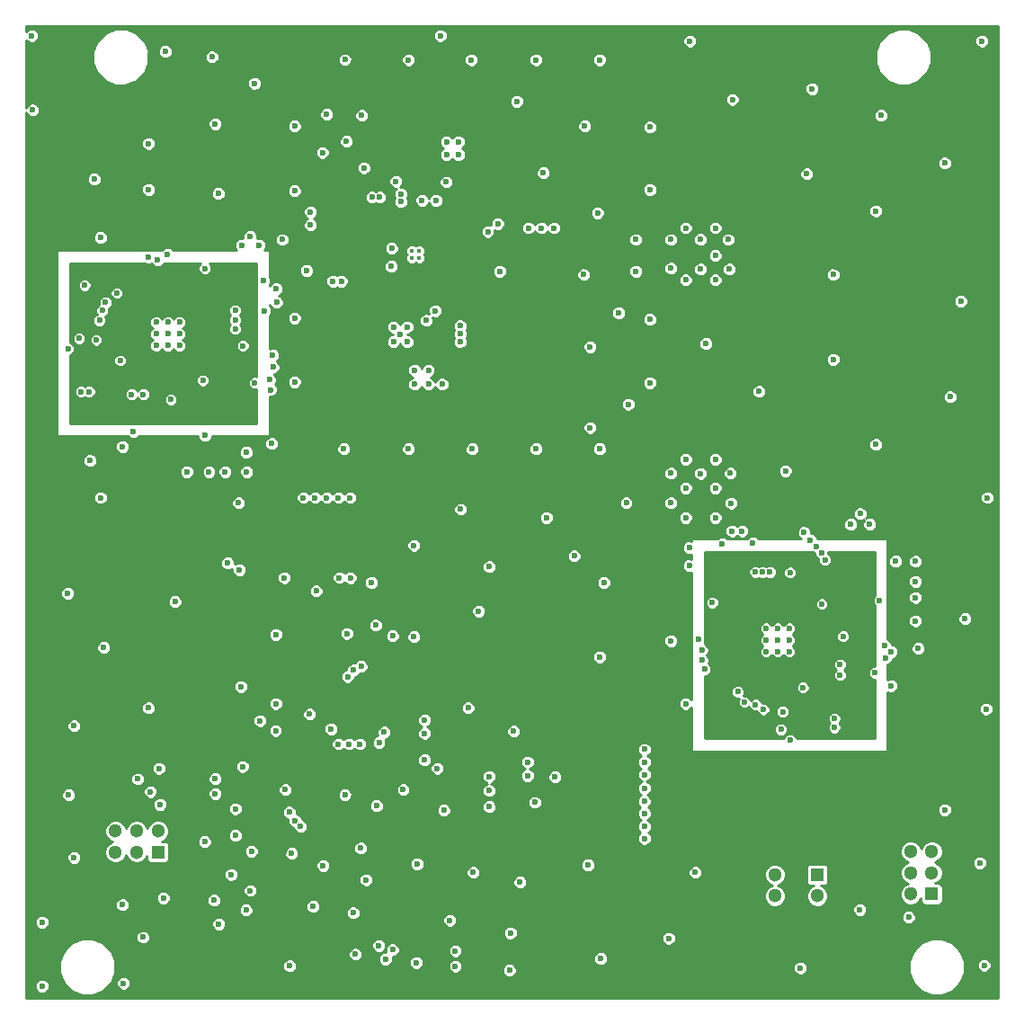
<source format=gbr>
G04 #@! TF.FileFunction,Copper,L3,Inr,Signal*
%FSLAX46Y46*%
G04 Gerber Fmt 4.6, Leading zero omitted, Abs format (unit mm)*
G04 Created by KiCad (PCBNEW 4.0.7) date Friday, March 09, 2018 'PMt' 08:43:15 PM*
%MOMM*%
%LPD*%
G01*
G04 APERTURE LIST*
%ADD10C,0.100000*%
%ADD11C,0.600000*%
%ADD12R,1.300000X1.300000*%
%ADD13C,1.300000*%
%ADD14C,0.400000*%
%ADD15C,0.254000*%
%ADD16C,0.250000*%
G04 APERTURE END LIST*
D10*
D11*
X158800000Y-82100000D03*
X159700000Y-90700000D03*
X156100000Y-92900000D03*
X156100000Y-85300000D03*
X155500000Y-78500000D03*
X147600000Y-78200000D03*
X147400000Y-73700000D03*
X156800000Y-72700000D03*
X155600000Y-64500000D03*
X151700000Y-68900000D03*
X149200000Y-62200000D03*
X122700000Y-128800000D03*
X124200000Y-132800000D03*
X122700000Y-131300000D03*
X142600000Y-67200000D03*
X143700000Y-67200000D03*
X143700000Y-66000000D03*
X142600000Y-66000000D03*
X127800000Y-143600000D03*
X181500000Y-138300000D03*
D12*
X177500000Y-135000000D03*
D13*
X177500000Y-137000000D03*
X175500000Y-135000000D03*
X175500000Y-137000000D03*
X173500000Y-135000000D03*
X173500000Y-137000000D03*
D12*
X115400000Y-132900000D03*
D13*
X115400000Y-130900000D03*
X113400000Y-132900000D03*
X113400000Y-130900000D03*
X111400000Y-132900000D03*
X111400000Y-130900000D03*
D12*
X188277620Y-136834336D03*
D13*
X186277620Y-136834336D03*
X188277620Y-134834336D03*
X186277620Y-134834336D03*
X188277620Y-132834336D03*
X186277620Y-132834336D03*
D11*
X191000000Y-81000000D03*
X189500000Y-68000000D03*
X193000000Y-56500000D03*
X177000000Y-61000000D03*
X125000000Y-120500000D03*
X126500000Y-112400000D03*
X117000000Y-109300000D03*
X183500000Y-63500000D03*
X165500000Y-56500000D03*
X176500000Y-69000000D03*
X138500000Y-127000000D03*
X127400000Y-127000000D03*
X133000000Y-127500000D03*
X183000000Y-72500000D03*
X169500000Y-62000000D03*
X136000000Y-128500000D03*
X134500000Y-132500000D03*
X106900000Y-108500000D03*
X190000000Y-90000000D03*
X128000000Y-133000000D03*
X110300000Y-113600000D03*
X107500000Y-121000000D03*
X172000000Y-89500000D03*
X142000000Y-56000000D03*
X121100000Y-70850000D03*
X135000000Y-135500000D03*
X114500000Y-119300000D03*
X107000000Y-127500000D03*
X179000000Y-86500000D03*
X167000000Y-85000000D03*
X139500000Y-104000000D03*
X108500000Y-79500000D03*
X109000000Y-96000000D03*
X135500000Y-107500000D03*
X133200000Y-112300000D03*
X130000000Y-138000000D03*
X115500000Y-125000000D03*
X107500000Y-133400000D03*
X179000000Y-78500000D03*
X193500000Y-99500000D03*
X110000000Y-75000000D03*
X123000000Y-100000000D03*
X110000000Y-99500000D03*
X139500000Y-112600000D03*
X126500000Y-118900000D03*
X174500000Y-97000000D03*
X154600000Y-105000000D03*
X152000000Y-101400000D03*
X145600000Y-110200000D03*
X146600000Y-106000000D03*
X163700000Y-113000000D03*
X150900000Y-128200000D03*
X159500000Y-100000000D03*
X189500000Y-128900000D03*
X192800000Y-133900000D03*
X166000000Y-134800000D03*
X143900000Y-100600000D03*
X157400000Y-107500000D03*
X148900000Y-121500000D03*
X152800000Y-125800000D03*
X183000000Y-94500000D03*
X191400000Y-110900000D03*
X187000000Y-113700000D03*
X193400000Y-119400000D03*
X186100000Y-139000000D03*
X157000000Y-114500000D03*
X165100000Y-118900000D03*
X144600000Y-119300000D03*
X155900000Y-134100000D03*
X157100000Y-142900000D03*
X163500000Y-141000000D03*
X175900000Y-143800000D03*
X193200000Y-143540000D03*
X148500000Y-144000000D03*
X104500000Y-145500000D03*
X114000000Y-140900000D03*
X104500000Y-139500000D03*
X112150000Y-145230000D03*
X134000000Y-142500000D03*
X114500000Y-70500000D03*
X103600000Y-63000000D03*
X109400000Y-69500000D03*
X120800000Y-64300000D03*
X120500000Y-58000000D03*
X103500000Y-56000000D03*
X116090000Y-57470000D03*
X124500000Y-60500000D03*
X114500000Y-66150000D03*
X119800000Y-131900000D03*
X122300000Y-135000000D03*
X131700000Y-121300000D03*
X123200000Y-117300000D03*
X115900000Y-137200000D03*
X115234760Y-85181328D03*
X116334760Y-85181328D03*
X117434760Y-85181328D03*
X115234760Y-84081328D03*
X116334760Y-84081328D03*
X117434760Y-84081328D03*
X115234760Y-82981328D03*
X116334760Y-82981328D03*
X117434760Y-82981328D03*
X174859692Y-114005988D03*
X174859692Y-112905988D03*
X174859692Y-111805988D03*
X173759692Y-114005988D03*
X173759692Y-112905988D03*
X173759692Y-111805988D03*
X172659692Y-114005988D03*
X172659692Y-112905988D03*
X172659692Y-111805988D03*
D14*
X139322380Y-76231328D03*
X140022380Y-76231328D03*
X140022380Y-76931328D03*
X139322380Y-76931328D03*
D11*
X183350000Y-109200000D03*
X139800000Y-134000000D03*
X115372380Y-77145664D03*
X184439692Y-117205988D03*
X123725295Y-95244155D03*
X184857010Y-105482732D03*
X141521651Y-81902823D03*
X139730000Y-143280000D03*
X160400000Y-75200000D03*
X160400000Y-78200000D03*
X128260000Y-82600000D03*
X128260000Y-88600000D03*
X132900000Y-94900000D03*
X139000000Y-94900000D03*
X145000000Y-94900000D03*
X151000000Y-94900000D03*
X157000000Y-94900000D03*
X161740000Y-88700000D03*
X161740000Y-82700000D03*
X128260000Y-64500000D03*
X128260000Y-70600000D03*
X127100000Y-75200000D03*
X129400000Y-78100000D03*
X161740000Y-70500000D03*
X161740000Y-64600000D03*
X157000000Y-58270000D03*
X151000000Y-58270000D03*
X144900000Y-58270000D03*
X139000000Y-58270000D03*
X133000000Y-58265000D03*
X152700000Y-74100000D03*
X151500000Y-74100000D03*
X150300000Y-74100000D03*
X142324688Y-128938730D03*
X163700000Y-77900000D03*
X163700000Y-75200000D03*
X169379259Y-100020741D03*
X167900000Y-101400000D03*
X169300000Y-97200000D03*
X167900000Y-98600000D03*
X167900000Y-95900000D03*
X166500000Y-97220741D03*
X165100000Y-98599994D03*
X165100000Y-95900000D03*
X163700000Y-97200000D03*
X163700000Y-100000000D03*
X165100000Y-101400000D03*
X146460000Y-74450000D03*
X142551328Y-69781328D03*
X174929692Y-122335988D03*
X169210000Y-77980000D03*
X169100000Y-75200000D03*
X165100000Y-74100000D03*
X166500000Y-75180000D03*
X167900000Y-74100000D03*
X167900000Y-76700000D03*
X167900000Y-79000000D03*
X166500000Y-77980000D03*
X165100000Y-79000000D03*
X126100000Y-94400000D03*
X179924769Y-112560741D03*
X145100000Y-134800000D03*
X136200000Y-141700000D03*
X146600000Y-128600000D03*
X142900000Y-139300000D03*
X140512580Y-120450000D03*
X140512580Y-121690000D03*
X123370000Y-124830000D03*
X149500000Y-135700000D03*
X143410000Y-143620000D03*
X143410000Y-142190000D03*
X120690000Y-137410000D03*
X123690000Y-138340000D03*
X121130000Y-139660000D03*
X126480000Y-121440000D03*
X150210000Y-124410000D03*
X150210000Y-125700000D03*
X148600000Y-140500000D03*
X174924769Y-106560741D03*
X123400000Y-85200000D03*
X186739692Y-111105988D03*
X186739692Y-108905988D03*
X186739692Y-107405988D03*
X186739692Y-105505988D03*
X133160000Y-65940000D03*
X134810000Y-68440000D03*
X137820000Y-69700000D03*
X106958044Y-85481328D03*
X135572380Y-71215664D03*
X136272384Y-71215664D03*
X138272380Y-70915664D03*
X138272380Y-71615664D03*
X141572380Y-71515664D03*
X140272380Y-71515664D03*
X129772380Y-73815664D03*
X129772380Y-72615664D03*
X168539692Y-103865988D03*
X169459692Y-102645988D03*
X170389692Y-102635988D03*
X171419692Y-103765988D03*
X109892380Y-82805664D03*
X110162380Y-81875664D03*
X111522380Y-80245664D03*
X116312380Y-76555664D03*
X114532380Y-76885664D03*
X126532380Y-79835664D03*
X125432380Y-81895664D03*
X126572380Y-81105664D03*
X119832380Y-93615664D03*
X123762380Y-97085664D03*
X121732380Y-97065664D03*
X118132380Y-97065664D03*
X120212380Y-97065664D03*
X174069692Y-121325988D03*
X177918897Y-109515193D03*
X171639692Y-106505988D03*
X172339692Y-106505988D03*
X173039692Y-106505988D03*
X165439692Y-105905988D03*
X165439692Y-104205988D03*
X167603897Y-109385398D03*
X166319692Y-112845988D03*
X166669692Y-113855988D03*
X166889692Y-115665988D03*
X166669692Y-114795988D03*
X170629692Y-118765988D03*
X170019692Y-117775988D03*
X172419692Y-119455988D03*
X171689692Y-119005988D03*
X174239692Y-119655988D03*
X176147099Y-117385398D03*
X179109692Y-121155988D03*
X179109692Y-120305988D03*
X182939692Y-116005988D03*
X179639692Y-115205988D03*
X179639692Y-116205988D03*
X180639692Y-102005988D03*
X182439692Y-102005988D03*
X181539692Y-101005988D03*
X137372380Y-77715664D03*
X137412380Y-76005664D03*
X140672380Y-82815664D03*
X138172380Y-84115664D03*
X138872380Y-83415664D03*
X137572380Y-83415664D03*
X138872380Y-84815664D03*
X137572380Y-84815664D03*
X139572380Y-88815664D03*
X139572380Y-87515664D03*
X140872380Y-87515664D03*
X140872380Y-88815664D03*
X142172380Y-88815664D03*
X143872380Y-84815664D03*
X132672380Y-79115664D03*
X131872380Y-79115664D03*
X119822380Y-77915664D03*
X110472380Y-81115664D03*
X108922380Y-89515664D03*
X108172380Y-89515664D03*
X112922380Y-89765664D03*
X114022380Y-89765664D03*
X116622380Y-90265664D03*
X119622380Y-88465664D03*
X122672380Y-81865664D03*
X122672380Y-83615666D03*
X122672380Y-82765664D03*
X124072380Y-74915664D03*
X123272380Y-75715664D03*
X124922380Y-75715664D03*
X125372380Y-79065664D03*
X111852380Y-86585664D03*
X107982380Y-84505664D03*
X109582380Y-84655664D03*
X112052380Y-94695664D03*
X113062380Y-93265664D03*
X143872380Y-84075664D03*
X143872380Y-83315664D03*
X146600000Y-127100000D03*
X146600000Y-125760000D03*
X149672380Y-83815664D03*
X150372380Y-85115664D03*
X149072380Y-85115664D03*
X150372380Y-86415664D03*
X149072380Y-86415664D03*
X150372380Y-88815664D03*
X150372380Y-87715664D03*
X149072380Y-87715664D03*
X149072380Y-88815664D03*
X147772380Y-88815664D03*
X147772380Y-87715664D03*
X146472380Y-87715664D03*
X146472380Y-88815664D03*
X145172380Y-88815664D03*
X145172380Y-87715664D03*
X125350799Y-122678716D03*
X145800000Y-69700000D03*
X144300000Y-134700000D03*
X144000000Y-137500000D03*
X141200000Y-144500000D03*
X141100000Y-141200000D03*
X124400000Y-139500000D03*
X143600000Y-128000000D03*
X133460000Y-70350000D03*
X144800000Y-121400000D03*
X146600000Y-121400000D03*
X133900000Y-83800000D03*
X133900000Y-82700000D03*
X133900000Y-81500000D03*
X144380000Y-61420000D03*
X143210000Y-61420000D03*
X126469336Y-96040664D03*
X125610000Y-96040664D03*
X124680000Y-96040664D03*
X185639692Y-104505988D03*
X185639692Y-103560741D03*
X138440000Y-119400000D03*
X142572380Y-73815664D03*
X133872380Y-72615664D03*
X133872380Y-73915664D03*
X133072380Y-73915664D03*
X133072380Y-72615664D03*
X133872380Y-84815664D03*
X133872380Y-80515664D03*
X185639692Y-102675664D03*
X146900000Y-129900000D03*
X113572380Y-81515664D03*
X171214769Y-115560741D03*
X110201813Y-83858646D03*
X175705282Y-107405988D03*
X174039692Y-106405988D03*
X171339692Y-109605988D03*
X171339692Y-104905988D03*
X168309692Y-115645988D03*
X173389692Y-119085988D03*
X180239692Y-121405988D03*
X176539692Y-115605988D03*
X179839692Y-107305988D03*
X181139692Y-111205988D03*
X179839692Y-108605988D03*
X179839692Y-109905988D03*
X179839692Y-111205988D03*
X117972380Y-91515664D03*
X121872380Y-90215664D03*
X120572380Y-90215664D03*
X117972380Y-90215664D03*
X119272380Y-90215664D03*
X113622380Y-78715664D03*
X124372380Y-81715664D03*
X119602380Y-81765664D03*
X122722380Y-85945664D03*
X122712380Y-84525664D03*
X113622380Y-87045664D03*
X107872380Y-90815664D03*
X115600000Y-128400000D03*
X128830000Y-130480000D03*
X112060000Y-137840000D03*
X124100000Y-136500000D03*
X128280350Y-129902590D03*
X114700000Y-127200000D03*
X127770000Y-129130000D03*
X113500000Y-126000000D03*
X134600000Y-63500000D03*
X137501529Y-142081824D03*
X136846035Y-142960187D03*
X131300000Y-63400000D03*
X134531438Y-115381147D03*
X134400000Y-122700000D03*
X133822590Y-115737312D03*
X133400000Y-122700000D03*
X133269999Y-116352228D03*
X132400000Y-122700000D03*
X120800219Y-125974604D03*
X120800000Y-127389990D03*
X121970000Y-105650000D03*
X141700000Y-125000000D03*
X123060000Y-106300000D03*
X140500000Y-124200000D03*
X129679825Y-119885736D03*
X130900000Y-67000000D03*
X137500000Y-112500000D03*
X136710000Y-121590000D03*
X135915981Y-111515981D03*
X136215980Y-122590000D03*
X132484790Y-107036822D03*
X127300000Y-107050000D03*
X133512010Y-107052531D03*
X130949027Y-134150973D03*
X133800000Y-138600000D03*
X130300000Y-108300000D03*
X183924769Y-114578988D03*
X161219259Y-123204769D03*
X184446682Y-114001580D03*
X161219259Y-124424769D03*
X183810224Y-113420168D03*
X161229259Y-125584769D03*
X178224769Y-105360741D03*
X161219261Y-126874769D03*
X161209547Y-128094481D03*
X177888285Y-104687772D03*
X177416201Y-104101902D03*
X161219259Y-129244769D03*
X176838791Y-103480741D03*
X161219259Y-130454769D03*
X161229259Y-131604769D03*
X176261381Y-102765709D03*
X129100000Y-99500000D03*
X124496079Y-88688299D03*
X130200000Y-99500000D03*
X125993564Y-89341009D03*
X131300000Y-99500000D03*
X125900000Y-88400000D03*
X132400000Y-99500000D03*
X126234534Y-87185075D03*
X133500000Y-99500000D03*
X126200000Y-86100000D03*
D15*
G36*
X114407115Y-77512555D02*
X114656551Y-77512773D01*
X114818075Y-77446033D01*
X114840525Y-77500367D01*
X115016749Y-77676899D01*
X115247115Y-77772555D01*
X115496551Y-77772773D01*
X115727083Y-77677519D01*
X115903615Y-77501295D01*
X115934465Y-77427000D01*
X119424411Y-77427000D01*
X119291145Y-77560033D01*
X119195489Y-77790399D01*
X119195271Y-78039835D01*
X119290525Y-78270367D01*
X119466749Y-78446899D01*
X119697115Y-78542555D01*
X119946551Y-78542773D01*
X120177083Y-78447519D01*
X120353615Y-78271295D01*
X120449271Y-78040929D01*
X120449489Y-77791493D01*
X120354235Y-77560961D01*
X120220508Y-77427000D01*
X124673000Y-77427000D01*
X124673000Y-88082857D01*
X124621344Y-88061408D01*
X124371908Y-88061190D01*
X124141376Y-88156444D01*
X123964844Y-88332668D01*
X123869188Y-88563034D01*
X123868970Y-88812470D01*
X123964224Y-89043002D01*
X124140448Y-89219534D01*
X124370814Y-89315190D01*
X124620250Y-89315408D01*
X124673000Y-89293612D01*
X124673000Y-92473000D01*
X107127000Y-92473000D01*
X107127000Y-89639835D01*
X107545271Y-89639835D01*
X107640525Y-89870367D01*
X107816749Y-90046899D01*
X108047115Y-90142555D01*
X108296551Y-90142773D01*
X108527083Y-90047519D01*
X108547261Y-90027377D01*
X108566749Y-90046899D01*
X108797115Y-90142555D01*
X109046551Y-90142773D01*
X109277083Y-90047519D01*
X109435042Y-89889835D01*
X112295271Y-89889835D01*
X112390525Y-90120367D01*
X112566749Y-90296899D01*
X112797115Y-90392555D01*
X113046551Y-90392773D01*
X113277083Y-90297519D01*
X113453615Y-90121295D01*
X113472308Y-90076278D01*
X113490525Y-90120367D01*
X113666749Y-90296899D01*
X113897115Y-90392555D01*
X114146551Y-90392773D01*
X114153661Y-90389835D01*
X115995271Y-90389835D01*
X116090525Y-90620367D01*
X116266749Y-90796899D01*
X116497115Y-90892555D01*
X116746551Y-90892773D01*
X116977083Y-90797519D01*
X117153615Y-90621295D01*
X117249271Y-90390929D01*
X117249489Y-90141493D01*
X117154235Y-89910961D01*
X116978011Y-89734429D01*
X116747645Y-89638773D01*
X116498209Y-89638555D01*
X116267677Y-89733809D01*
X116091145Y-89910033D01*
X115995489Y-90140399D01*
X115995271Y-90389835D01*
X114153661Y-90389835D01*
X114377083Y-90297519D01*
X114553615Y-90121295D01*
X114649271Y-89890929D01*
X114649489Y-89641493D01*
X114554235Y-89410961D01*
X114378011Y-89234429D01*
X114147645Y-89138773D01*
X113898209Y-89138555D01*
X113667677Y-89233809D01*
X113491145Y-89410033D01*
X113472452Y-89455050D01*
X113454235Y-89410961D01*
X113278011Y-89234429D01*
X113047645Y-89138773D01*
X112798209Y-89138555D01*
X112567677Y-89233809D01*
X112391145Y-89410033D01*
X112295489Y-89640399D01*
X112295271Y-89889835D01*
X109435042Y-89889835D01*
X109453615Y-89871295D01*
X109549271Y-89640929D01*
X109549489Y-89391493D01*
X109454235Y-89160961D01*
X109278011Y-88984429D01*
X109047645Y-88888773D01*
X108798209Y-88888555D01*
X108567677Y-88983809D01*
X108547499Y-89003951D01*
X108528011Y-88984429D01*
X108297645Y-88888773D01*
X108048209Y-88888555D01*
X107817677Y-88983809D01*
X107641145Y-89160033D01*
X107545489Y-89390399D01*
X107545271Y-89639835D01*
X107127000Y-89639835D01*
X107127000Y-88589835D01*
X118995271Y-88589835D01*
X119090525Y-88820367D01*
X119266749Y-88996899D01*
X119497115Y-89092555D01*
X119746551Y-89092773D01*
X119977083Y-88997519D01*
X120153615Y-88821295D01*
X120249271Y-88590929D01*
X120249489Y-88341493D01*
X120154235Y-88110961D01*
X119978011Y-87934429D01*
X119747645Y-87838773D01*
X119498209Y-87838555D01*
X119267677Y-87933809D01*
X119091145Y-88110033D01*
X118995489Y-88340399D01*
X118995271Y-88589835D01*
X107127000Y-88589835D01*
X107127000Y-86709835D01*
X111225271Y-86709835D01*
X111320525Y-86940367D01*
X111496749Y-87116899D01*
X111727115Y-87212555D01*
X111976551Y-87212773D01*
X112207083Y-87117519D01*
X112383615Y-86941295D01*
X112479271Y-86710929D01*
X112479489Y-86461493D01*
X112384235Y-86230961D01*
X112208011Y-86054429D01*
X111977645Y-85958773D01*
X111728209Y-85958555D01*
X111497677Y-86053809D01*
X111321145Y-86230033D01*
X111225489Y-86460399D01*
X111225271Y-86709835D01*
X107127000Y-86709835D01*
X107127000Y-86089932D01*
X107312747Y-86013183D01*
X107489279Y-85836959D01*
X107584935Y-85606593D01*
X107585153Y-85357157D01*
X107489899Y-85126625D01*
X107313675Y-84950093D01*
X107127000Y-84872579D01*
X107127000Y-84629835D01*
X107355271Y-84629835D01*
X107450525Y-84860367D01*
X107626749Y-85036899D01*
X107857115Y-85132555D01*
X108106551Y-85132773D01*
X108337083Y-85037519D01*
X108513615Y-84861295D01*
X108547440Y-84779835D01*
X108955271Y-84779835D01*
X109050525Y-85010367D01*
X109226749Y-85186899D01*
X109457115Y-85282555D01*
X109706551Y-85282773D01*
X109937083Y-85187519D01*
X110113615Y-85011295D01*
X110209271Y-84780929D01*
X110209489Y-84531493D01*
X110114235Y-84300961D01*
X109938011Y-84124429D01*
X109707645Y-84028773D01*
X109458209Y-84028555D01*
X109227677Y-84123809D01*
X109051145Y-84300033D01*
X108955489Y-84530399D01*
X108955271Y-84779835D01*
X108547440Y-84779835D01*
X108609271Y-84630929D01*
X108609489Y-84381493D01*
X108514235Y-84150961D01*
X108338011Y-83974429D01*
X108107645Y-83878773D01*
X107858209Y-83878555D01*
X107627677Y-83973809D01*
X107451145Y-84150033D01*
X107355489Y-84380399D01*
X107355271Y-84629835D01*
X107127000Y-84629835D01*
X107127000Y-82929835D01*
X109265271Y-82929835D01*
X109360525Y-83160367D01*
X109536749Y-83336899D01*
X109767115Y-83432555D01*
X110016551Y-83432773D01*
X110247083Y-83337519D01*
X110423615Y-83161295D01*
X110446783Y-83105499D01*
X114607651Y-83105499D01*
X114702905Y-83336031D01*
X114879129Y-83512563D01*
X114924146Y-83531256D01*
X114880057Y-83549473D01*
X114703525Y-83725697D01*
X114607869Y-83956063D01*
X114607651Y-84205499D01*
X114702905Y-84436031D01*
X114879129Y-84612563D01*
X114924146Y-84631256D01*
X114880057Y-84649473D01*
X114703525Y-84825697D01*
X114607869Y-85056063D01*
X114607651Y-85305499D01*
X114702905Y-85536031D01*
X114879129Y-85712563D01*
X115109495Y-85808219D01*
X115358931Y-85808437D01*
X115589463Y-85713183D01*
X115765995Y-85536959D01*
X115784688Y-85491942D01*
X115802905Y-85536031D01*
X115979129Y-85712563D01*
X116209495Y-85808219D01*
X116458931Y-85808437D01*
X116689463Y-85713183D01*
X116865995Y-85536959D01*
X116884688Y-85491942D01*
X116902905Y-85536031D01*
X117079129Y-85712563D01*
X117309495Y-85808219D01*
X117558931Y-85808437D01*
X117789463Y-85713183D01*
X117965995Y-85536959D01*
X118054352Y-85324171D01*
X122772891Y-85324171D01*
X122868145Y-85554703D01*
X123044369Y-85731235D01*
X123274735Y-85826891D01*
X123524171Y-85827109D01*
X123754703Y-85731855D01*
X123931235Y-85555631D01*
X124026891Y-85325265D01*
X124027109Y-85075829D01*
X123931855Y-84845297D01*
X123755631Y-84668765D01*
X123525265Y-84573109D01*
X123275829Y-84572891D01*
X123045297Y-84668145D01*
X122868765Y-84844369D01*
X122773109Y-85074735D01*
X122772891Y-85324171D01*
X118054352Y-85324171D01*
X118061651Y-85306593D01*
X118061869Y-85057157D01*
X117966615Y-84826625D01*
X117790391Y-84650093D01*
X117745374Y-84631400D01*
X117789463Y-84613183D01*
X117965995Y-84436959D01*
X118061651Y-84206593D01*
X118061869Y-83957157D01*
X117966615Y-83726625D01*
X117790391Y-83550093D01*
X117745374Y-83531400D01*
X117789463Y-83513183D01*
X117965995Y-83336959D01*
X118061651Y-83106593D01*
X118061869Y-82857157D01*
X117966615Y-82626625D01*
X117790391Y-82450093D01*
X117560025Y-82354437D01*
X117310589Y-82354219D01*
X117080057Y-82449473D01*
X116903525Y-82625697D01*
X116884832Y-82670714D01*
X116866615Y-82626625D01*
X116690391Y-82450093D01*
X116460025Y-82354437D01*
X116210589Y-82354219D01*
X115980057Y-82449473D01*
X115803525Y-82625697D01*
X115784832Y-82670714D01*
X115766615Y-82626625D01*
X115590391Y-82450093D01*
X115360025Y-82354437D01*
X115110589Y-82354219D01*
X114880057Y-82449473D01*
X114703525Y-82625697D01*
X114607869Y-82856063D01*
X114607651Y-83105499D01*
X110446783Y-83105499D01*
X110519271Y-82930929D01*
X110519489Y-82681493D01*
X110424235Y-82450961D01*
X110420646Y-82447366D01*
X110517083Y-82407519D01*
X110693615Y-82231295D01*
X110789271Y-82000929D01*
X110789280Y-81989835D01*
X122045271Y-81989835D01*
X122140525Y-82220367D01*
X122235667Y-82315676D01*
X122141145Y-82410033D01*
X122045489Y-82640399D01*
X122045271Y-82889835D01*
X122140525Y-83120367D01*
X122210668Y-83190633D01*
X122141145Y-83260035D01*
X122045489Y-83490401D01*
X122045271Y-83739837D01*
X122140525Y-83970369D01*
X122316749Y-84146901D01*
X122547115Y-84242557D01*
X122796551Y-84242775D01*
X123027083Y-84147521D01*
X123203615Y-83971297D01*
X123299271Y-83740931D01*
X123299489Y-83491495D01*
X123204235Y-83260963D01*
X123134092Y-83190697D01*
X123203615Y-83121295D01*
X123299271Y-82890929D01*
X123299489Y-82641493D01*
X123204235Y-82410961D01*
X123109093Y-82315652D01*
X123203615Y-82221295D01*
X123299271Y-81990929D01*
X123299489Y-81741493D01*
X123204235Y-81510961D01*
X123028011Y-81334429D01*
X122797645Y-81238773D01*
X122548209Y-81238555D01*
X122317677Y-81333809D01*
X122141145Y-81510033D01*
X122045489Y-81740399D01*
X122045271Y-81989835D01*
X110789280Y-81989835D01*
X110789489Y-81751493D01*
X110758275Y-81675950D01*
X110827083Y-81647519D01*
X111003615Y-81471295D01*
X111099271Y-81240929D01*
X111099489Y-80991493D01*
X111004235Y-80760961D01*
X110828011Y-80584429D01*
X110597645Y-80488773D01*
X110348209Y-80488555D01*
X110117677Y-80583809D01*
X109941145Y-80760033D01*
X109845489Y-80990399D01*
X109845271Y-81239835D01*
X109876485Y-81315378D01*
X109807677Y-81343809D01*
X109631145Y-81520033D01*
X109535489Y-81750399D01*
X109535271Y-81999835D01*
X109630525Y-82230367D01*
X109634114Y-82233962D01*
X109537677Y-82273809D01*
X109361145Y-82450033D01*
X109265489Y-82680399D01*
X109265271Y-82929835D01*
X107127000Y-82929835D01*
X107127000Y-80369835D01*
X110895271Y-80369835D01*
X110990525Y-80600367D01*
X111166749Y-80776899D01*
X111397115Y-80872555D01*
X111646551Y-80872773D01*
X111877083Y-80777519D01*
X112053615Y-80601295D01*
X112149271Y-80370929D01*
X112149489Y-80121493D01*
X112054235Y-79890961D01*
X111878011Y-79714429D01*
X111647645Y-79618773D01*
X111398209Y-79618555D01*
X111167677Y-79713809D01*
X110991145Y-79890033D01*
X110895489Y-80120399D01*
X110895271Y-80369835D01*
X107127000Y-80369835D01*
X107127000Y-79624171D01*
X107872891Y-79624171D01*
X107968145Y-79854703D01*
X108144369Y-80031235D01*
X108374735Y-80126891D01*
X108624171Y-80127109D01*
X108854703Y-80031855D01*
X109031235Y-79855631D01*
X109126891Y-79625265D01*
X109127109Y-79375829D01*
X109031855Y-79145297D01*
X108855631Y-78968765D01*
X108625265Y-78873109D01*
X108375829Y-78872891D01*
X108145297Y-78968145D01*
X107968765Y-79144369D01*
X107873109Y-79374735D01*
X107872891Y-79624171D01*
X107127000Y-79624171D01*
X107127000Y-77427000D01*
X114201075Y-77427000D01*
X114407115Y-77512555D01*
X114407115Y-77512555D01*
G37*
X114407115Y-77512555D02*
X114656551Y-77512773D01*
X114818075Y-77446033D01*
X114840525Y-77500367D01*
X115016749Y-77676899D01*
X115247115Y-77772555D01*
X115496551Y-77772773D01*
X115727083Y-77677519D01*
X115903615Y-77501295D01*
X115934465Y-77427000D01*
X119424411Y-77427000D01*
X119291145Y-77560033D01*
X119195489Y-77790399D01*
X119195271Y-78039835D01*
X119290525Y-78270367D01*
X119466749Y-78446899D01*
X119697115Y-78542555D01*
X119946551Y-78542773D01*
X120177083Y-78447519D01*
X120353615Y-78271295D01*
X120449271Y-78040929D01*
X120449489Y-77791493D01*
X120354235Y-77560961D01*
X120220508Y-77427000D01*
X124673000Y-77427000D01*
X124673000Y-88082857D01*
X124621344Y-88061408D01*
X124371908Y-88061190D01*
X124141376Y-88156444D01*
X123964844Y-88332668D01*
X123869188Y-88563034D01*
X123868970Y-88812470D01*
X123964224Y-89043002D01*
X124140448Y-89219534D01*
X124370814Y-89315190D01*
X124620250Y-89315408D01*
X124673000Y-89293612D01*
X124673000Y-92473000D01*
X107127000Y-92473000D01*
X107127000Y-89639835D01*
X107545271Y-89639835D01*
X107640525Y-89870367D01*
X107816749Y-90046899D01*
X108047115Y-90142555D01*
X108296551Y-90142773D01*
X108527083Y-90047519D01*
X108547261Y-90027377D01*
X108566749Y-90046899D01*
X108797115Y-90142555D01*
X109046551Y-90142773D01*
X109277083Y-90047519D01*
X109435042Y-89889835D01*
X112295271Y-89889835D01*
X112390525Y-90120367D01*
X112566749Y-90296899D01*
X112797115Y-90392555D01*
X113046551Y-90392773D01*
X113277083Y-90297519D01*
X113453615Y-90121295D01*
X113472308Y-90076278D01*
X113490525Y-90120367D01*
X113666749Y-90296899D01*
X113897115Y-90392555D01*
X114146551Y-90392773D01*
X114153661Y-90389835D01*
X115995271Y-90389835D01*
X116090525Y-90620367D01*
X116266749Y-90796899D01*
X116497115Y-90892555D01*
X116746551Y-90892773D01*
X116977083Y-90797519D01*
X117153615Y-90621295D01*
X117249271Y-90390929D01*
X117249489Y-90141493D01*
X117154235Y-89910961D01*
X116978011Y-89734429D01*
X116747645Y-89638773D01*
X116498209Y-89638555D01*
X116267677Y-89733809D01*
X116091145Y-89910033D01*
X115995489Y-90140399D01*
X115995271Y-90389835D01*
X114153661Y-90389835D01*
X114377083Y-90297519D01*
X114553615Y-90121295D01*
X114649271Y-89890929D01*
X114649489Y-89641493D01*
X114554235Y-89410961D01*
X114378011Y-89234429D01*
X114147645Y-89138773D01*
X113898209Y-89138555D01*
X113667677Y-89233809D01*
X113491145Y-89410033D01*
X113472452Y-89455050D01*
X113454235Y-89410961D01*
X113278011Y-89234429D01*
X113047645Y-89138773D01*
X112798209Y-89138555D01*
X112567677Y-89233809D01*
X112391145Y-89410033D01*
X112295489Y-89640399D01*
X112295271Y-89889835D01*
X109435042Y-89889835D01*
X109453615Y-89871295D01*
X109549271Y-89640929D01*
X109549489Y-89391493D01*
X109454235Y-89160961D01*
X109278011Y-88984429D01*
X109047645Y-88888773D01*
X108798209Y-88888555D01*
X108567677Y-88983809D01*
X108547499Y-89003951D01*
X108528011Y-88984429D01*
X108297645Y-88888773D01*
X108048209Y-88888555D01*
X107817677Y-88983809D01*
X107641145Y-89160033D01*
X107545489Y-89390399D01*
X107545271Y-89639835D01*
X107127000Y-89639835D01*
X107127000Y-88589835D01*
X118995271Y-88589835D01*
X119090525Y-88820367D01*
X119266749Y-88996899D01*
X119497115Y-89092555D01*
X119746551Y-89092773D01*
X119977083Y-88997519D01*
X120153615Y-88821295D01*
X120249271Y-88590929D01*
X120249489Y-88341493D01*
X120154235Y-88110961D01*
X119978011Y-87934429D01*
X119747645Y-87838773D01*
X119498209Y-87838555D01*
X119267677Y-87933809D01*
X119091145Y-88110033D01*
X118995489Y-88340399D01*
X118995271Y-88589835D01*
X107127000Y-88589835D01*
X107127000Y-86709835D01*
X111225271Y-86709835D01*
X111320525Y-86940367D01*
X111496749Y-87116899D01*
X111727115Y-87212555D01*
X111976551Y-87212773D01*
X112207083Y-87117519D01*
X112383615Y-86941295D01*
X112479271Y-86710929D01*
X112479489Y-86461493D01*
X112384235Y-86230961D01*
X112208011Y-86054429D01*
X111977645Y-85958773D01*
X111728209Y-85958555D01*
X111497677Y-86053809D01*
X111321145Y-86230033D01*
X111225489Y-86460399D01*
X111225271Y-86709835D01*
X107127000Y-86709835D01*
X107127000Y-86089932D01*
X107312747Y-86013183D01*
X107489279Y-85836959D01*
X107584935Y-85606593D01*
X107585153Y-85357157D01*
X107489899Y-85126625D01*
X107313675Y-84950093D01*
X107127000Y-84872579D01*
X107127000Y-84629835D01*
X107355271Y-84629835D01*
X107450525Y-84860367D01*
X107626749Y-85036899D01*
X107857115Y-85132555D01*
X108106551Y-85132773D01*
X108337083Y-85037519D01*
X108513615Y-84861295D01*
X108547440Y-84779835D01*
X108955271Y-84779835D01*
X109050525Y-85010367D01*
X109226749Y-85186899D01*
X109457115Y-85282555D01*
X109706551Y-85282773D01*
X109937083Y-85187519D01*
X110113615Y-85011295D01*
X110209271Y-84780929D01*
X110209489Y-84531493D01*
X110114235Y-84300961D01*
X109938011Y-84124429D01*
X109707645Y-84028773D01*
X109458209Y-84028555D01*
X109227677Y-84123809D01*
X109051145Y-84300033D01*
X108955489Y-84530399D01*
X108955271Y-84779835D01*
X108547440Y-84779835D01*
X108609271Y-84630929D01*
X108609489Y-84381493D01*
X108514235Y-84150961D01*
X108338011Y-83974429D01*
X108107645Y-83878773D01*
X107858209Y-83878555D01*
X107627677Y-83973809D01*
X107451145Y-84150033D01*
X107355489Y-84380399D01*
X107355271Y-84629835D01*
X107127000Y-84629835D01*
X107127000Y-82929835D01*
X109265271Y-82929835D01*
X109360525Y-83160367D01*
X109536749Y-83336899D01*
X109767115Y-83432555D01*
X110016551Y-83432773D01*
X110247083Y-83337519D01*
X110423615Y-83161295D01*
X110446783Y-83105499D01*
X114607651Y-83105499D01*
X114702905Y-83336031D01*
X114879129Y-83512563D01*
X114924146Y-83531256D01*
X114880057Y-83549473D01*
X114703525Y-83725697D01*
X114607869Y-83956063D01*
X114607651Y-84205499D01*
X114702905Y-84436031D01*
X114879129Y-84612563D01*
X114924146Y-84631256D01*
X114880057Y-84649473D01*
X114703525Y-84825697D01*
X114607869Y-85056063D01*
X114607651Y-85305499D01*
X114702905Y-85536031D01*
X114879129Y-85712563D01*
X115109495Y-85808219D01*
X115358931Y-85808437D01*
X115589463Y-85713183D01*
X115765995Y-85536959D01*
X115784688Y-85491942D01*
X115802905Y-85536031D01*
X115979129Y-85712563D01*
X116209495Y-85808219D01*
X116458931Y-85808437D01*
X116689463Y-85713183D01*
X116865995Y-85536959D01*
X116884688Y-85491942D01*
X116902905Y-85536031D01*
X117079129Y-85712563D01*
X117309495Y-85808219D01*
X117558931Y-85808437D01*
X117789463Y-85713183D01*
X117965995Y-85536959D01*
X118054352Y-85324171D01*
X122772891Y-85324171D01*
X122868145Y-85554703D01*
X123044369Y-85731235D01*
X123274735Y-85826891D01*
X123524171Y-85827109D01*
X123754703Y-85731855D01*
X123931235Y-85555631D01*
X124026891Y-85325265D01*
X124027109Y-85075829D01*
X123931855Y-84845297D01*
X123755631Y-84668765D01*
X123525265Y-84573109D01*
X123275829Y-84572891D01*
X123045297Y-84668145D01*
X122868765Y-84844369D01*
X122773109Y-85074735D01*
X122772891Y-85324171D01*
X118054352Y-85324171D01*
X118061651Y-85306593D01*
X118061869Y-85057157D01*
X117966615Y-84826625D01*
X117790391Y-84650093D01*
X117745374Y-84631400D01*
X117789463Y-84613183D01*
X117965995Y-84436959D01*
X118061651Y-84206593D01*
X118061869Y-83957157D01*
X117966615Y-83726625D01*
X117790391Y-83550093D01*
X117745374Y-83531400D01*
X117789463Y-83513183D01*
X117965995Y-83336959D01*
X118061651Y-83106593D01*
X118061869Y-82857157D01*
X117966615Y-82626625D01*
X117790391Y-82450093D01*
X117560025Y-82354437D01*
X117310589Y-82354219D01*
X117080057Y-82449473D01*
X116903525Y-82625697D01*
X116884832Y-82670714D01*
X116866615Y-82626625D01*
X116690391Y-82450093D01*
X116460025Y-82354437D01*
X116210589Y-82354219D01*
X115980057Y-82449473D01*
X115803525Y-82625697D01*
X115784832Y-82670714D01*
X115766615Y-82626625D01*
X115590391Y-82450093D01*
X115360025Y-82354437D01*
X115110589Y-82354219D01*
X114880057Y-82449473D01*
X114703525Y-82625697D01*
X114607869Y-82856063D01*
X114607651Y-83105499D01*
X110446783Y-83105499D01*
X110519271Y-82930929D01*
X110519489Y-82681493D01*
X110424235Y-82450961D01*
X110420646Y-82447366D01*
X110517083Y-82407519D01*
X110693615Y-82231295D01*
X110789271Y-82000929D01*
X110789280Y-81989835D01*
X122045271Y-81989835D01*
X122140525Y-82220367D01*
X122235667Y-82315676D01*
X122141145Y-82410033D01*
X122045489Y-82640399D01*
X122045271Y-82889835D01*
X122140525Y-83120367D01*
X122210668Y-83190633D01*
X122141145Y-83260035D01*
X122045489Y-83490401D01*
X122045271Y-83739837D01*
X122140525Y-83970369D01*
X122316749Y-84146901D01*
X122547115Y-84242557D01*
X122796551Y-84242775D01*
X123027083Y-84147521D01*
X123203615Y-83971297D01*
X123299271Y-83740931D01*
X123299489Y-83491495D01*
X123204235Y-83260963D01*
X123134092Y-83190697D01*
X123203615Y-83121295D01*
X123299271Y-82890929D01*
X123299489Y-82641493D01*
X123204235Y-82410961D01*
X123109093Y-82315652D01*
X123203615Y-82221295D01*
X123299271Y-81990929D01*
X123299489Y-81741493D01*
X123204235Y-81510961D01*
X123028011Y-81334429D01*
X122797645Y-81238773D01*
X122548209Y-81238555D01*
X122317677Y-81333809D01*
X122141145Y-81510033D01*
X122045489Y-81740399D01*
X122045271Y-81989835D01*
X110789280Y-81989835D01*
X110789489Y-81751493D01*
X110758275Y-81675950D01*
X110827083Y-81647519D01*
X111003615Y-81471295D01*
X111099271Y-81240929D01*
X111099489Y-80991493D01*
X111004235Y-80760961D01*
X110828011Y-80584429D01*
X110597645Y-80488773D01*
X110348209Y-80488555D01*
X110117677Y-80583809D01*
X109941145Y-80760033D01*
X109845489Y-80990399D01*
X109845271Y-81239835D01*
X109876485Y-81315378D01*
X109807677Y-81343809D01*
X109631145Y-81520033D01*
X109535489Y-81750399D01*
X109535271Y-81999835D01*
X109630525Y-82230367D01*
X109634114Y-82233962D01*
X109537677Y-82273809D01*
X109361145Y-82450033D01*
X109265489Y-82680399D01*
X109265271Y-82929835D01*
X107127000Y-82929835D01*
X107127000Y-80369835D01*
X110895271Y-80369835D01*
X110990525Y-80600367D01*
X111166749Y-80776899D01*
X111397115Y-80872555D01*
X111646551Y-80872773D01*
X111877083Y-80777519D01*
X112053615Y-80601295D01*
X112149271Y-80370929D01*
X112149489Y-80121493D01*
X112054235Y-79890961D01*
X111878011Y-79714429D01*
X111647645Y-79618773D01*
X111398209Y-79618555D01*
X111167677Y-79713809D01*
X110991145Y-79890033D01*
X110895489Y-80120399D01*
X110895271Y-80369835D01*
X107127000Y-80369835D01*
X107127000Y-79624171D01*
X107872891Y-79624171D01*
X107968145Y-79854703D01*
X108144369Y-80031235D01*
X108374735Y-80126891D01*
X108624171Y-80127109D01*
X108854703Y-80031855D01*
X109031235Y-79855631D01*
X109126891Y-79625265D01*
X109127109Y-79375829D01*
X109031855Y-79145297D01*
X108855631Y-78968765D01*
X108625265Y-78873109D01*
X108375829Y-78872891D01*
X108145297Y-78968145D01*
X107968765Y-79144369D01*
X107873109Y-79374735D01*
X107872891Y-79624171D01*
X107127000Y-79624171D01*
X107127000Y-77427000D01*
X114201075Y-77427000D01*
X114407115Y-77512555D01*
D16*
G36*
X194550000Y-146650000D02*
X102950000Y-146650000D01*
X102950000Y-145633677D01*
X103824883Y-145633677D01*
X103927429Y-145881857D01*
X104117144Y-146071903D01*
X104365145Y-146174883D01*
X104633677Y-146175117D01*
X104881857Y-146072571D01*
X105071903Y-145882856D01*
X105174883Y-145634855D01*
X105175117Y-145366323D01*
X105072571Y-145118143D01*
X104882856Y-144928097D01*
X104634855Y-144825117D01*
X104366323Y-144824883D01*
X104118143Y-144927429D01*
X103928097Y-145117144D01*
X103825117Y-145365145D01*
X103824883Y-145633677D01*
X102950000Y-145633677D01*
X102950000Y-144222825D01*
X106109542Y-144222825D01*
X106510612Y-145193486D01*
X107252607Y-145936778D01*
X108222568Y-146339541D01*
X109272825Y-146340458D01*
X110243486Y-145939388D01*
X110820203Y-145363677D01*
X111474883Y-145363677D01*
X111577429Y-145611857D01*
X111767144Y-145801903D01*
X112015145Y-145904883D01*
X112283677Y-145905117D01*
X112531857Y-145802571D01*
X112721903Y-145612856D01*
X112824883Y-145364855D01*
X112825117Y-145096323D01*
X112722571Y-144848143D01*
X112532856Y-144658097D01*
X112284855Y-144555117D01*
X112016323Y-144554883D01*
X111768143Y-144657429D01*
X111578097Y-144847144D01*
X111475117Y-145095145D01*
X111474883Y-145363677D01*
X110820203Y-145363677D01*
X110986778Y-145197393D01*
X111389541Y-144227432D01*
X111389972Y-143733677D01*
X127124883Y-143733677D01*
X127227429Y-143981857D01*
X127417144Y-144171903D01*
X127665145Y-144274883D01*
X127933677Y-144275117D01*
X128181857Y-144172571D01*
X128371903Y-143982856D01*
X128474883Y-143734855D01*
X128475117Y-143466323D01*
X128372571Y-143218143D01*
X128182856Y-143028097D01*
X127934855Y-142925117D01*
X127666323Y-142924883D01*
X127418143Y-143027429D01*
X127228097Y-143217144D01*
X127125117Y-143465145D01*
X127124883Y-143733677D01*
X111389972Y-143733677D01*
X111390458Y-143177175D01*
X111165889Y-142633677D01*
X133324883Y-142633677D01*
X133427429Y-142881857D01*
X133617144Y-143071903D01*
X133865145Y-143174883D01*
X134133677Y-143175117D01*
X134381857Y-143072571D01*
X134571903Y-142882856D01*
X134674883Y-142634855D01*
X134675117Y-142366323D01*
X134572571Y-142118143D01*
X134382856Y-141928097D01*
X134155470Y-141833677D01*
X135524883Y-141833677D01*
X135627429Y-142081857D01*
X135817144Y-142271903D01*
X136065145Y-142374883D01*
X136333677Y-142375117D01*
X136581857Y-142272571D01*
X136771903Y-142082856D01*
X136826642Y-141951030D01*
X136826412Y-142215501D01*
X136855209Y-142285194D01*
X136712358Y-142285070D01*
X136464178Y-142387616D01*
X136274132Y-142577331D01*
X136171152Y-142825332D01*
X136170918Y-143093864D01*
X136273464Y-143342044D01*
X136463179Y-143532090D01*
X136711180Y-143635070D01*
X136979712Y-143635304D01*
X137227892Y-143532758D01*
X137347180Y-143413677D01*
X139054883Y-143413677D01*
X139157429Y-143661857D01*
X139347144Y-143851903D01*
X139595145Y-143954883D01*
X139863677Y-143955117D01*
X140111857Y-143852571D01*
X140210923Y-143753677D01*
X142734883Y-143753677D01*
X142837429Y-144001857D01*
X143027144Y-144191903D01*
X143275145Y-144294883D01*
X143543677Y-144295117D01*
X143791857Y-144192571D01*
X143850853Y-144133677D01*
X147824883Y-144133677D01*
X147927429Y-144381857D01*
X148117144Y-144571903D01*
X148365145Y-144674883D01*
X148633677Y-144675117D01*
X148881857Y-144572571D01*
X149071903Y-144382856D01*
X149174883Y-144134855D01*
X149175058Y-143933677D01*
X175224883Y-143933677D01*
X175327429Y-144181857D01*
X175517144Y-144371903D01*
X175765145Y-144474883D01*
X176033677Y-144475117D01*
X176281857Y-144372571D01*
X176431864Y-144222825D01*
X186109542Y-144222825D01*
X186510612Y-145193486D01*
X187252607Y-145936778D01*
X188222568Y-146339541D01*
X189272825Y-146340458D01*
X190243486Y-145939388D01*
X190986778Y-145197393D01*
X191389541Y-144227432D01*
X191390024Y-143673677D01*
X192524883Y-143673677D01*
X192627429Y-143921857D01*
X192817144Y-144111903D01*
X193065145Y-144214883D01*
X193333677Y-144215117D01*
X193581857Y-144112571D01*
X193771903Y-143922856D01*
X193874883Y-143674855D01*
X193875117Y-143406323D01*
X193772571Y-143158143D01*
X193582856Y-142968097D01*
X193334855Y-142865117D01*
X193066323Y-142864883D01*
X192818143Y-142967429D01*
X192628097Y-143157144D01*
X192525117Y-143405145D01*
X192524883Y-143673677D01*
X191390024Y-143673677D01*
X191390458Y-143177175D01*
X190989388Y-142206514D01*
X190247393Y-141463222D01*
X189277432Y-141060459D01*
X188227175Y-141059542D01*
X187256514Y-141460612D01*
X186513222Y-142202607D01*
X186110459Y-143172568D01*
X186109542Y-144222825D01*
X176431864Y-144222825D01*
X176471903Y-144182856D01*
X176574883Y-143934855D01*
X176575117Y-143666323D01*
X176472571Y-143418143D01*
X176282856Y-143228097D01*
X176034855Y-143125117D01*
X175766323Y-143124883D01*
X175518143Y-143227429D01*
X175328097Y-143417144D01*
X175225117Y-143665145D01*
X175224883Y-143933677D01*
X149175058Y-143933677D01*
X149175117Y-143866323D01*
X149072571Y-143618143D01*
X148882856Y-143428097D01*
X148634855Y-143325117D01*
X148366323Y-143324883D01*
X148118143Y-143427429D01*
X147928097Y-143617144D01*
X147825117Y-143865145D01*
X147824883Y-144133677D01*
X143850853Y-144133677D01*
X143981903Y-144002856D01*
X144084883Y-143754855D01*
X144085117Y-143486323D01*
X143982571Y-143238143D01*
X143792856Y-143048097D01*
X143758130Y-143033677D01*
X156424883Y-143033677D01*
X156527429Y-143281857D01*
X156717144Y-143471903D01*
X156965145Y-143574883D01*
X157233677Y-143575117D01*
X157481857Y-143472571D01*
X157671903Y-143282856D01*
X157774883Y-143034855D01*
X157775117Y-142766323D01*
X157672571Y-142518143D01*
X157482856Y-142328097D01*
X157234855Y-142225117D01*
X156966323Y-142224883D01*
X156718143Y-142327429D01*
X156528097Y-142517144D01*
X156425117Y-142765145D01*
X156424883Y-143033677D01*
X143758130Y-143033677D01*
X143544855Y-142945117D01*
X143276323Y-142944883D01*
X143028143Y-143047429D01*
X142838097Y-143237144D01*
X142735117Y-143485145D01*
X142734883Y-143753677D01*
X140210923Y-143753677D01*
X140301903Y-143662856D01*
X140404883Y-143414855D01*
X140405117Y-143146323D01*
X140302571Y-142898143D01*
X140112856Y-142708097D01*
X139864855Y-142605117D01*
X139596323Y-142604883D01*
X139348143Y-142707429D01*
X139158097Y-142897144D01*
X139055117Y-143145145D01*
X139054883Y-143413677D01*
X137347180Y-143413677D01*
X137417938Y-143343043D01*
X137520918Y-143095042D01*
X137521152Y-142826510D01*
X137492355Y-142756817D01*
X137635206Y-142756941D01*
X137883386Y-142654395D01*
X138073432Y-142464680D01*
X138131982Y-142323677D01*
X142734883Y-142323677D01*
X142837429Y-142571857D01*
X143027144Y-142761903D01*
X143275145Y-142864883D01*
X143543677Y-142865117D01*
X143791857Y-142762571D01*
X143981903Y-142572856D01*
X144084883Y-142324855D01*
X144085117Y-142056323D01*
X143982571Y-141808143D01*
X143792856Y-141618097D01*
X143544855Y-141515117D01*
X143276323Y-141514883D01*
X143028143Y-141617429D01*
X142838097Y-141807144D01*
X142735117Y-142055145D01*
X142734883Y-142323677D01*
X138131982Y-142323677D01*
X138176412Y-142216679D01*
X138176646Y-141948147D01*
X138074100Y-141699967D01*
X137884385Y-141509921D01*
X137636384Y-141406941D01*
X137367852Y-141406707D01*
X137119672Y-141509253D01*
X136929626Y-141698968D01*
X136874887Y-141830794D01*
X136875117Y-141566323D01*
X136772571Y-141318143D01*
X136582856Y-141128097D01*
X136334855Y-141025117D01*
X136066323Y-141024883D01*
X135818143Y-141127429D01*
X135628097Y-141317144D01*
X135525117Y-141565145D01*
X135524883Y-141833677D01*
X134155470Y-141833677D01*
X134134855Y-141825117D01*
X133866323Y-141824883D01*
X133618143Y-141927429D01*
X133428097Y-142117144D01*
X133325117Y-142365145D01*
X133324883Y-142633677D01*
X111165889Y-142633677D01*
X110989388Y-142206514D01*
X110247393Y-141463222D01*
X109277432Y-141060459D01*
X108227175Y-141059542D01*
X107256514Y-141460612D01*
X106513222Y-142202607D01*
X106110459Y-143172568D01*
X106109542Y-144222825D01*
X102950000Y-144222825D01*
X102950000Y-141033677D01*
X113324883Y-141033677D01*
X113427429Y-141281857D01*
X113617144Y-141471903D01*
X113865145Y-141574883D01*
X114133677Y-141575117D01*
X114381857Y-141472571D01*
X114571903Y-141282856D01*
X114674883Y-141034855D01*
X114675117Y-140766323D01*
X114620309Y-140633677D01*
X147924883Y-140633677D01*
X148027429Y-140881857D01*
X148217144Y-141071903D01*
X148465145Y-141174883D01*
X148733677Y-141175117D01*
X148833969Y-141133677D01*
X162824883Y-141133677D01*
X162927429Y-141381857D01*
X163117144Y-141571903D01*
X163365145Y-141674883D01*
X163633677Y-141675117D01*
X163881857Y-141572571D01*
X164071903Y-141382856D01*
X164174883Y-141134855D01*
X164175117Y-140866323D01*
X164072571Y-140618143D01*
X163882856Y-140428097D01*
X163634855Y-140325117D01*
X163366323Y-140324883D01*
X163118143Y-140427429D01*
X162928097Y-140617144D01*
X162825117Y-140865145D01*
X162824883Y-141133677D01*
X148833969Y-141133677D01*
X148981857Y-141072571D01*
X149171903Y-140882856D01*
X149274883Y-140634855D01*
X149275117Y-140366323D01*
X149172571Y-140118143D01*
X148982856Y-139928097D01*
X148734855Y-139825117D01*
X148466323Y-139824883D01*
X148218143Y-139927429D01*
X148028097Y-140117144D01*
X147925117Y-140365145D01*
X147924883Y-140633677D01*
X114620309Y-140633677D01*
X114572571Y-140518143D01*
X114382856Y-140328097D01*
X114134855Y-140225117D01*
X113866323Y-140224883D01*
X113618143Y-140327429D01*
X113428097Y-140517144D01*
X113325117Y-140765145D01*
X113324883Y-141033677D01*
X102950000Y-141033677D01*
X102950000Y-139633677D01*
X103824883Y-139633677D01*
X103927429Y-139881857D01*
X104117144Y-140071903D01*
X104365145Y-140174883D01*
X104633677Y-140175117D01*
X104881857Y-140072571D01*
X105071903Y-139882856D01*
X105108933Y-139793677D01*
X120454883Y-139793677D01*
X120557429Y-140041857D01*
X120747144Y-140231903D01*
X120995145Y-140334883D01*
X121263677Y-140335117D01*
X121511857Y-140232571D01*
X121701903Y-140042856D01*
X121804883Y-139794855D01*
X121805117Y-139526323D01*
X121766837Y-139433677D01*
X142224883Y-139433677D01*
X142327429Y-139681857D01*
X142517144Y-139871903D01*
X142765145Y-139974883D01*
X143033677Y-139975117D01*
X143281857Y-139872571D01*
X143471903Y-139682856D01*
X143574883Y-139434855D01*
X143575117Y-139166323D01*
X143561628Y-139133677D01*
X185424883Y-139133677D01*
X185527429Y-139381857D01*
X185717144Y-139571903D01*
X185965145Y-139674883D01*
X186233677Y-139675117D01*
X186481857Y-139572571D01*
X186671903Y-139382856D01*
X186774883Y-139134855D01*
X186775117Y-138866323D01*
X186672571Y-138618143D01*
X186482856Y-138428097D01*
X186234855Y-138325117D01*
X185966323Y-138324883D01*
X185718143Y-138427429D01*
X185528097Y-138617144D01*
X185425117Y-138865145D01*
X185424883Y-139133677D01*
X143561628Y-139133677D01*
X143472571Y-138918143D01*
X143282856Y-138728097D01*
X143034855Y-138625117D01*
X142766323Y-138624883D01*
X142518143Y-138727429D01*
X142328097Y-138917144D01*
X142225117Y-139165145D01*
X142224883Y-139433677D01*
X121766837Y-139433677D01*
X121702571Y-139278143D01*
X121512856Y-139088097D01*
X121264855Y-138985117D01*
X120996323Y-138984883D01*
X120748143Y-139087429D01*
X120558097Y-139277144D01*
X120455117Y-139525145D01*
X120454883Y-139793677D01*
X105108933Y-139793677D01*
X105174883Y-139634855D01*
X105175117Y-139366323D01*
X105072571Y-139118143D01*
X104882856Y-138928097D01*
X104634855Y-138825117D01*
X104366323Y-138824883D01*
X104118143Y-138927429D01*
X103928097Y-139117144D01*
X103825117Y-139365145D01*
X103824883Y-139633677D01*
X102950000Y-139633677D01*
X102950000Y-137973677D01*
X111384883Y-137973677D01*
X111487429Y-138221857D01*
X111677144Y-138411903D01*
X111925145Y-138514883D01*
X112193677Y-138515117D01*
X112293969Y-138473677D01*
X123014883Y-138473677D01*
X123117429Y-138721857D01*
X123307144Y-138911903D01*
X123555145Y-139014883D01*
X123823677Y-139015117D01*
X124071857Y-138912571D01*
X124251063Y-138733677D01*
X133124883Y-138733677D01*
X133227429Y-138981857D01*
X133417144Y-139171903D01*
X133665145Y-139274883D01*
X133933677Y-139275117D01*
X134181857Y-139172571D01*
X134371903Y-138982856D01*
X134474883Y-138734855D01*
X134475117Y-138466323D01*
X134461628Y-138433677D01*
X180824883Y-138433677D01*
X180927429Y-138681857D01*
X181117144Y-138871903D01*
X181365145Y-138974883D01*
X181633677Y-138975117D01*
X181881857Y-138872571D01*
X182071903Y-138682856D01*
X182174883Y-138434855D01*
X182175117Y-138166323D01*
X182072571Y-137918143D01*
X181882856Y-137728097D01*
X181634855Y-137625117D01*
X181366323Y-137624883D01*
X181118143Y-137727429D01*
X180928097Y-137917144D01*
X180825117Y-138165145D01*
X180824883Y-138433677D01*
X134461628Y-138433677D01*
X134372571Y-138218143D01*
X134182856Y-138028097D01*
X133934855Y-137925117D01*
X133666323Y-137924883D01*
X133418143Y-138027429D01*
X133228097Y-138217144D01*
X133125117Y-138465145D01*
X133124883Y-138733677D01*
X124251063Y-138733677D01*
X124261903Y-138722856D01*
X124364883Y-138474855D01*
X124365117Y-138206323D01*
X124335101Y-138133677D01*
X129324883Y-138133677D01*
X129427429Y-138381857D01*
X129617144Y-138571903D01*
X129865145Y-138674883D01*
X130133677Y-138675117D01*
X130381857Y-138572571D01*
X130571903Y-138382856D01*
X130674883Y-138134855D01*
X130675117Y-137866323D01*
X130572571Y-137618143D01*
X130382856Y-137428097D01*
X130134855Y-137325117D01*
X129866323Y-137324883D01*
X129618143Y-137427429D01*
X129428097Y-137617144D01*
X129325117Y-137865145D01*
X129324883Y-138133677D01*
X124335101Y-138133677D01*
X124262571Y-137958143D01*
X124072856Y-137768097D01*
X123824855Y-137665117D01*
X123556323Y-137664883D01*
X123308143Y-137767429D01*
X123118097Y-137957144D01*
X123015117Y-138205145D01*
X123014883Y-138473677D01*
X112293969Y-138473677D01*
X112441857Y-138412571D01*
X112631903Y-138222856D01*
X112734883Y-137974855D01*
X112735117Y-137706323D01*
X112632571Y-137458143D01*
X112508322Y-137333677D01*
X115224883Y-137333677D01*
X115327429Y-137581857D01*
X115517144Y-137771903D01*
X115765145Y-137874883D01*
X116033677Y-137875117D01*
X116281857Y-137772571D01*
X116471903Y-137582856D01*
X116488171Y-137543677D01*
X120014883Y-137543677D01*
X120117429Y-137791857D01*
X120307144Y-137981903D01*
X120555145Y-138084883D01*
X120823677Y-138085117D01*
X121071857Y-137982571D01*
X121261903Y-137792856D01*
X121364883Y-137544855D01*
X121365117Y-137276323D01*
X121262571Y-137028143D01*
X121072856Y-136838097D01*
X120824855Y-136735117D01*
X120556323Y-136734883D01*
X120308143Y-136837429D01*
X120118097Y-137027144D01*
X120015117Y-137275145D01*
X120014883Y-137543677D01*
X116488171Y-137543677D01*
X116574883Y-137334855D01*
X116575117Y-137066323D01*
X116472571Y-136818143D01*
X116288427Y-136633677D01*
X123424883Y-136633677D01*
X123527429Y-136881857D01*
X123717144Y-137071903D01*
X123965145Y-137174883D01*
X124233677Y-137175117D01*
X124481857Y-137072571D01*
X124671903Y-136882856D01*
X124774883Y-136634855D01*
X124775117Y-136366323D01*
X124672571Y-136118143D01*
X124482856Y-135928097D01*
X124234855Y-135825117D01*
X123966323Y-135824883D01*
X123718143Y-135927429D01*
X123528097Y-136117144D01*
X123425117Y-136365145D01*
X123424883Y-136633677D01*
X116288427Y-136633677D01*
X116282856Y-136628097D01*
X116034855Y-136525117D01*
X115766323Y-136524883D01*
X115518143Y-136627429D01*
X115328097Y-136817144D01*
X115225117Y-137065145D01*
X115224883Y-137333677D01*
X112508322Y-137333677D01*
X112442856Y-137268097D01*
X112194855Y-137165117D01*
X111926323Y-137164883D01*
X111678143Y-137267429D01*
X111488097Y-137457144D01*
X111385117Y-137705145D01*
X111384883Y-137973677D01*
X102950000Y-137973677D01*
X102950000Y-135133677D01*
X121624883Y-135133677D01*
X121727429Y-135381857D01*
X121917144Y-135571903D01*
X122165145Y-135674883D01*
X122433677Y-135675117D01*
X122533969Y-135633677D01*
X134324883Y-135633677D01*
X134427429Y-135881857D01*
X134617144Y-136071903D01*
X134865145Y-136174883D01*
X135133677Y-136175117D01*
X135381857Y-136072571D01*
X135571903Y-135882856D01*
X135592324Y-135833677D01*
X148824883Y-135833677D01*
X148927429Y-136081857D01*
X149117144Y-136271903D01*
X149365145Y-136374883D01*
X149633677Y-136375117D01*
X149881857Y-136272571D01*
X150071903Y-136082856D01*
X150174883Y-135834855D01*
X150175117Y-135566323D01*
X150072571Y-135318143D01*
X149882856Y-135128097D01*
X149634855Y-135025117D01*
X149366323Y-135024883D01*
X149118143Y-135127429D01*
X148928097Y-135317144D01*
X148825117Y-135565145D01*
X148824883Y-135833677D01*
X135592324Y-135833677D01*
X135674883Y-135634855D01*
X135675117Y-135366323D01*
X135572571Y-135118143D01*
X135388427Y-134933677D01*
X144424883Y-134933677D01*
X144527429Y-135181857D01*
X144717144Y-135371903D01*
X144965145Y-135474883D01*
X145233677Y-135475117D01*
X145481857Y-135372571D01*
X145671903Y-135182856D01*
X145774883Y-134934855D01*
X145774884Y-134933677D01*
X165324883Y-134933677D01*
X165427429Y-135181857D01*
X165617144Y-135371903D01*
X165865145Y-135474883D01*
X166133677Y-135475117D01*
X166381857Y-135372571D01*
X166551732Y-135202991D01*
X172474822Y-135202991D01*
X172630541Y-135579857D01*
X172918626Y-135868446D01*
X173235757Y-136000131D01*
X172920143Y-136130541D01*
X172631554Y-136418626D01*
X172475178Y-136795220D01*
X172474822Y-137202991D01*
X172630541Y-137579857D01*
X172918626Y-137868446D01*
X173295220Y-138024822D01*
X173702991Y-138025178D01*
X174079857Y-137869459D01*
X174368446Y-137581374D01*
X174524822Y-137204780D01*
X174525178Y-136797009D01*
X174369459Y-136420143D01*
X174081374Y-136131554D01*
X173764243Y-135999869D01*
X174079857Y-135869459D01*
X174368446Y-135581374D01*
X174524822Y-135204780D01*
X174525178Y-134797009D01*
X174369459Y-134420143D01*
X174299439Y-134350000D01*
X176467654Y-134350000D01*
X176467654Y-135650000D01*
X176493802Y-135788966D01*
X176575931Y-135916599D01*
X176701246Y-136002223D01*
X176850000Y-136032346D01*
X177157791Y-136032346D01*
X176920143Y-136130541D01*
X176631554Y-136418626D01*
X176475178Y-136795220D01*
X176474822Y-137202991D01*
X176630541Y-137579857D01*
X176918626Y-137868446D01*
X177295220Y-138024822D01*
X177702991Y-138025178D01*
X178079857Y-137869459D01*
X178368446Y-137581374D01*
X178524822Y-137204780D01*
X178525178Y-136797009D01*
X178369459Y-136420143D01*
X178081374Y-136131554D01*
X177842455Y-136032346D01*
X178150000Y-136032346D01*
X178288966Y-136006198D01*
X178416599Y-135924069D01*
X178502223Y-135798754D01*
X178532346Y-135650000D01*
X178532346Y-134350000D01*
X178506198Y-134211034D01*
X178424069Y-134083401D01*
X178298754Y-133997777D01*
X178150000Y-133967654D01*
X176850000Y-133967654D01*
X176711034Y-133993802D01*
X176583401Y-134075931D01*
X176497777Y-134201246D01*
X176467654Y-134350000D01*
X174299439Y-134350000D01*
X174081374Y-134131554D01*
X173704780Y-133975178D01*
X173297009Y-133974822D01*
X172920143Y-134130541D01*
X172631554Y-134418626D01*
X172475178Y-134795220D01*
X172474822Y-135202991D01*
X166551732Y-135202991D01*
X166571903Y-135182856D01*
X166674883Y-134934855D01*
X166675117Y-134666323D01*
X166572571Y-134418143D01*
X166382856Y-134228097D01*
X166134855Y-134125117D01*
X165866323Y-134124883D01*
X165618143Y-134227429D01*
X165428097Y-134417144D01*
X165325117Y-134665145D01*
X165324883Y-134933677D01*
X145774884Y-134933677D01*
X145775117Y-134666323D01*
X145672571Y-134418143D01*
X145488427Y-134233677D01*
X155224883Y-134233677D01*
X155327429Y-134481857D01*
X155517144Y-134671903D01*
X155765145Y-134774883D01*
X156033677Y-134775117D01*
X156281857Y-134672571D01*
X156471903Y-134482856D01*
X156574883Y-134234855D01*
X156575117Y-133966323D01*
X156472571Y-133718143D01*
X156282856Y-133528097D01*
X156034855Y-133425117D01*
X155766323Y-133424883D01*
X155518143Y-133527429D01*
X155328097Y-133717144D01*
X155225117Y-133965145D01*
X155224883Y-134233677D01*
X145488427Y-134233677D01*
X145482856Y-134228097D01*
X145234855Y-134125117D01*
X144966323Y-134124883D01*
X144718143Y-134227429D01*
X144528097Y-134417144D01*
X144425117Y-134665145D01*
X144424883Y-134933677D01*
X135388427Y-134933677D01*
X135382856Y-134928097D01*
X135134855Y-134825117D01*
X134866323Y-134824883D01*
X134618143Y-134927429D01*
X134428097Y-135117144D01*
X134325117Y-135365145D01*
X134324883Y-135633677D01*
X122533969Y-135633677D01*
X122681857Y-135572571D01*
X122871903Y-135382856D01*
X122974883Y-135134855D01*
X122975117Y-134866323D01*
X122872571Y-134618143D01*
X122682856Y-134428097D01*
X122434855Y-134325117D01*
X122166323Y-134324883D01*
X121918143Y-134427429D01*
X121728097Y-134617144D01*
X121625117Y-134865145D01*
X121624883Y-135133677D01*
X102950000Y-135133677D01*
X102950000Y-134284650D01*
X130273910Y-134284650D01*
X130376456Y-134532830D01*
X130566171Y-134722876D01*
X130814172Y-134825856D01*
X131082704Y-134826090D01*
X131330884Y-134723544D01*
X131520930Y-134533829D01*
X131623910Y-134285828D01*
X131624042Y-134133677D01*
X139124883Y-134133677D01*
X139227429Y-134381857D01*
X139417144Y-134571903D01*
X139665145Y-134674883D01*
X139933677Y-134675117D01*
X140181857Y-134572571D01*
X140371903Y-134382856D01*
X140474883Y-134134855D01*
X140475117Y-133866323D01*
X140372571Y-133618143D01*
X140182856Y-133428097D01*
X139934855Y-133325117D01*
X139666323Y-133324883D01*
X139418143Y-133427429D01*
X139228097Y-133617144D01*
X139125117Y-133865145D01*
X139124883Y-134133677D01*
X131624042Y-134133677D01*
X131624144Y-134017296D01*
X131521598Y-133769116D01*
X131331883Y-133579070D01*
X131083882Y-133476090D01*
X130815350Y-133475856D01*
X130567170Y-133578402D01*
X130377124Y-133768117D01*
X130274144Y-134016118D01*
X130273910Y-134284650D01*
X102950000Y-134284650D01*
X102950000Y-133533677D01*
X106824883Y-133533677D01*
X106927429Y-133781857D01*
X107117144Y-133971903D01*
X107365145Y-134074883D01*
X107633677Y-134075117D01*
X107881857Y-133972571D01*
X108071903Y-133782856D01*
X108174883Y-133534855D01*
X108175117Y-133266323D01*
X108072571Y-133018143D01*
X107882856Y-132828097D01*
X107634855Y-132725117D01*
X107366323Y-132724883D01*
X107118143Y-132827429D01*
X106928097Y-133017144D01*
X106825117Y-133265145D01*
X106824883Y-133533677D01*
X102950000Y-133533677D01*
X102950000Y-131102991D01*
X110374822Y-131102991D01*
X110530541Y-131479857D01*
X110818626Y-131768446D01*
X111135757Y-131900131D01*
X110820143Y-132030541D01*
X110531554Y-132318626D01*
X110375178Y-132695220D01*
X110374822Y-133102991D01*
X110530541Y-133479857D01*
X110818626Y-133768446D01*
X111195220Y-133924822D01*
X111602991Y-133925178D01*
X111979857Y-133769459D01*
X112268446Y-133481374D01*
X112400131Y-133164243D01*
X112530541Y-133479857D01*
X112818626Y-133768446D01*
X113195220Y-133924822D01*
X113602991Y-133925178D01*
X113979857Y-133769459D01*
X114268446Y-133481374D01*
X114367654Y-133242455D01*
X114367654Y-133550000D01*
X114393802Y-133688966D01*
X114475931Y-133816599D01*
X114601246Y-133902223D01*
X114750000Y-133932346D01*
X116050000Y-133932346D01*
X116188966Y-133906198D01*
X116316599Y-133824069D01*
X116402223Y-133698754D01*
X116432346Y-133550000D01*
X116432346Y-132933677D01*
X123524883Y-132933677D01*
X123627429Y-133181857D01*
X123817144Y-133371903D01*
X124065145Y-133474883D01*
X124333677Y-133475117D01*
X124581857Y-133372571D01*
X124771903Y-133182856D01*
X124792324Y-133133677D01*
X127324883Y-133133677D01*
X127427429Y-133381857D01*
X127617144Y-133571903D01*
X127865145Y-133674883D01*
X128133677Y-133675117D01*
X128381857Y-133572571D01*
X128571903Y-133382856D01*
X128674883Y-133134855D01*
X128675117Y-132866323D01*
X128578990Y-132633677D01*
X133824883Y-132633677D01*
X133927429Y-132881857D01*
X134117144Y-133071903D01*
X134365145Y-133174883D01*
X134633677Y-133175117D01*
X134881857Y-133072571D01*
X134917162Y-133037327D01*
X185252442Y-133037327D01*
X185408161Y-133414193D01*
X185696246Y-133702782D01*
X186013377Y-133834467D01*
X185697763Y-133964877D01*
X185409174Y-134252962D01*
X185252798Y-134629556D01*
X185252442Y-135037327D01*
X185408161Y-135414193D01*
X185696246Y-135702782D01*
X186013377Y-135834467D01*
X185697763Y-135964877D01*
X185409174Y-136252962D01*
X185252798Y-136629556D01*
X185252442Y-137037327D01*
X185408161Y-137414193D01*
X185696246Y-137702782D01*
X186072840Y-137859158D01*
X186480611Y-137859514D01*
X186857477Y-137703795D01*
X187146066Y-137415710D01*
X187245274Y-137176791D01*
X187245274Y-137484336D01*
X187271422Y-137623302D01*
X187353551Y-137750935D01*
X187478866Y-137836559D01*
X187627620Y-137866682D01*
X188927620Y-137866682D01*
X189066586Y-137840534D01*
X189194219Y-137758405D01*
X189279843Y-137633090D01*
X189309966Y-137484336D01*
X189309966Y-136184336D01*
X189283818Y-136045370D01*
X189201689Y-135917737D01*
X189076374Y-135832113D01*
X188927620Y-135801990D01*
X188619829Y-135801990D01*
X188857477Y-135703795D01*
X189146066Y-135415710D01*
X189302442Y-135039116D01*
X189302798Y-134631345D01*
X189147079Y-134254479D01*
X188926663Y-134033677D01*
X192124883Y-134033677D01*
X192227429Y-134281857D01*
X192417144Y-134471903D01*
X192665145Y-134574883D01*
X192933677Y-134575117D01*
X193181857Y-134472571D01*
X193371903Y-134282856D01*
X193474883Y-134034855D01*
X193475117Y-133766323D01*
X193372571Y-133518143D01*
X193182856Y-133328097D01*
X192934855Y-133225117D01*
X192666323Y-133224883D01*
X192418143Y-133327429D01*
X192228097Y-133517144D01*
X192125117Y-133765145D01*
X192124883Y-134033677D01*
X188926663Y-134033677D01*
X188858994Y-133965890D01*
X188541863Y-133834205D01*
X188857477Y-133703795D01*
X189146066Y-133415710D01*
X189302442Y-133039116D01*
X189302798Y-132631345D01*
X189147079Y-132254479D01*
X188858994Y-131965890D01*
X188482400Y-131809514D01*
X188074629Y-131809158D01*
X187697763Y-131964877D01*
X187409174Y-132252962D01*
X187277489Y-132570093D01*
X187147079Y-132254479D01*
X186858994Y-131965890D01*
X186482400Y-131809514D01*
X186074629Y-131809158D01*
X185697763Y-131964877D01*
X185409174Y-132252962D01*
X185252798Y-132629556D01*
X185252442Y-133037327D01*
X134917162Y-133037327D01*
X135071903Y-132882856D01*
X135174883Y-132634855D01*
X135175117Y-132366323D01*
X135072571Y-132118143D01*
X134882856Y-131928097D01*
X134634855Y-131825117D01*
X134366323Y-131824883D01*
X134118143Y-131927429D01*
X133928097Y-132117144D01*
X133825117Y-132365145D01*
X133824883Y-132633677D01*
X128578990Y-132633677D01*
X128572571Y-132618143D01*
X128382856Y-132428097D01*
X128134855Y-132325117D01*
X127866323Y-132324883D01*
X127618143Y-132427429D01*
X127428097Y-132617144D01*
X127325117Y-132865145D01*
X127324883Y-133133677D01*
X124792324Y-133133677D01*
X124874883Y-132934855D01*
X124875117Y-132666323D01*
X124772571Y-132418143D01*
X124582856Y-132228097D01*
X124334855Y-132125117D01*
X124066323Y-132124883D01*
X123818143Y-132227429D01*
X123628097Y-132417144D01*
X123525117Y-132665145D01*
X123524883Y-132933677D01*
X116432346Y-132933677D01*
X116432346Y-132250000D01*
X116406198Y-132111034D01*
X116356421Y-132033677D01*
X119124883Y-132033677D01*
X119227429Y-132281857D01*
X119417144Y-132471903D01*
X119665145Y-132574883D01*
X119933677Y-132575117D01*
X120181857Y-132472571D01*
X120371903Y-132282856D01*
X120474883Y-132034855D01*
X120475117Y-131766323D01*
X120372571Y-131518143D01*
X120288253Y-131433677D01*
X122024883Y-131433677D01*
X122127429Y-131681857D01*
X122317144Y-131871903D01*
X122565145Y-131974883D01*
X122833677Y-131975117D01*
X123081857Y-131872571D01*
X123271903Y-131682856D01*
X123374883Y-131434855D01*
X123375117Y-131166323D01*
X123272571Y-130918143D01*
X123082856Y-130728097D01*
X122834855Y-130625117D01*
X122566323Y-130624883D01*
X122318143Y-130727429D01*
X122128097Y-130917144D01*
X122025117Y-131165145D01*
X122024883Y-131433677D01*
X120288253Y-131433677D01*
X120182856Y-131328097D01*
X119934855Y-131225117D01*
X119666323Y-131224883D01*
X119418143Y-131327429D01*
X119228097Y-131517144D01*
X119125117Y-131765145D01*
X119124883Y-132033677D01*
X116356421Y-132033677D01*
X116324069Y-131983401D01*
X116198754Y-131897777D01*
X116050000Y-131867654D01*
X115742209Y-131867654D01*
X115979857Y-131769459D01*
X116268446Y-131481374D01*
X116424822Y-131104780D01*
X116425178Y-130697009D01*
X116269459Y-130320143D01*
X115981374Y-130031554D01*
X115604780Y-129875178D01*
X115197009Y-129874822D01*
X114820143Y-130030541D01*
X114531554Y-130318626D01*
X114399869Y-130635757D01*
X114269459Y-130320143D01*
X113981374Y-130031554D01*
X113604780Y-129875178D01*
X113197009Y-129874822D01*
X112820143Y-130030541D01*
X112531554Y-130318626D01*
X112399869Y-130635757D01*
X112269459Y-130320143D01*
X111981374Y-130031554D01*
X111604780Y-129875178D01*
X111197009Y-129874822D01*
X110820143Y-130030541D01*
X110531554Y-130318626D01*
X110375178Y-130695220D01*
X110374822Y-131102991D01*
X102950000Y-131102991D01*
X102950000Y-128533677D01*
X114924883Y-128533677D01*
X115027429Y-128781857D01*
X115217144Y-128971903D01*
X115465145Y-129074883D01*
X115733677Y-129075117D01*
X115981857Y-128972571D01*
X116020818Y-128933677D01*
X122024883Y-128933677D01*
X122127429Y-129181857D01*
X122317144Y-129371903D01*
X122565145Y-129474883D01*
X122833677Y-129475117D01*
X123081857Y-129372571D01*
X123190940Y-129263677D01*
X127094883Y-129263677D01*
X127197429Y-129511857D01*
X127387144Y-129701903D01*
X127605445Y-129792551D01*
X127605233Y-130036267D01*
X127707779Y-130284447D01*
X127897494Y-130474493D01*
X128145495Y-130577473D01*
X128154915Y-130577481D01*
X128154883Y-130613677D01*
X128257429Y-130861857D01*
X128447144Y-131051903D01*
X128695145Y-131154883D01*
X128963677Y-131155117D01*
X129211857Y-131052571D01*
X129401903Y-130862856D01*
X129504883Y-130614855D01*
X129505117Y-130346323D01*
X129402571Y-130098143D01*
X129212856Y-129908097D01*
X128964855Y-129805117D01*
X128955435Y-129805109D01*
X128955467Y-129768913D01*
X128852921Y-129520733D01*
X128663206Y-129330687D01*
X128444905Y-129240039D01*
X128445117Y-128996323D01*
X128342571Y-128748143D01*
X128228305Y-128633677D01*
X135324883Y-128633677D01*
X135427429Y-128881857D01*
X135617144Y-129071903D01*
X135865145Y-129174883D01*
X136133677Y-129175117D01*
X136381857Y-129072571D01*
X136382021Y-129072407D01*
X141649571Y-129072407D01*
X141752117Y-129320587D01*
X141941832Y-129510633D01*
X142189833Y-129613613D01*
X142458365Y-129613847D01*
X142706545Y-129511301D01*
X142896591Y-129321586D01*
X142999571Y-129073585D01*
X142999805Y-128805053D01*
X142970314Y-128733677D01*
X145924883Y-128733677D01*
X146027429Y-128981857D01*
X146217144Y-129171903D01*
X146465145Y-129274883D01*
X146733677Y-129275117D01*
X146981857Y-129172571D01*
X147171903Y-128982856D01*
X147274883Y-128734855D01*
X147275117Y-128466323D01*
X147220309Y-128333677D01*
X150224883Y-128333677D01*
X150327429Y-128581857D01*
X150517144Y-128771903D01*
X150765145Y-128874883D01*
X151033677Y-128875117D01*
X151281857Y-128772571D01*
X151471903Y-128582856D01*
X151574883Y-128334855D01*
X151574975Y-128228158D01*
X160534430Y-128228158D01*
X160636976Y-128476338D01*
X160826691Y-128666384D01*
X160839051Y-128671517D01*
X160837402Y-128672198D01*
X160647356Y-128861913D01*
X160544376Y-129109914D01*
X160544142Y-129378446D01*
X160646688Y-129626626D01*
X160836403Y-129816672D01*
X160915998Y-129849723D01*
X160837402Y-129882198D01*
X160647356Y-130071913D01*
X160544376Y-130319914D01*
X160544142Y-130588446D01*
X160646688Y-130836626D01*
X160836403Y-131026672D01*
X160848559Y-131031720D01*
X160847402Y-131032198D01*
X160657356Y-131221913D01*
X160554376Y-131469914D01*
X160554142Y-131738446D01*
X160656688Y-131986626D01*
X160846403Y-132176672D01*
X161094404Y-132279652D01*
X161362936Y-132279886D01*
X161611116Y-132177340D01*
X161801162Y-131987625D01*
X161904142Y-131739624D01*
X161904376Y-131471092D01*
X161801830Y-131222912D01*
X161612115Y-131032866D01*
X161599959Y-131027818D01*
X161601116Y-131027340D01*
X161791162Y-130837625D01*
X161894142Y-130589624D01*
X161894376Y-130321092D01*
X161791830Y-130072912D01*
X161602115Y-129882866D01*
X161522520Y-129849815D01*
X161601116Y-129817340D01*
X161791162Y-129627625D01*
X161894142Y-129379624D01*
X161894376Y-129111092D01*
X161862389Y-129033677D01*
X188824883Y-129033677D01*
X188927429Y-129281857D01*
X189117144Y-129471903D01*
X189365145Y-129574883D01*
X189633677Y-129575117D01*
X189881857Y-129472571D01*
X190071903Y-129282856D01*
X190174883Y-129034855D01*
X190175117Y-128766323D01*
X190072571Y-128518143D01*
X189882856Y-128328097D01*
X189634855Y-128225117D01*
X189366323Y-128224883D01*
X189118143Y-128327429D01*
X188928097Y-128517144D01*
X188825117Y-128765145D01*
X188824883Y-129033677D01*
X161862389Y-129033677D01*
X161791830Y-128862912D01*
X161602115Y-128672866D01*
X161589755Y-128667733D01*
X161591404Y-128667052D01*
X161781450Y-128477337D01*
X161884430Y-128229336D01*
X161884664Y-127960804D01*
X161782118Y-127712624D01*
X161592403Y-127522578D01*
X161505930Y-127486671D01*
X161601118Y-127447340D01*
X161791164Y-127257625D01*
X161894144Y-127009624D01*
X161894378Y-126741092D01*
X161791832Y-126492912D01*
X161602117Y-126302866D01*
X161430941Y-126231787D01*
X161611116Y-126157340D01*
X161801162Y-125967625D01*
X161904142Y-125719624D01*
X161904376Y-125451092D01*
X161801830Y-125202912D01*
X161612115Y-125012866D01*
X161587888Y-125002806D01*
X161601116Y-124997340D01*
X161791162Y-124807625D01*
X161894142Y-124559624D01*
X161894376Y-124291092D01*
X161791830Y-124042912D01*
X161602115Y-123852866D01*
X161510449Y-123814803D01*
X161601116Y-123777340D01*
X161791162Y-123587625D01*
X161894142Y-123339624D01*
X161894376Y-123071092D01*
X161791830Y-122822912D01*
X161602115Y-122632866D01*
X161354114Y-122529886D01*
X161085582Y-122529652D01*
X160837402Y-122632198D01*
X160647356Y-122821913D01*
X160544376Y-123069914D01*
X160544142Y-123338446D01*
X160646688Y-123586626D01*
X160836403Y-123776672D01*
X160928069Y-123814735D01*
X160837402Y-123852198D01*
X160647356Y-124041913D01*
X160544376Y-124289914D01*
X160544142Y-124558446D01*
X160646688Y-124806626D01*
X160836403Y-124996672D01*
X160860630Y-125006732D01*
X160847402Y-125012198D01*
X160657356Y-125201913D01*
X160554376Y-125449914D01*
X160554142Y-125718446D01*
X160656688Y-125966626D01*
X160846403Y-126156672D01*
X161017579Y-126227751D01*
X160837404Y-126302198D01*
X160647358Y-126491913D01*
X160544378Y-126739914D01*
X160544144Y-127008446D01*
X160646690Y-127256626D01*
X160836405Y-127446672D01*
X160922878Y-127482579D01*
X160827690Y-127521910D01*
X160637644Y-127711625D01*
X160534664Y-127959626D01*
X160534430Y-128228158D01*
X151574975Y-128228158D01*
X151575117Y-128066323D01*
X151472571Y-127818143D01*
X151282856Y-127628097D01*
X151034855Y-127525117D01*
X150766323Y-127524883D01*
X150518143Y-127627429D01*
X150328097Y-127817144D01*
X150225117Y-128065145D01*
X150224883Y-128333677D01*
X147220309Y-128333677D01*
X147172571Y-128218143D01*
X146982856Y-128028097D01*
X146734855Y-127925117D01*
X146466323Y-127924883D01*
X146218143Y-128027429D01*
X146028097Y-128217144D01*
X145925117Y-128465145D01*
X145924883Y-128733677D01*
X142970314Y-128733677D01*
X142897259Y-128556873D01*
X142707544Y-128366827D01*
X142459543Y-128263847D01*
X142191011Y-128263613D01*
X141942831Y-128366159D01*
X141752785Y-128555874D01*
X141649805Y-128803875D01*
X141649571Y-129072407D01*
X136382021Y-129072407D01*
X136571903Y-128882856D01*
X136674883Y-128634855D01*
X136675117Y-128366323D01*
X136572571Y-128118143D01*
X136382856Y-127928097D01*
X136134855Y-127825117D01*
X135866323Y-127824883D01*
X135618143Y-127927429D01*
X135428097Y-128117144D01*
X135325117Y-128365145D01*
X135324883Y-128633677D01*
X128228305Y-128633677D01*
X128152856Y-128558097D01*
X127904855Y-128455117D01*
X127636323Y-128454883D01*
X127388143Y-128557429D01*
X127198097Y-128747144D01*
X127095117Y-128995145D01*
X127094883Y-129263677D01*
X123190940Y-129263677D01*
X123271903Y-129182856D01*
X123374883Y-128934855D01*
X123375117Y-128666323D01*
X123272571Y-128418143D01*
X123082856Y-128228097D01*
X122834855Y-128125117D01*
X122566323Y-128124883D01*
X122318143Y-128227429D01*
X122128097Y-128417144D01*
X122025117Y-128665145D01*
X122024883Y-128933677D01*
X116020818Y-128933677D01*
X116171903Y-128782856D01*
X116274883Y-128534855D01*
X116275117Y-128266323D01*
X116172571Y-128018143D01*
X115982856Y-127828097D01*
X115734855Y-127725117D01*
X115466323Y-127724883D01*
X115218143Y-127827429D01*
X115028097Y-128017144D01*
X114925117Y-128265145D01*
X114924883Y-128533677D01*
X102950000Y-128533677D01*
X102950000Y-127633677D01*
X106324883Y-127633677D01*
X106427429Y-127881857D01*
X106617144Y-128071903D01*
X106865145Y-128174883D01*
X107133677Y-128175117D01*
X107381857Y-128072571D01*
X107571903Y-127882856D01*
X107674883Y-127634855D01*
X107675117Y-127366323D01*
X107661628Y-127333677D01*
X114024883Y-127333677D01*
X114127429Y-127581857D01*
X114317144Y-127771903D01*
X114565145Y-127874883D01*
X114833677Y-127875117D01*
X115081857Y-127772571D01*
X115271903Y-127582856D01*
X115296480Y-127523667D01*
X120124883Y-127523667D01*
X120227429Y-127771847D01*
X120417144Y-127961893D01*
X120665145Y-128064873D01*
X120933677Y-128065107D01*
X121181857Y-127962561D01*
X121371903Y-127772846D01*
X121474883Y-127524845D01*
X121475117Y-127256313D01*
X121424445Y-127133677D01*
X126724883Y-127133677D01*
X126827429Y-127381857D01*
X127017144Y-127571903D01*
X127265145Y-127674883D01*
X127533677Y-127675117D01*
X127633969Y-127633677D01*
X132324883Y-127633677D01*
X132427429Y-127881857D01*
X132617144Y-128071903D01*
X132865145Y-128174883D01*
X133133677Y-128175117D01*
X133381857Y-128072571D01*
X133571903Y-127882856D01*
X133674883Y-127634855D01*
X133675117Y-127366323D01*
X133578990Y-127133677D01*
X137824883Y-127133677D01*
X137927429Y-127381857D01*
X138117144Y-127571903D01*
X138365145Y-127674883D01*
X138633677Y-127675117D01*
X138881857Y-127572571D01*
X139071903Y-127382856D01*
X139174883Y-127134855D01*
X139175117Y-126866323D01*
X139072571Y-126618143D01*
X138882856Y-126428097D01*
X138634855Y-126325117D01*
X138366323Y-126324883D01*
X138118143Y-126427429D01*
X137928097Y-126617144D01*
X137825117Y-126865145D01*
X137824883Y-127133677D01*
X133578990Y-127133677D01*
X133572571Y-127118143D01*
X133382856Y-126928097D01*
X133134855Y-126825117D01*
X132866323Y-126824883D01*
X132618143Y-126927429D01*
X132428097Y-127117144D01*
X132325117Y-127365145D01*
X132324883Y-127633677D01*
X127633969Y-127633677D01*
X127781857Y-127572571D01*
X127971903Y-127382856D01*
X128074883Y-127134855D01*
X128075117Y-126866323D01*
X127972571Y-126618143D01*
X127782856Y-126428097D01*
X127534855Y-126325117D01*
X127266323Y-126324883D01*
X127018143Y-126427429D01*
X126828097Y-126617144D01*
X126725117Y-126865145D01*
X126724883Y-127133677D01*
X121424445Y-127133677D01*
X121372571Y-127008133D01*
X121182856Y-126818087D01*
X120934855Y-126715107D01*
X120666323Y-126714873D01*
X120418143Y-126817419D01*
X120228097Y-127007134D01*
X120125117Y-127255135D01*
X120124883Y-127523667D01*
X115296480Y-127523667D01*
X115374883Y-127334855D01*
X115375117Y-127066323D01*
X115272571Y-126818143D01*
X115082856Y-126628097D01*
X114834855Y-126525117D01*
X114566323Y-126524883D01*
X114318143Y-126627429D01*
X114128097Y-126817144D01*
X114025117Y-127065145D01*
X114024883Y-127333677D01*
X107661628Y-127333677D01*
X107572571Y-127118143D01*
X107382856Y-126928097D01*
X107134855Y-126825117D01*
X106866323Y-126824883D01*
X106618143Y-126927429D01*
X106428097Y-127117144D01*
X106325117Y-127365145D01*
X106324883Y-127633677D01*
X102950000Y-127633677D01*
X102950000Y-126133677D01*
X112824883Y-126133677D01*
X112927429Y-126381857D01*
X113117144Y-126571903D01*
X113365145Y-126674883D01*
X113633677Y-126675117D01*
X113881857Y-126572571D01*
X114071903Y-126382856D01*
X114174883Y-126134855D01*
X114174906Y-126108281D01*
X120125102Y-126108281D01*
X120227648Y-126356461D01*
X120417363Y-126546507D01*
X120665364Y-126649487D01*
X120933896Y-126649721D01*
X121182076Y-126547175D01*
X121372122Y-126357460D01*
X121475102Y-126109459D01*
X121475290Y-125893677D01*
X145924883Y-125893677D01*
X146027429Y-126141857D01*
X146217144Y-126331903D01*
X146453662Y-126430115D01*
X146218143Y-126527429D01*
X146028097Y-126717144D01*
X145925117Y-126965145D01*
X145924883Y-127233677D01*
X146027429Y-127481857D01*
X146217144Y-127671903D01*
X146465145Y-127774883D01*
X146733677Y-127775117D01*
X146981857Y-127672571D01*
X147171903Y-127482856D01*
X147274883Y-127234855D01*
X147275117Y-126966323D01*
X147172571Y-126718143D01*
X146982856Y-126528097D01*
X146746338Y-126429885D01*
X146981857Y-126332571D01*
X147171903Y-126142856D01*
X147274883Y-125894855D01*
X147275117Y-125626323D01*
X147172571Y-125378143D01*
X146982856Y-125188097D01*
X146734855Y-125085117D01*
X146466323Y-125084883D01*
X146218143Y-125187429D01*
X146028097Y-125377144D01*
X145925117Y-125625145D01*
X145924883Y-125893677D01*
X121475290Y-125893677D01*
X121475336Y-125840927D01*
X121372790Y-125592747D01*
X121183075Y-125402701D01*
X120935074Y-125299721D01*
X120666542Y-125299487D01*
X120418362Y-125402033D01*
X120228316Y-125591748D01*
X120125336Y-125839749D01*
X120125102Y-126108281D01*
X114174906Y-126108281D01*
X114175117Y-125866323D01*
X114072571Y-125618143D01*
X113882856Y-125428097D01*
X113634855Y-125325117D01*
X113366323Y-125324883D01*
X113118143Y-125427429D01*
X112928097Y-125617144D01*
X112825117Y-125865145D01*
X112824883Y-126133677D01*
X102950000Y-126133677D01*
X102950000Y-125133677D01*
X114824883Y-125133677D01*
X114927429Y-125381857D01*
X115117144Y-125571903D01*
X115365145Y-125674883D01*
X115633677Y-125675117D01*
X115881857Y-125572571D01*
X116071903Y-125382856D01*
X116174883Y-125134855D01*
X116175032Y-124963677D01*
X122694883Y-124963677D01*
X122797429Y-125211857D01*
X122987144Y-125401903D01*
X123235145Y-125504883D01*
X123503677Y-125505117D01*
X123751857Y-125402571D01*
X123941903Y-125212856D01*
X123974781Y-125133677D01*
X141024883Y-125133677D01*
X141127429Y-125381857D01*
X141317144Y-125571903D01*
X141565145Y-125674883D01*
X141833677Y-125675117D01*
X142081857Y-125572571D01*
X142271903Y-125382856D01*
X142374883Y-125134855D01*
X142375117Y-124866323D01*
X142272571Y-124618143D01*
X142198235Y-124543677D01*
X149534883Y-124543677D01*
X149637429Y-124791857D01*
X149827144Y-124981903D01*
X150003307Y-125055053D01*
X149828143Y-125127429D01*
X149638097Y-125317144D01*
X149535117Y-125565145D01*
X149534883Y-125833677D01*
X149637429Y-126081857D01*
X149827144Y-126271903D01*
X150075145Y-126374883D01*
X150343677Y-126375117D01*
X150591857Y-126272571D01*
X150781903Y-126082856D01*
X150843848Y-125933677D01*
X152124883Y-125933677D01*
X152227429Y-126181857D01*
X152417144Y-126371903D01*
X152665145Y-126474883D01*
X152933677Y-126475117D01*
X153181857Y-126372571D01*
X153371903Y-126182856D01*
X153474883Y-125934855D01*
X153475117Y-125666323D01*
X153372571Y-125418143D01*
X153182856Y-125228097D01*
X152934855Y-125125117D01*
X152666323Y-125124883D01*
X152418143Y-125227429D01*
X152228097Y-125417144D01*
X152125117Y-125665145D01*
X152124883Y-125933677D01*
X150843848Y-125933677D01*
X150884883Y-125834855D01*
X150885117Y-125566323D01*
X150782571Y-125318143D01*
X150592856Y-125128097D01*
X150416693Y-125054947D01*
X150591857Y-124982571D01*
X150781903Y-124792856D01*
X150884883Y-124544855D01*
X150885117Y-124276323D01*
X150782571Y-124028143D01*
X150592856Y-123838097D01*
X150344855Y-123735117D01*
X150076323Y-123734883D01*
X149828143Y-123837429D01*
X149638097Y-124027144D01*
X149535117Y-124275145D01*
X149534883Y-124543677D01*
X142198235Y-124543677D01*
X142082856Y-124428097D01*
X141834855Y-124325117D01*
X141566323Y-124324883D01*
X141318143Y-124427429D01*
X141128097Y-124617144D01*
X141025117Y-124865145D01*
X141024883Y-125133677D01*
X123974781Y-125133677D01*
X124044883Y-124964855D01*
X124045117Y-124696323D01*
X123942571Y-124448143D01*
X123828305Y-124333677D01*
X139824883Y-124333677D01*
X139927429Y-124581857D01*
X140117144Y-124771903D01*
X140365145Y-124874883D01*
X140633677Y-124875117D01*
X140881857Y-124772571D01*
X141071903Y-124582856D01*
X141174883Y-124334855D01*
X141175117Y-124066323D01*
X141072571Y-123818143D01*
X140882856Y-123628097D01*
X140634855Y-123525117D01*
X140366323Y-123524883D01*
X140118143Y-123627429D01*
X139928097Y-123817144D01*
X139825117Y-124065145D01*
X139824883Y-124333677D01*
X123828305Y-124333677D01*
X123752856Y-124258097D01*
X123504855Y-124155117D01*
X123236323Y-124154883D01*
X122988143Y-124257429D01*
X122798097Y-124447144D01*
X122695117Y-124695145D01*
X122694883Y-124963677D01*
X116175032Y-124963677D01*
X116175117Y-124866323D01*
X116072571Y-124618143D01*
X115882856Y-124428097D01*
X115634855Y-124325117D01*
X115366323Y-124324883D01*
X115118143Y-124427429D01*
X114928097Y-124617144D01*
X114825117Y-124865145D01*
X114824883Y-125133677D01*
X102950000Y-125133677D01*
X102950000Y-122833677D01*
X131724883Y-122833677D01*
X131827429Y-123081857D01*
X132017144Y-123271903D01*
X132265145Y-123374883D01*
X132533677Y-123375117D01*
X132781857Y-123272571D01*
X132900040Y-123154594D01*
X133017144Y-123271903D01*
X133265145Y-123374883D01*
X133533677Y-123375117D01*
X133781857Y-123272571D01*
X133900040Y-123154594D01*
X134017144Y-123271903D01*
X134265145Y-123374883D01*
X134533677Y-123375117D01*
X134781857Y-123272571D01*
X134971903Y-123082856D01*
X135074883Y-122834855D01*
X135074979Y-122723677D01*
X135540863Y-122723677D01*
X135643409Y-122971857D01*
X135833124Y-123161903D01*
X136081125Y-123264883D01*
X136349657Y-123265117D01*
X136597837Y-123162571D01*
X136787883Y-122972856D01*
X136890863Y-122724855D01*
X136891097Y-122456323D01*
X136812081Y-122265089D01*
X136843677Y-122265117D01*
X137091857Y-122162571D01*
X137281903Y-121972856D01*
X137384883Y-121724855D01*
X137385117Y-121456323D01*
X137282571Y-121208143D01*
X137092856Y-121018097D01*
X136844855Y-120915117D01*
X136576323Y-120914883D01*
X136328143Y-121017429D01*
X136138097Y-121207144D01*
X136035117Y-121455145D01*
X136034883Y-121723677D01*
X136113899Y-121914911D01*
X136082303Y-121914883D01*
X135834123Y-122017429D01*
X135644077Y-122207144D01*
X135541097Y-122455145D01*
X135540863Y-122723677D01*
X135074979Y-122723677D01*
X135075117Y-122566323D01*
X134972571Y-122318143D01*
X134782856Y-122128097D01*
X134534855Y-122025117D01*
X134266323Y-122024883D01*
X134018143Y-122127429D01*
X133899960Y-122245406D01*
X133782856Y-122128097D01*
X133534855Y-122025117D01*
X133266323Y-122024883D01*
X133018143Y-122127429D01*
X132899960Y-122245406D01*
X132782856Y-122128097D01*
X132534855Y-122025117D01*
X132266323Y-122024883D01*
X132018143Y-122127429D01*
X131828097Y-122317144D01*
X131725117Y-122565145D01*
X131724883Y-122833677D01*
X102950000Y-122833677D01*
X102950000Y-121133677D01*
X106824883Y-121133677D01*
X106927429Y-121381857D01*
X107117144Y-121571903D01*
X107365145Y-121674883D01*
X107633677Y-121675117D01*
X107879180Y-121573677D01*
X125804883Y-121573677D01*
X125907429Y-121821857D01*
X126097144Y-122011903D01*
X126345145Y-122114883D01*
X126613677Y-122115117D01*
X126861857Y-122012571D01*
X127051903Y-121822856D01*
X127154883Y-121574855D01*
X127155006Y-121433677D01*
X131024883Y-121433677D01*
X131127429Y-121681857D01*
X131317144Y-121871903D01*
X131565145Y-121974883D01*
X131833677Y-121975117D01*
X132081857Y-121872571D01*
X132271903Y-121682856D01*
X132374883Y-121434855D01*
X132375117Y-121166323D01*
X132272571Y-120918143D01*
X132082856Y-120728097D01*
X131834855Y-120625117D01*
X131566323Y-120624883D01*
X131318143Y-120727429D01*
X131128097Y-120917144D01*
X131025117Y-121165145D01*
X131024883Y-121433677D01*
X127155006Y-121433677D01*
X127155117Y-121306323D01*
X127052571Y-121058143D01*
X126862856Y-120868097D01*
X126614855Y-120765117D01*
X126346323Y-120764883D01*
X126098143Y-120867429D01*
X125908097Y-121057144D01*
X125805117Y-121305145D01*
X125804883Y-121573677D01*
X107879180Y-121573677D01*
X107881857Y-121572571D01*
X108071903Y-121382856D01*
X108174883Y-121134855D01*
X108175117Y-120866323D01*
X108078990Y-120633677D01*
X124324883Y-120633677D01*
X124427429Y-120881857D01*
X124617144Y-121071903D01*
X124865145Y-121174883D01*
X125133677Y-121175117D01*
X125381857Y-121072571D01*
X125571903Y-120882856D01*
X125674883Y-120634855D01*
X125674927Y-120583677D01*
X139837463Y-120583677D01*
X139940009Y-120831857D01*
X140129724Y-121021903D01*
X140245532Y-121069991D01*
X140130723Y-121117429D01*
X139940677Y-121307144D01*
X139837697Y-121555145D01*
X139837463Y-121823677D01*
X139940009Y-122071857D01*
X140129724Y-122261903D01*
X140377725Y-122364883D01*
X140646257Y-122365117D01*
X140894437Y-122262571D01*
X141084483Y-122072856D01*
X141187463Y-121824855D01*
X141187629Y-121633677D01*
X148224883Y-121633677D01*
X148327429Y-121881857D01*
X148517144Y-122071903D01*
X148765145Y-122174883D01*
X149033677Y-122175117D01*
X149281857Y-122072571D01*
X149471903Y-121882856D01*
X149574883Y-121634855D01*
X149575117Y-121366323D01*
X149472571Y-121118143D01*
X149282856Y-120928097D01*
X149034855Y-120825117D01*
X148766323Y-120824883D01*
X148518143Y-120927429D01*
X148328097Y-121117144D01*
X148225117Y-121365145D01*
X148224883Y-121633677D01*
X141187629Y-121633677D01*
X141187697Y-121556323D01*
X141085151Y-121308143D01*
X140895436Y-121118097D01*
X140779628Y-121070009D01*
X140894437Y-121022571D01*
X141084483Y-120832856D01*
X141187463Y-120584855D01*
X141187697Y-120316323D01*
X141085151Y-120068143D01*
X140895436Y-119878097D01*
X140647435Y-119775117D01*
X140378903Y-119774883D01*
X140130723Y-119877429D01*
X139940677Y-120067144D01*
X139837697Y-120315145D01*
X139837463Y-120583677D01*
X125674927Y-120583677D01*
X125675117Y-120366323D01*
X125572571Y-120118143D01*
X125474013Y-120019413D01*
X129004708Y-120019413D01*
X129107254Y-120267593D01*
X129296969Y-120457639D01*
X129544970Y-120560619D01*
X129813502Y-120560853D01*
X130061682Y-120458307D01*
X130251728Y-120268592D01*
X130354708Y-120020591D01*
X130354942Y-119752059D01*
X130252396Y-119503879D01*
X130182317Y-119433677D01*
X143924883Y-119433677D01*
X144027429Y-119681857D01*
X144217144Y-119871903D01*
X144465145Y-119974883D01*
X144733677Y-119975117D01*
X144981857Y-119872571D01*
X145171903Y-119682856D01*
X145274883Y-119434855D01*
X145275117Y-119166323D01*
X145220309Y-119033677D01*
X164424883Y-119033677D01*
X164527429Y-119281857D01*
X164717144Y-119471903D01*
X164965145Y-119574883D01*
X165233677Y-119575117D01*
X165481857Y-119472571D01*
X165671903Y-119282856D01*
X165675000Y-119275398D01*
X165675000Y-123300000D01*
X165684848Y-123348632D01*
X165712841Y-123389601D01*
X165754568Y-123416451D01*
X165800000Y-123425000D01*
X184000000Y-123425000D01*
X184048632Y-123415152D01*
X184089601Y-123387159D01*
X184116451Y-123345432D01*
X184125000Y-123300000D01*
X184125000Y-119533677D01*
X192724883Y-119533677D01*
X192827429Y-119781857D01*
X193017144Y-119971903D01*
X193265145Y-120074883D01*
X193533677Y-120075117D01*
X193781857Y-119972571D01*
X193971903Y-119782856D01*
X194074883Y-119534855D01*
X194075117Y-119266323D01*
X193972571Y-119018143D01*
X193782856Y-118828097D01*
X193534855Y-118725117D01*
X193266323Y-118724883D01*
X193018143Y-118827429D01*
X192828097Y-119017144D01*
X192725117Y-119265145D01*
X192724883Y-119533677D01*
X184125000Y-119533677D01*
X184125000Y-117806195D01*
X184304837Y-117880871D01*
X184573369Y-117881105D01*
X184821549Y-117778559D01*
X185011595Y-117588844D01*
X185114575Y-117340843D01*
X185114809Y-117072311D01*
X185012263Y-116824131D01*
X184822548Y-116634085D01*
X184574547Y-116531105D01*
X184306015Y-116530871D01*
X184125000Y-116605665D01*
X184125000Y-115226605D01*
X184306626Y-115151559D01*
X184496672Y-114961844D01*
X184599652Y-114713843D01*
X184599691Y-114668709D01*
X184828539Y-114574151D01*
X185018585Y-114384436D01*
X185121565Y-114136435D01*
X185121799Y-113867903D01*
X185107658Y-113833677D01*
X186324883Y-113833677D01*
X186427429Y-114081857D01*
X186617144Y-114271903D01*
X186865145Y-114374883D01*
X187133677Y-114375117D01*
X187381857Y-114272571D01*
X187571903Y-114082856D01*
X187674883Y-113834855D01*
X187675117Y-113566323D01*
X187572571Y-113318143D01*
X187382856Y-113128097D01*
X187134855Y-113025117D01*
X186866323Y-113024883D01*
X186618143Y-113127429D01*
X186428097Y-113317144D01*
X186325117Y-113565145D01*
X186324883Y-113833677D01*
X185107658Y-113833677D01*
X185019253Y-113619723D01*
X184829538Y-113429677D01*
X184581537Y-113326697D01*
X184485306Y-113326613D01*
X184485341Y-113286491D01*
X184382795Y-113038311D01*
X184193080Y-112848265D01*
X184125000Y-112819995D01*
X184125000Y-111239665D01*
X186064575Y-111239665D01*
X186167121Y-111487845D01*
X186356836Y-111677891D01*
X186604837Y-111780871D01*
X186873369Y-111781105D01*
X187121549Y-111678559D01*
X187311595Y-111488844D01*
X187414575Y-111240843D01*
X187414755Y-111033677D01*
X190724883Y-111033677D01*
X190827429Y-111281857D01*
X191017144Y-111471903D01*
X191265145Y-111574883D01*
X191533677Y-111575117D01*
X191781857Y-111472571D01*
X191971903Y-111282856D01*
X192074883Y-111034855D01*
X192075117Y-110766323D01*
X191972571Y-110518143D01*
X191782856Y-110328097D01*
X191534855Y-110225117D01*
X191266323Y-110224883D01*
X191018143Y-110327429D01*
X190828097Y-110517144D01*
X190725117Y-110765145D01*
X190724883Y-111033677D01*
X187414755Y-111033677D01*
X187414809Y-110972311D01*
X187312263Y-110724131D01*
X187122548Y-110534085D01*
X186874547Y-110431105D01*
X186606015Y-110430871D01*
X186357835Y-110533417D01*
X186167789Y-110723132D01*
X186064809Y-110971133D01*
X186064575Y-111239665D01*
X184125000Y-111239665D01*
X184125000Y-109039665D01*
X186064575Y-109039665D01*
X186167121Y-109287845D01*
X186356836Y-109477891D01*
X186604837Y-109580871D01*
X186873369Y-109581105D01*
X187121549Y-109478559D01*
X187311595Y-109288844D01*
X187414575Y-109040843D01*
X187414809Y-108772311D01*
X187312263Y-108524131D01*
X187122548Y-108334085D01*
X186874547Y-108231105D01*
X186606015Y-108230871D01*
X186357835Y-108333417D01*
X186167789Y-108523132D01*
X186064809Y-108771133D01*
X186064575Y-109039665D01*
X184125000Y-109039665D01*
X184125000Y-107539665D01*
X186064575Y-107539665D01*
X186167121Y-107787845D01*
X186356836Y-107977891D01*
X186604837Y-108080871D01*
X186873369Y-108081105D01*
X187121549Y-107978559D01*
X187311595Y-107788844D01*
X187414575Y-107540843D01*
X187414809Y-107272311D01*
X187312263Y-107024131D01*
X187122548Y-106834085D01*
X186874547Y-106731105D01*
X186606015Y-106730871D01*
X186357835Y-106833417D01*
X186167789Y-107023132D01*
X186064809Y-107271133D01*
X186064575Y-107539665D01*
X184125000Y-107539665D01*
X184125000Y-105616409D01*
X184181893Y-105616409D01*
X184284439Y-105864589D01*
X184474154Y-106054635D01*
X184722155Y-106157615D01*
X184990687Y-106157849D01*
X185238867Y-106055303D01*
X185428913Y-105865588D01*
X185522725Y-105639665D01*
X186064575Y-105639665D01*
X186167121Y-105887845D01*
X186356836Y-106077891D01*
X186604837Y-106180871D01*
X186873369Y-106181105D01*
X187121549Y-106078559D01*
X187311595Y-105888844D01*
X187414575Y-105640843D01*
X187414809Y-105372311D01*
X187312263Y-105124131D01*
X187122548Y-104934085D01*
X186874547Y-104831105D01*
X186606015Y-104830871D01*
X186357835Y-104933417D01*
X186167789Y-105123132D01*
X186064809Y-105371133D01*
X186064575Y-105639665D01*
X185522725Y-105639665D01*
X185531893Y-105617587D01*
X185532127Y-105349055D01*
X185429581Y-105100875D01*
X185239866Y-104910829D01*
X184991865Y-104807849D01*
X184723333Y-104807615D01*
X184475153Y-104910161D01*
X184285107Y-105099876D01*
X184182127Y-105347877D01*
X184181893Y-105616409D01*
X184125000Y-105616409D01*
X184125000Y-103500000D01*
X184115152Y-103451368D01*
X184087159Y-103410399D01*
X184045432Y-103383549D01*
X184000000Y-103375000D01*
X177513884Y-103375000D01*
X177513908Y-103347064D01*
X177411362Y-103098884D01*
X177221647Y-102908838D01*
X176973646Y-102805858D01*
X176936347Y-102805825D01*
X176936498Y-102632032D01*
X176833952Y-102383852D01*
X176644237Y-102193806D01*
X176513853Y-102139665D01*
X179964575Y-102139665D01*
X180067121Y-102387845D01*
X180256836Y-102577891D01*
X180504837Y-102680871D01*
X180773369Y-102681105D01*
X181021549Y-102578559D01*
X181211595Y-102388844D01*
X181314575Y-102140843D01*
X181314809Y-101872311D01*
X181212263Y-101624131D01*
X181172665Y-101584464D01*
X181404837Y-101680871D01*
X181673369Y-101681105D01*
X181906007Y-101584981D01*
X181867789Y-101623132D01*
X181764809Y-101871133D01*
X181764575Y-102139665D01*
X181867121Y-102387845D01*
X182056836Y-102577891D01*
X182304837Y-102680871D01*
X182573369Y-102681105D01*
X182821549Y-102578559D01*
X183011595Y-102388844D01*
X183114575Y-102140843D01*
X183114809Y-101872311D01*
X183012263Y-101624131D01*
X182822548Y-101434085D01*
X182574547Y-101331105D01*
X182306015Y-101330871D01*
X182073377Y-101426995D01*
X182111595Y-101388844D01*
X182214575Y-101140843D01*
X182214809Y-100872311D01*
X182112263Y-100624131D01*
X181922548Y-100434085D01*
X181674547Y-100331105D01*
X181406015Y-100330871D01*
X181157835Y-100433417D01*
X180967789Y-100623132D01*
X180864809Y-100871133D01*
X180864575Y-101139665D01*
X180967121Y-101387845D01*
X181006719Y-101427512D01*
X180774547Y-101331105D01*
X180506015Y-101330871D01*
X180257835Y-101433417D01*
X180067789Y-101623132D01*
X179964809Y-101871133D01*
X179964575Y-102139665D01*
X176513853Y-102139665D01*
X176396236Y-102090826D01*
X176127704Y-102090592D01*
X175879524Y-102193138D01*
X175689478Y-102382853D01*
X175586498Y-102630854D01*
X175586264Y-102899386D01*
X175688810Y-103147566D01*
X175878525Y-103337612D01*
X175968564Y-103375000D01*
X171983148Y-103375000D01*
X171802548Y-103194085D01*
X171554547Y-103091105D01*
X171286015Y-103090871D01*
X171037835Y-103193417D01*
X170855935Y-103375000D01*
X169003322Y-103375000D01*
X168922548Y-103294085D01*
X168674547Y-103191105D01*
X168406015Y-103190871D01*
X168157835Y-103293417D01*
X168076110Y-103375000D01*
X165800000Y-103375000D01*
X165751368Y-103384848D01*
X165710399Y-103412841D01*
X165683549Y-103454568D01*
X165675000Y-103500000D01*
X165675000Y-103572817D01*
X165574547Y-103531105D01*
X165306015Y-103530871D01*
X165057835Y-103633417D01*
X164867789Y-103823132D01*
X164764809Y-104071133D01*
X164764575Y-104339665D01*
X164867121Y-104587845D01*
X165056836Y-104777891D01*
X165304837Y-104880871D01*
X165573369Y-104881105D01*
X165675000Y-104839112D01*
X165675000Y-105272817D01*
X165574547Y-105231105D01*
X165306015Y-105230871D01*
X165057835Y-105333417D01*
X164867789Y-105523132D01*
X164764809Y-105771133D01*
X164764575Y-106039665D01*
X164867121Y-106287845D01*
X165056836Y-106477891D01*
X165304837Y-106580871D01*
X165573369Y-106581105D01*
X165675000Y-106539112D01*
X165675000Y-112638426D01*
X165644809Y-112711133D01*
X165644575Y-112979665D01*
X165675000Y-113053299D01*
X165675000Y-118524022D01*
X165672571Y-118518143D01*
X165482856Y-118328097D01*
X165234855Y-118225117D01*
X164966323Y-118224883D01*
X164718143Y-118327429D01*
X164528097Y-118517144D01*
X164425117Y-118765145D01*
X164424883Y-119033677D01*
X145220309Y-119033677D01*
X145172571Y-118918143D01*
X144982856Y-118728097D01*
X144734855Y-118625117D01*
X144466323Y-118624883D01*
X144218143Y-118727429D01*
X144028097Y-118917144D01*
X143925117Y-119165145D01*
X143924883Y-119433677D01*
X130182317Y-119433677D01*
X130062681Y-119313833D01*
X129814680Y-119210853D01*
X129546148Y-119210619D01*
X129297968Y-119313165D01*
X129107922Y-119502880D01*
X129004942Y-119750881D01*
X129004708Y-120019413D01*
X125474013Y-120019413D01*
X125382856Y-119928097D01*
X125134855Y-119825117D01*
X124866323Y-119824883D01*
X124618143Y-119927429D01*
X124428097Y-120117144D01*
X124325117Y-120365145D01*
X124324883Y-120633677D01*
X108078990Y-120633677D01*
X108072571Y-120618143D01*
X107882856Y-120428097D01*
X107634855Y-120325117D01*
X107366323Y-120324883D01*
X107118143Y-120427429D01*
X106928097Y-120617144D01*
X106825117Y-120865145D01*
X106824883Y-121133677D01*
X102950000Y-121133677D01*
X102950000Y-119433677D01*
X113824883Y-119433677D01*
X113927429Y-119681857D01*
X114117144Y-119871903D01*
X114365145Y-119974883D01*
X114633677Y-119975117D01*
X114881857Y-119872571D01*
X115071903Y-119682856D01*
X115174883Y-119434855D01*
X115175117Y-119166323D01*
X115120309Y-119033677D01*
X125824883Y-119033677D01*
X125927429Y-119281857D01*
X126117144Y-119471903D01*
X126365145Y-119574883D01*
X126633677Y-119575117D01*
X126881857Y-119472571D01*
X127071903Y-119282856D01*
X127174883Y-119034855D01*
X127175117Y-118766323D01*
X127072571Y-118518143D01*
X126882856Y-118328097D01*
X126634855Y-118225117D01*
X126366323Y-118224883D01*
X126118143Y-118327429D01*
X125928097Y-118517144D01*
X125825117Y-118765145D01*
X125824883Y-119033677D01*
X115120309Y-119033677D01*
X115072571Y-118918143D01*
X114882856Y-118728097D01*
X114634855Y-118625117D01*
X114366323Y-118624883D01*
X114118143Y-118727429D01*
X113928097Y-118917144D01*
X113825117Y-119165145D01*
X113824883Y-119433677D01*
X102950000Y-119433677D01*
X102950000Y-117433677D01*
X122524883Y-117433677D01*
X122627429Y-117681857D01*
X122817144Y-117871903D01*
X123065145Y-117974883D01*
X123333677Y-117975117D01*
X123581857Y-117872571D01*
X123771903Y-117682856D01*
X123874883Y-117434855D01*
X123875117Y-117166323D01*
X123772571Y-116918143D01*
X123582856Y-116728097D01*
X123334855Y-116625117D01*
X123066323Y-116624883D01*
X122818143Y-116727429D01*
X122628097Y-116917144D01*
X122525117Y-117165145D01*
X122524883Y-117433677D01*
X102950000Y-117433677D01*
X102950000Y-116485905D01*
X132594882Y-116485905D01*
X132697428Y-116734085D01*
X132887143Y-116924131D01*
X133135144Y-117027111D01*
X133403676Y-117027345D01*
X133651856Y-116924799D01*
X133841902Y-116735084D01*
X133944882Y-116487083D01*
X133944947Y-116412419D01*
X133956267Y-116412429D01*
X134204447Y-116309883D01*
X134394493Y-116120168D01*
X134421117Y-116056051D01*
X134665115Y-116056264D01*
X134913295Y-115953718D01*
X135103341Y-115764003D01*
X135206321Y-115516002D01*
X135206555Y-115247470D01*
X135104009Y-114999290D01*
X134914294Y-114809244D01*
X134666293Y-114706264D01*
X134397761Y-114706030D01*
X134149581Y-114808576D01*
X133959535Y-114998291D01*
X133932911Y-115062408D01*
X133688913Y-115062195D01*
X133440733Y-115164741D01*
X133250687Y-115354456D01*
X133147707Y-115602457D01*
X133147642Y-115677121D01*
X133136322Y-115677111D01*
X132888142Y-115779657D01*
X132698096Y-115969372D01*
X132595116Y-116217373D01*
X132594882Y-116485905D01*
X102950000Y-116485905D01*
X102950000Y-114633677D01*
X156324883Y-114633677D01*
X156427429Y-114881857D01*
X156617144Y-115071903D01*
X156865145Y-115174883D01*
X157133677Y-115175117D01*
X157381857Y-115072571D01*
X157571903Y-114882856D01*
X157674883Y-114634855D01*
X157675117Y-114366323D01*
X157572571Y-114118143D01*
X157382856Y-113928097D01*
X157134855Y-113825117D01*
X156866323Y-113824883D01*
X156618143Y-113927429D01*
X156428097Y-114117144D01*
X156325117Y-114365145D01*
X156324883Y-114633677D01*
X102950000Y-114633677D01*
X102950000Y-113733677D01*
X109624883Y-113733677D01*
X109727429Y-113981857D01*
X109917144Y-114171903D01*
X110165145Y-114274883D01*
X110433677Y-114275117D01*
X110681857Y-114172571D01*
X110871903Y-113982856D01*
X110974883Y-113734855D01*
X110975117Y-113466323D01*
X110872571Y-113218143D01*
X110682856Y-113028097D01*
X110434855Y-112925117D01*
X110166323Y-112924883D01*
X109918143Y-113027429D01*
X109728097Y-113217144D01*
X109625117Y-113465145D01*
X109624883Y-113733677D01*
X102950000Y-113733677D01*
X102950000Y-112533677D01*
X125824883Y-112533677D01*
X125927429Y-112781857D01*
X126117144Y-112971903D01*
X126365145Y-113074883D01*
X126633677Y-113075117D01*
X126881857Y-112972571D01*
X127071903Y-112782856D01*
X127174883Y-112534855D01*
X127174971Y-112433677D01*
X132524883Y-112433677D01*
X132627429Y-112681857D01*
X132817144Y-112871903D01*
X133065145Y-112974883D01*
X133333677Y-112975117D01*
X133581857Y-112872571D01*
X133771903Y-112682856D01*
X133792324Y-112633677D01*
X136824883Y-112633677D01*
X136927429Y-112881857D01*
X137117144Y-113071903D01*
X137365145Y-113174883D01*
X137633677Y-113175117D01*
X137881857Y-113072571D01*
X138071903Y-112882856D01*
X138133848Y-112733677D01*
X138824883Y-112733677D01*
X138927429Y-112981857D01*
X139117144Y-113171903D01*
X139365145Y-113274883D01*
X139633677Y-113275117D01*
X139881857Y-113172571D01*
X139920818Y-113133677D01*
X163024883Y-113133677D01*
X163127429Y-113381857D01*
X163317144Y-113571903D01*
X163565145Y-113674883D01*
X163833677Y-113675117D01*
X164081857Y-113572571D01*
X164271903Y-113382856D01*
X164374883Y-113134855D01*
X164375117Y-112866323D01*
X164272571Y-112618143D01*
X164082856Y-112428097D01*
X163834855Y-112325117D01*
X163566323Y-112324883D01*
X163318143Y-112427429D01*
X163128097Y-112617144D01*
X163025117Y-112865145D01*
X163024883Y-113133677D01*
X139920818Y-113133677D01*
X140071903Y-112982856D01*
X140174883Y-112734855D01*
X140175117Y-112466323D01*
X140072571Y-112218143D01*
X139882856Y-112028097D01*
X139634855Y-111925117D01*
X139366323Y-111924883D01*
X139118143Y-112027429D01*
X138928097Y-112217144D01*
X138825117Y-112465145D01*
X138824883Y-112733677D01*
X138133848Y-112733677D01*
X138174883Y-112634855D01*
X138175117Y-112366323D01*
X138072571Y-112118143D01*
X137882856Y-111928097D01*
X137634855Y-111825117D01*
X137366323Y-111824883D01*
X137118143Y-111927429D01*
X136928097Y-112117144D01*
X136825117Y-112365145D01*
X136824883Y-112633677D01*
X133792324Y-112633677D01*
X133874883Y-112434855D01*
X133875117Y-112166323D01*
X133772571Y-111918143D01*
X133582856Y-111728097D01*
X133393956Y-111649658D01*
X135240864Y-111649658D01*
X135343410Y-111897838D01*
X135533125Y-112087884D01*
X135781126Y-112190864D01*
X136049658Y-112191098D01*
X136297838Y-112088552D01*
X136487884Y-111898837D01*
X136590864Y-111650836D01*
X136591098Y-111382304D01*
X136488552Y-111134124D01*
X136298837Y-110944078D01*
X136050836Y-110841098D01*
X135782304Y-110840864D01*
X135534124Y-110943410D01*
X135344078Y-111133125D01*
X135241098Y-111381126D01*
X135240864Y-111649658D01*
X133393956Y-111649658D01*
X133334855Y-111625117D01*
X133066323Y-111624883D01*
X132818143Y-111727429D01*
X132628097Y-111917144D01*
X132525117Y-112165145D01*
X132524883Y-112433677D01*
X127174971Y-112433677D01*
X127175117Y-112266323D01*
X127072571Y-112018143D01*
X126882856Y-111828097D01*
X126634855Y-111725117D01*
X126366323Y-111724883D01*
X126118143Y-111827429D01*
X125928097Y-112017144D01*
X125825117Y-112265145D01*
X125824883Y-112533677D01*
X102950000Y-112533677D01*
X102950000Y-110333677D01*
X144924883Y-110333677D01*
X145027429Y-110581857D01*
X145217144Y-110771903D01*
X145465145Y-110874883D01*
X145733677Y-110875117D01*
X145981857Y-110772571D01*
X146171903Y-110582856D01*
X146274883Y-110334855D01*
X146275117Y-110066323D01*
X146172571Y-109818143D01*
X145982856Y-109628097D01*
X145734855Y-109525117D01*
X145466323Y-109524883D01*
X145218143Y-109627429D01*
X145028097Y-109817144D01*
X144925117Y-110065145D01*
X144924883Y-110333677D01*
X102950000Y-110333677D01*
X102950000Y-109433677D01*
X116324883Y-109433677D01*
X116427429Y-109681857D01*
X116617144Y-109871903D01*
X116865145Y-109974883D01*
X117133677Y-109975117D01*
X117381857Y-109872571D01*
X117571903Y-109682856D01*
X117674883Y-109434855D01*
X117675117Y-109166323D01*
X117572571Y-108918143D01*
X117382856Y-108728097D01*
X117134855Y-108625117D01*
X116866323Y-108624883D01*
X116618143Y-108727429D01*
X116428097Y-108917144D01*
X116325117Y-109165145D01*
X116324883Y-109433677D01*
X102950000Y-109433677D01*
X102950000Y-108633677D01*
X106224883Y-108633677D01*
X106327429Y-108881857D01*
X106517144Y-109071903D01*
X106765145Y-109174883D01*
X107033677Y-109175117D01*
X107281857Y-109072571D01*
X107471903Y-108882856D01*
X107574883Y-108634855D01*
X107575058Y-108433677D01*
X129624883Y-108433677D01*
X129727429Y-108681857D01*
X129917144Y-108871903D01*
X130165145Y-108974883D01*
X130433677Y-108975117D01*
X130681857Y-108872571D01*
X130871903Y-108682856D01*
X130974883Y-108434855D01*
X130975117Y-108166323D01*
X130872571Y-107918143D01*
X130682856Y-107728097D01*
X130434855Y-107625117D01*
X130166323Y-107624883D01*
X129918143Y-107727429D01*
X129728097Y-107917144D01*
X129625117Y-108165145D01*
X129624883Y-108433677D01*
X107575058Y-108433677D01*
X107575117Y-108366323D01*
X107472571Y-108118143D01*
X107282856Y-107928097D01*
X107034855Y-107825117D01*
X106766323Y-107824883D01*
X106518143Y-107927429D01*
X106328097Y-108117144D01*
X106225117Y-108365145D01*
X106224883Y-108633677D01*
X102950000Y-108633677D01*
X102950000Y-107183677D01*
X126624883Y-107183677D01*
X126727429Y-107431857D01*
X126917144Y-107621903D01*
X127165145Y-107724883D01*
X127433677Y-107725117D01*
X127681857Y-107622571D01*
X127871903Y-107432856D01*
X127974883Y-107184855D01*
X127974895Y-107170499D01*
X131809673Y-107170499D01*
X131912219Y-107418679D01*
X132101934Y-107608725D01*
X132349935Y-107711705D01*
X132618467Y-107711939D01*
X132866647Y-107609393D01*
X132990609Y-107485647D01*
X133129154Y-107624434D01*
X133377155Y-107727414D01*
X133645687Y-107727648D01*
X133873113Y-107633677D01*
X134824883Y-107633677D01*
X134927429Y-107881857D01*
X135117144Y-108071903D01*
X135365145Y-108174883D01*
X135633677Y-108175117D01*
X135881857Y-108072571D01*
X136071903Y-107882856D01*
X136174883Y-107634855D01*
X136174884Y-107633677D01*
X156724883Y-107633677D01*
X156827429Y-107881857D01*
X157017144Y-108071903D01*
X157265145Y-108174883D01*
X157533677Y-108175117D01*
X157781857Y-108072571D01*
X157971903Y-107882856D01*
X158074883Y-107634855D01*
X158075117Y-107366323D01*
X157972571Y-107118143D01*
X157782856Y-106928097D01*
X157534855Y-106825117D01*
X157266323Y-106824883D01*
X157018143Y-106927429D01*
X156828097Y-107117144D01*
X156725117Y-107365145D01*
X156724883Y-107633677D01*
X136174884Y-107633677D01*
X136175117Y-107366323D01*
X136072571Y-107118143D01*
X135882856Y-106928097D01*
X135634855Y-106825117D01*
X135366323Y-106824883D01*
X135118143Y-106927429D01*
X134928097Y-107117144D01*
X134825117Y-107365145D01*
X134824883Y-107633677D01*
X133873113Y-107633677D01*
X133893867Y-107625102D01*
X134083913Y-107435387D01*
X134186893Y-107187386D01*
X134187127Y-106918854D01*
X134084581Y-106670674D01*
X133894866Y-106480628D01*
X133646865Y-106377648D01*
X133378333Y-106377414D01*
X133130153Y-106479960D01*
X133006191Y-106603706D01*
X132867646Y-106464919D01*
X132619645Y-106361939D01*
X132351113Y-106361705D01*
X132102933Y-106464251D01*
X131912887Y-106653966D01*
X131809907Y-106901967D01*
X131809673Y-107170499D01*
X127974895Y-107170499D01*
X127975117Y-106916323D01*
X127872571Y-106668143D01*
X127682856Y-106478097D01*
X127434855Y-106375117D01*
X127166323Y-106374883D01*
X126918143Y-106477429D01*
X126728097Y-106667144D01*
X126625117Y-106915145D01*
X126624883Y-107183677D01*
X102950000Y-107183677D01*
X102950000Y-105783677D01*
X121294883Y-105783677D01*
X121397429Y-106031857D01*
X121587144Y-106221903D01*
X121835145Y-106324883D01*
X122103677Y-106325117D01*
X122351857Y-106222571D01*
X122385096Y-106189390D01*
X122384883Y-106433677D01*
X122487429Y-106681857D01*
X122677144Y-106871903D01*
X122925145Y-106974883D01*
X123193677Y-106975117D01*
X123441857Y-106872571D01*
X123631903Y-106682856D01*
X123734883Y-106434855D01*
X123735117Y-106166323D01*
X123721628Y-106133677D01*
X145924883Y-106133677D01*
X146027429Y-106381857D01*
X146217144Y-106571903D01*
X146465145Y-106674883D01*
X146733677Y-106675117D01*
X146981857Y-106572571D01*
X147171903Y-106382856D01*
X147274883Y-106134855D01*
X147275117Y-105866323D01*
X147172571Y-105618143D01*
X146982856Y-105428097D01*
X146734855Y-105325117D01*
X146466323Y-105324883D01*
X146218143Y-105427429D01*
X146028097Y-105617144D01*
X145925117Y-105865145D01*
X145924883Y-106133677D01*
X123721628Y-106133677D01*
X123632571Y-105918143D01*
X123442856Y-105728097D01*
X123194855Y-105625117D01*
X122926323Y-105624883D01*
X122678143Y-105727429D01*
X122644904Y-105760610D01*
X122645117Y-105516323D01*
X122542571Y-105268143D01*
X122408340Y-105133677D01*
X153924883Y-105133677D01*
X154027429Y-105381857D01*
X154217144Y-105571903D01*
X154465145Y-105674883D01*
X154733677Y-105675117D01*
X154981857Y-105572571D01*
X155171903Y-105382856D01*
X155274883Y-105134855D01*
X155275117Y-104866323D01*
X155172571Y-104618143D01*
X154982856Y-104428097D01*
X154734855Y-104325117D01*
X154466323Y-104324883D01*
X154218143Y-104427429D01*
X154028097Y-104617144D01*
X153925117Y-104865145D01*
X153924883Y-105133677D01*
X122408340Y-105133677D01*
X122352856Y-105078097D01*
X122104855Y-104975117D01*
X121836323Y-104974883D01*
X121588143Y-105077429D01*
X121398097Y-105267144D01*
X121295117Y-105515145D01*
X121294883Y-105783677D01*
X102950000Y-105783677D01*
X102950000Y-104133677D01*
X138824883Y-104133677D01*
X138927429Y-104381857D01*
X139117144Y-104571903D01*
X139365145Y-104674883D01*
X139633677Y-104675117D01*
X139881857Y-104572571D01*
X140071903Y-104382856D01*
X140174883Y-104134855D01*
X140175117Y-103866323D01*
X140072571Y-103618143D01*
X139882856Y-103428097D01*
X139634855Y-103325117D01*
X139366323Y-103324883D01*
X139118143Y-103427429D01*
X138928097Y-103617144D01*
X138825117Y-103865145D01*
X138824883Y-104133677D01*
X102950000Y-104133677D01*
X102950000Y-102779665D01*
X168784575Y-102779665D01*
X168887121Y-103027845D01*
X169076836Y-103217891D01*
X169324837Y-103320871D01*
X169593369Y-103321105D01*
X169841549Y-103218559D01*
X169929671Y-103130591D01*
X170006836Y-103207891D01*
X170254837Y-103310871D01*
X170523369Y-103311105D01*
X170771549Y-103208559D01*
X170961595Y-103018844D01*
X171064575Y-102770843D01*
X171064809Y-102502311D01*
X170962263Y-102254131D01*
X170772548Y-102064085D01*
X170524547Y-101961105D01*
X170256015Y-101960871D01*
X170007835Y-102063417D01*
X169919713Y-102151385D01*
X169842548Y-102074085D01*
X169594547Y-101971105D01*
X169326015Y-101970871D01*
X169077835Y-102073417D01*
X168887789Y-102263132D01*
X168784809Y-102511133D01*
X168784575Y-102779665D01*
X102950000Y-102779665D01*
X102950000Y-101533677D01*
X151324883Y-101533677D01*
X151427429Y-101781857D01*
X151617144Y-101971903D01*
X151865145Y-102074883D01*
X152133677Y-102075117D01*
X152381857Y-101972571D01*
X152571903Y-101782856D01*
X152674883Y-101534855D01*
X152674884Y-101533677D01*
X164424883Y-101533677D01*
X164527429Y-101781857D01*
X164717144Y-101971903D01*
X164965145Y-102074883D01*
X165233677Y-102075117D01*
X165481857Y-101972571D01*
X165671903Y-101782856D01*
X165774883Y-101534855D01*
X165774884Y-101533677D01*
X167224883Y-101533677D01*
X167327429Y-101781857D01*
X167517144Y-101971903D01*
X167765145Y-102074883D01*
X168033677Y-102075117D01*
X168281857Y-101972571D01*
X168471903Y-101782856D01*
X168574883Y-101534855D01*
X168575117Y-101266323D01*
X168472571Y-101018143D01*
X168282856Y-100828097D01*
X168034855Y-100725117D01*
X167766323Y-100724883D01*
X167518143Y-100827429D01*
X167328097Y-101017144D01*
X167225117Y-101265145D01*
X167224883Y-101533677D01*
X165774884Y-101533677D01*
X165775117Y-101266323D01*
X165672571Y-101018143D01*
X165482856Y-100828097D01*
X165234855Y-100725117D01*
X164966323Y-100724883D01*
X164718143Y-100827429D01*
X164528097Y-101017144D01*
X164425117Y-101265145D01*
X164424883Y-101533677D01*
X152674884Y-101533677D01*
X152675117Y-101266323D01*
X152572571Y-101018143D01*
X152382856Y-100828097D01*
X152134855Y-100725117D01*
X151866323Y-100724883D01*
X151618143Y-100827429D01*
X151428097Y-101017144D01*
X151325117Y-101265145D01*
X151324883Y-101533677D01*
X102950000Y-101533677D01*
X102950000Y-100733677D01*
X143224883Y-100733677D01*
X143327429Y-100981857D01*
X143517144Y-101171903D01*
X143765145Y-101274883D01*
X144033677Y-101275117D01*
X144281857Y-101172571D01*
X144471903Y-100982856D01*
X144574883Y-100734855D01*
X144575117Y-100466323D01*
X144472571Y-100218143D01*
X144388253Y-100133677D01*
X158824883Y-100133677D01*
X158927429Y-100381857D01*
X159117144Y-100571903D01*
X159365145Y-100674883D01*
X159633677Y-100675117D01*
X159881857Y-100572571D01*
X160071903Y-100382856D01*
X160174883Y-100134855D01*
X160174884Y-100133677D01*
X163024883Y-100133677D01*
X163127429Y-100381857D01*
X163317144Y-100571903D01*
X163565145Y-100674883D01*
X163833677Y-100675117D01*
X164081857Y-100572571D01*
X164271903Y-100382856D01*
X164366759Y-100154418D01*
X168704142Y-100154418D01*
X168806688Y-100402598D01*
X168996403Y-100592644D01*
X169244404Y-100695624D01*
X169512936Y-100695858D01*
X169761116Y-100593312D01*
X169951162Y-100403597D01*
X170054142Y-100155596D01*
X170054376Y-99887064D01*
X169951830Y-99638884D01*
X169946633Y-99633677D01*
X192824883Y-99633677D01*
X192927429Y-99881857D01*
X193117144Y-100071903D01*
X193365145Y-100174883D01*
X193633677Y-100175117D01*
X193881857Y-100072571D01*
X194071903Y-99882856D01*
X194174883Y-99634855D01*
X194175117Y-99366323D01*
X194072571Y-99118143D01*
X193882856Y-98928097D01*
X193634855Y-98825117D01*
X193366323Y-98824883D01*
X193118143Y-98927429D01*
X192928097Y-99117144D01*
X192825117Y-99365145D01*
X192824883Y-99633677D01*
X169946633Y-99633677D01*
X169762115Y-99448838D01*
X169514114Y-99345858D01*
X169245582Y-99345624D01*
X168997402Y-99448170D01*
X168807356Y-99637885D01*
X168704376Y-99885886D01*
X168704142Y-100154418D01*
X164366759Y-100154418D01*
X164374883Y-100134855D01*
X164375117Y-99866323D01*
X164272571Y-99618143D01*
X164082856Y-99428097D01*
X163834855Y-99325117D01*
X163566323Y-99324883D01*
X163318143Y-99427429D01*
X163128097Y-99617144D01*
X163025117Y-99865145D01*
X163024883Y-100133677D01*
X160174884Y-100133677D01*
X160175117Y-99866323D01*
X160072571Y-99618143D01*
X159882856Y-99428097D01*
X159634855Y-99325117D01*
X159366323Y-99324883D01*
X159118143Y-99427429D01*
X158928097Y-99617144D01*
X158825117Y-99865145D01*
X158824883Y-100133677D01*
X144388253Y-100133677D01*
X144282856Y-100028097D01*
X144034855Y-99925117D01*
X143766323Y-99924883D01*
X143518143Y-100027429D01*
X143328097Y-100217144D01*
X143225117Y-100465145D01*
X143224883Y-100733677D01*
X102950000Y-100733677D01*
X102950000Y-99633677D01*
X109324883Y-99633677D01*
X109427429Y-99881857D01*
X109617144Y-100071903D01*
X109865145Y-100174883D01*
X110133677Y-100175117D01*
X110233969Y-100133677D01*
X122324883Y-100133677D01*
X122427429Y-100381857D01*
X122617144Y-100571903D01*
X122865145Y-100674883D01*
X123133677Y-100675117D01*
X123381857Y-100572571D01*
X123571903Y-100382856D01*
X123674883Y-100134855D01*
X123675117Y-99866323D01*
X123578990Y-99633677D01*
X128424883Y-99633677D01*
X128527429Y-99881857D01*
X128717144Y-100071903D01*
X128965145Y-100174883D01*
X129233677Y-100175117D01*
X129481857Y-100072571D01*
X129650127Y-99904594D01*
X129817144Y-100071903D01*
X130065145Y-100174883D01*
X130333677Y-100175117D01*
X130581857Y-100072571D01*
X130750127Y-99904594D01*
X130917144Y-100071903D01*
X131165145Y-100174883D01*
X131433677Y-100175117D01*
X131681857Y-100072571D01*
X131850127Y-99904594D01*
X132017144Y-100071903D01*
X132265145Y-100174883D01*
X132533677Y-100175117D01*
X132781857Y-100072571D01*
X132950127Y-99904594D01*
X133117144Y-100071903D01*
X133365145Y-100174883D01*
X133633677Y-100175117D01*
X133881857Y-100072571D01*
X134071903Y-99882856D01*
X134174883Y-99634855D01*
X134175117Y-99366323D01*
X134072571Y-99118143D01*
X133882856Y-98928097D01*
X133634855Y-98825117D01*
X133366323Y-98824883D01*
X133118143Y-98927429D01*
X132949873Y-99095406D01*
X132782856Y-98928097D01*
X132534855Y-98825117D01*
X132266323Y-98824883D01*
X132018143Y-98927429D01*
X131849873Y-99095406D01*
X131682856Y-98928097D01*
X131434855Y-98825117D01*
X131166323Y-98824883D01*
X130918143Y-98927429D01*
X130749873Y-99095406D01*
X130582856Y-98928097D01*
X130334855Y-98825117D01*
X130066323Y-98824883D01*
X129818143Y-98927429D01*
X129649873Y-99095406D01*
X129482856Y-98928097D01*
X129234855Y-98825117D01*
X128966323Y-98824883D01*
X128718143Y-98927429D01*
X128528097Y-99117144D01*
X128425117Y-99365145D01*
X128424883Y-99633677D01*
X123578990Y-99633677D01*
X123572571Y-99618143D01*
X123382856Y-99428097D01*
X123134855Y-99325117D01*
X122866323Y-99324883D01*
X122618143Y-99427429D01*
X122428097Y-99617144D01*
X122325117Y-99865145D01*
X122324883Y-100133677D01*
X110233969Y-100133677D01*
X110381857Y-100072571D01*
X110571903Y-99882856D01*
X110674883Y-99634855D01*
X110675117Y-99366323D01*
X110572571Y-99118143D01*
X110382856Y-98928097D01*
X110134855Y-98825117D01*
X109866323Y-98824883D01*
X109618143Y-98927429D01*
X109428097Y-99117144D01*
X109325117Y-99365145D01*
X109324883Y-99633677D01*
X102950000Y-99633677D01*
X102950000Y-98733671D01*
X164424883Y-98733671D01*
X164527429Y-98981851D01*
X164717144Y-99171897D01*
X164965145Y-99274877D01*
X165233677Y-99275111D01*
X165481857Y-99172565D01*
X165671903Y-98982850D01*
X165774883Y-98734849D01*
X165774884Y-98733677D01*
X167224883Y-98733677D01*
X167327429Y-98981857D01*
X167517144Y-99171903D01*
X167765145Y-99274883D01*
X168033677Y-99275117D01*
X168281857Y-99172571D01*
X168471903Y-98982856D01*
X168574883Y-98734855D01*
X168575117Y-98466323D01*
X168472571Y-98218143D01*
X168282856Y-98028097D01*
X168034855Y-97925117D01*
X167766323Y-97924883D01*
X167518143Y-98027429D01*
X167328097Y-98217144D01*
X167225117Y-98465145D01*
X167224883Y-98733677D01*
X165774884Y-98733677D01*
X165775117Y-98466317D01*
X165672571Y-98218137D01*
X165482856Y-98028091D01*
X165234855Y-97925111D01*
X164966323Y-97924877D01*
X164718143Y-98027423D01*
X164528097Y-98217138D01*
X164425117Y-98465139D01*
X164424883Y-98733671D01*
X102950000Y-98733671D01*
X102950000Y-97199341D01*
X117457263Y-97199341D01*
X117559809Y-97447521D01*
X117749524Y-97637567D01*
X117997525Y-97740547D01*
X118266057Y-97740781D01*
X118514237Y-97638235D01*
X118704283Y-97448520D01*
X118807263Y-97200519D01*
X118807264Y-97199341D01*
X119537263Y-97199341D01*
X119639809Y-97447521D01*
X119829524Y-97637567D01*
X120077525Y-97740547D01*
X120346057Y-97740781D01*
X120594237Y-97638235D01*
X120784283Y-97448520D01*
X120887263Y-97200519D01*
X120887264Y-97199341D01*
X121057263Y-97199341D01*
X121159809Y-97447521D01*
X121349524Y-97637567D01*
X121597525Y-97740547D01*
X121866057Y-97740781D01*
X122114237Y-97638235D01*
X122304283Y-97448520D01*
X122399447Y-97219341D01*
X123087263Y-97219341D01*
X123189809Y-97467521D01*
X123379524Y-97657567D01*
X123627525Y-97760547D01*
X123896057Y-97760781D01*
X124144237Y-97658235D01*
X124334283Y-97468520D01*
X124390275Y-97333677D01*
X163024883Y-97333677D01*
X163127429Y-97581857D01*
X163317144Y-97771903D01*
X163565145Y-97874883D01*
X163833677Y-97875117D01*
X164081857Y-97772571D01*
X164271903Y-97582856D01*
X164366759Y-97354418D01*
X165824883Y-97354418D01*
X165927429Y-97602598D01*
X166117144Y-97792644D01*
X166365145Y-97895624D01*
X166633677Y-97895858D01*
X166881857Y-97793312D01*
X167071903Y-97603597D01*
X167174883Y-97355596D01*
X167174902Y-97333677D01*
X168624883Y-97333677D01*
X168727429Y-97581857D01*
X168917144Y-97771903D01*
X169165145Y-97874883D01*
X169433677Y-97875117D01*
X169681857Y-97772571D01*
X169871903Y-97582856D01*
X169974883Y-97334855D01*
X169975058Y-97133677D01*
X173824883Y-97133677D01*
X173927429Y-97381857D01*
X174117144Y-97571903D01*
X174365145Y-97674883D01*
X174633677Y-97675117D01*
X174881857Y-97572571D01*
X175071903Y-97382856D01*
X175174883Y-97134855D01*
X175175117Y-96866323D01*
X175072571Y-96618143D01*
X174882856Y-96428097D01*
X174634855Y-96325117D01*
X174366323Y-96324883D01*
X174118143Y-96427429D01*
X173928097Y-96617144D01*
X173825117Y-96865145D01*
X173824883Y-97133677D01*
X169975058Y-97133677D01*
X169975117Y-97066323D01*
X169872571Y-96818143D01*
X169682856Y-96628097D01*
X169434855Y-96525117D01*
X169166323Y-96524883D01*
X168918143Y-96627429D01*
X168728097Y-96817144D01*
X168625117Y-97065145D01*
X168624883Y-97333677D01*
X167174902Y-97333677D01*
X167175117Y-97087064D01*
X167072571Y-96838884D01*
X166882856Y-96648838D01*
X166634855Y-96545858D01*
X166366323Y-96545624D01*
X166118143Y-96648170D01*
X165928097Y-96837885D01*
X165825117Y-97085886D01*
X165824883Y-97354418D01*
X164366759Y-97354418D01*
X164374883Y-97334855D01*
X164375117Y-97066323D01*
X164272571Y-96818143D01*
X164082856Y-96628097D01*
X163834855Y-96525117D01*
X163566323Y-96524883D01*
X163318143Y-96627429D01*
X163128097Y-96817144D01*
X163025117Y-97065145D01*
X163024883Y-97333677D01*
X124390275Y-97333677D01*
X124437263Y-97220519D01*
X124437497Y-96951987D01*
X124334951Y-96703807D01*
X124145236Y-96513761D01*
X123897235Y-96410781D01*
X123628703Y-96410547D01*
X123380523Y-96513093D01*
X123190477Y-96702808D01*
X123087497Y-96950809D01*
X123087263Y-97219341D01*
X122399447Y-97219341D01*
X122407263Y-97200519D01*
X122407497Y-96931987D01*
X122304951Y-96683807D01*
X122115236Y-96493761D01*
X121867235Y-96390781D01*
X121598703Y-96390547D01*
X121350523Y-96493093D01*
X121160477Y-96682808D01*
X121057497Y-96930809D01*
X121057263Y-97199341D01*
X120887264Y-97199341D01*
X120887497Y-96931987D01*
X120784951Y-96683807D01*
X120595236Y-96493761D01*
X120347235Y-96390781D01*
X120078703Y-96390547D01*
X119830523Y-96493093D01*
X119640477Y-96682808D01*
X119537497Y-96930809D01*
X119537263Y-97199341D01*
X118807264Y-97199341D01*
X118807497Y-96931987D01*
X118704951Y-96683807D01*
X118515236Y-96493761D01*
X118267235Y-96390781D01*
X117998703Y-96390547D01*
X117750523Y-96493093D01*
X117560477Y-96682808D01*
X117457497Y-96930809D01*
X117457263Y-97199341D01*
X102950000Y-97199341D01*
X102950000Y-96133677D01*
X108324883Y-96133677D01*
X108427429Y-96381857D01*
X108617144Y-96571903D01*
X108865145Y-96674883D01*
X109133677Y-96675117D01*
X109381857Y-96572571D01*
X109571903Y-96382856D01*
X109674883Y-96134855D01*
X109674971Y-96033677D01*
X164424883Y-96033677D01*
X164527429Y-96281857D01*
X164717144Y-96471903D01*
X164965145Y-96574883D01*
X165233677Y-96575117D01*
X165481857Y-96472571D01*
X165671903Y-96282856D01*
X165774883Y-96034855D01*
X165774884Y-96033677D01*
X167224883Y-96033677D01*
X167327429Y-96281857D01*
X167517144Y-96471903D01*
X167765145Y-96574883D01*
X168033677Y-96575117D01*
X168281857Y-96472571D01*
X168471903Y-96282856D01*
X168574883Y-96034855D01*
X168575117Y-95766323D01*
X168472571Y-95518143D01*
X168282856Y-95328097D01*
X168034855Y-95225117D01*
X167766323Y-95224883D01*
X167518143Y-95327429D01*
X167328097Y-95517144D01*
X167225117Y-95765145D01*
X167224883Y-96033677D01*
X165774884Y-96033677D01*
X165775117Y-95766323D01*
X165672571Y-95518143D01*
X165482856Y-95328097D01*
X165234855Y-95225117D01*
X164966323Y-95224883D01*
X164718143Y-95327429D01*
X164528097Y-95517144D01*
X164425117Y-95765145D01*
X164424883Y-96033677D01*
X109674971Y-96033677D01*
X109675117Y-95866323D01*
X109572571Y-95618143D01*
X109382856Y-95428097D01*
X109261806Y-95377832D01*
X123050178Y-95377832D01*
X123152724Y-95626012D01*
X123342439Y-95816058D01*
X123590440Y-95919038D01*
X123858972Y-95919272D01*
X124107152Y-95816726D01*
X124297198Y-95627011D01*
X124400178Y-95379010D01*
X124400412Y-95110478D01*
X124297866Y-94862298D01*
X124108151Y-94672252D01*
X123860150Y-94569272D01*
X123591618Y-94569038D01*
X123343438Y-94671584D01*
X123153392Y-94861299D01*
X123050412Y-95109300D01*
X123050178Y-95377832D01*
X109261806Y-95377832D01*
X109134855Y-95325117D01*
X108866323Y-95324883D01*
X108618143Y-95427429D01*
X108428097Y-95617144D01*
X108325117Y-95865145D01*
X108324883Y-96133677D01*
X102950000Y-96133677D01*
X102950000Y-94829341D01*
X111377263Y-94829341D01*
X111479809Y-95077521D01*
X111669524Y-95267567D01*
X111917525Y-95370547D01*
X112186057Y-95370781D01*
X112434237Y-95268235D01*
X112624283Y-95078520D01*
X112727263Y-94830519D01*
X112727497Y-94561987D01*
X112715800Y-94533677D01*
X125424883Y-94533677D01*
X125527429Y-94781857D01*
X125717144Y-94971903D01*
X125965145Y-95074883D01*
X126233677Y-95075117D01*
X126333969Y-95033677D01*
X132224883Y-95033677D01*
X132327429Y-95281857D01*
X132517144Y-95471903D01*
X132765145Y-95574883D01*
X133033677Y-95575117D01*
X133281857Y-95472571D01*
X133471903Y-95282856D01*
X133574883Y-95034855D01*
X133574884Y-95033677D01*
X138324883Y-95033677D01*
X138427429Y-95281857D01*
X138617144Y-95471903D01*
X138865145Y-95574883D01*
X139133677Y-95575117D01*
X139381857Y-95472571D01*
X139571903Y-95282856D01*
X139674883Y-95034855D01*
X139674884Y-95033677D01*
X144324883Y-95033677D01*
X144427429Y-95281857D01*
X144617144Y-95471903D01*
X144865145Y-95574883D01*
X145133677Y-95575117D01*
X145381857Y-95472571D01*
X145571903Y-95282856D01*
X145674883Y-95034855D01*
X145674884Y-95033677D01*
X150324883Y-95033677D01*
X150427429Y-95281857D01*
X150617144Y-95471903D01*
X150865145Y-95574883D01*
X151133677Y-95575117D01*
X151381857Y-95472571D01*
X151571903Y-95282856D01*
X151674883Y-95034855D01*
X151674884Y-95033677D01*
X156324883Y-95033677D01*
X156427429Y-95281857D01*
X156617144Y-95471903D01*
X156865145Y-95574883D01*
X157133677Y-95575117D01*
X157381857Y-95472571D01*
X157571903Y-95282856D01*
X157674883Y-95034855D01*
X157675117Y-94766323D01*
X157620309Y-94633677D01*
X182324883Y-94633677D01*
X182427429Y-94881857D01*
X182617144Y-95071903D01*
X182865145Y-95174883D01*
X183133677Y-95175117D01*
X183381857Y-95072571D01*
X183571903Y-94882856D01*
X183674883Y-94634855D01*
X183675117Y-94366323D01*
X183572571Y-94118143D01*
X183382856Y-93928097D01*
X183134855Y-93825117D01*
X182866323Y-93824883D01*
X182618143Y-93927429D01*
X182428097Y-94117144D01*
X182325117Y-94365145D01*
X182324883Y-94633677D01*
X157620309Y-94633677D01*
X157572571Y-94518143D01*
X157382856Y-94328097D01*
X157134855Y-94225117D01*
X156866323Y-94224883D01*
X156618143Y-94327429D01*
X156428097Y-94517144D01*
X156325117Y-94765145D01*
X156324883Y-95033677D01*
X151674884Y-95033677D01*
X151675117Y-94766323D01*
X151572571Y-94518143D01*
X151382856Y-94328097D01*
X151134855Y-94225117D01*
X150866323Y-94224883D01*
X150618143Y-94327429D01*
X150428097Y-94517144D01*
X150325117Y-94765145D01*
X150324883Y-95033677D01*
X145674884Y-95033677D01*
X145675117Y-94766323D01*
X145572571Y-94518143D01*
X145382856Y-94328097D01*
X145134855Y-94225117D01*
X144866323Y-94224883D01*
X144618143Y-94327429D01*
X144428097Y-94517144D01*
X144325117Y-94765145D01*
X144324883Y-95033677D01*
X139674884Y-95033677D01*
X139675117Y-94766323D01*
X139572571Y-94518143D01*
X139382856Y-94328097D01*
X139134855Y-94225117D01*
X138866323Y-94224883D01*
X138618143Y-94327429D01*
X138428097Y-94517144D01*
X138325117Y-94765145D01*
X138324883Y-95033677D01*
X133574884Y-95033677D01*
X133575117Y-94766323D01*
X133472571Y-94518143D01*
X133282856Y-94328097D01*
X133034855Y-94225117D01*
X132766323Y-94224883D01*
X132518143Y-94327429D01*
X132328097Y-94517144D01*
X132225117Y-94765145D01*
X132224883Y-95033677D01*
X126333969Y-95033677D01*
X126481857Y-94972571D01*
X126671903Y-94782856D01*
X126774883Y-94534855D01*
X126775117Y-94266323D01*
X126672571Y-94018143D01*
X126482856Y-93828097D01*
X126234855Y-93725117D01*
X125966323Y-93724883D01*
X125718143Y-93827429D01*
X125528097Y-94017144D01*
X125425117Y-94265145D01*
X125424883Y-94533677D01*
X112715800Y-94533677D01*
X112624951Y-94313807D01*
X112435236Y-94123761D01*
X112187235Y-94020781D01*
X111918703Y-94020547D01*
X111670523Y-94123093D01*
X111480477Y-94312808D01*
X111377497Y-94560809D01*
X111377263Y-94829341D01*
X102950000Y-94829341D01*
X102950000Y-76300000D01*
X105875000Y-76300000D01*
X105875000Y-93600000D01*
X105884848Y-93648632D01*
X105912841Y-93689601D01*
X105954568Y-93716451D01*
X106000000Y-93725000D01*
X112567153Y-93725000D01*
X112679524Y-93837567D01*
X112927525Y-93940547D01*
X113196057Y-93940781D01*
X113444237Y-93838235D01*
X113557670Y-93725000D01*
X119157284Y-93725000D01*
X119157263Y-93749341D01*
X119259809Y-93997521D01*
X119449524Y-94187567D01*
X119697525Y-94290547D01*
X119966057Y-94290781D01*
X120214237Y-94188235D01*
X120404283Y-93998520D01*
X120507263Y-93750519D01*
X120507285Y-93725000D01*
X125800000Y-93725000D01*
X125848632Y-93715152D01*
X125889601Y-93687159D01*
X125916451Y-93645432D01*
X125925000Y-93600000D01*
X125925000Y-93033677D01*
X155424883Y-93033677D01*
X155527429Y-93281857D01*
X155717144Y-93471903D01*
X155965145Y-93574883D01*
X156233677Y-93575117D01*
X156481857Y-93472571D01*
X156671903Y-93282856D01*
X156774883Y-93034855D01*
X156775117Y-92766323D01*
X156672571Y-92518143D01*
X156482856Y-92328097D01*
X156234855Y-92225117D01*
X155966323Y-92224883D01*
X155718143Y-92327429D01*
X155528097Y-92517144D01*
X155425117Y-92765145D01*
X155424883Y-93033677D01*
X125925000Y-93033677D01*
X125925000Y-90833677D01*
X159024883Y-90833677D01*
X159127429Y-91081857D01*
X159317144Y-91271903D01*
X159565145Y-91374883D01*
X159833677Y-91375117D01*
X160081857Y-91272571D01*
X160271903Y-91082856D01*
X160374883Y-90834855D01*
X160375117Y-90566323D01*
X160272571Y-90318143D01*
X160082856Y-90128097D01*
X159834855Y-90025117D01*
X159566323Y-90024883D01*
X159318143Y-90127429D01*
X159128097Y-90317144D01*
X159025117Y-90565145D01*
X159024883Y-90833677D01*
X125925000Y-90833677D01*
X125925000Y-90015950D01*
X126127241Y-90016126D01*
X126375421Y-89913580D01*
X126565467Y-89723865D01*
X126602916Y-89633677D01*
X171324883Y-89633677D01*
X171427429Y-89881857D01*
X171617144Y-90071903D01*
X171865145Y-90174883D01*
X172133677Y-90175117D01*
X172233969Y-90133677D01*
X189324883Y-90133677D01*
X189427429Y-90381857D01*
X189617144Y-90571903D01*
X189865145Y-90674883D01*
X190133677Y-90675117D01*
X190381857Y-90572571D01*
X190571903Y-90382856D01*
X190674883Y-90134855D01*
X190675117Y-89866323D01*
X190572571Y-89618143D01*
X190382856Y-89428097D01*
X190134855Y-89325117D01*
X189866323Y-89324883D01*
X189618143Y-89427429D01*
X189428097Y-89617144D01*
X189325117Y-89865145D01*
X189324883Y-90133677D01*
X172233969Y-90133677D01*
X172381857Y-90072571D01*
X172571903Y-89882856D01*
X172674883Y-89634855D01*
X172675117Y-89366323D01*
X172572571Y-89118143D01*
X172382856Y-88928097D01*
X172134855Y-88825117D01*
X171866323Y-88824883D01*
X171618143Y-88927429D01*
X171428097Y-89117144D01*
X171325117Y-89365145D01*
X171324883Y-89633677D01*
X126602916Y-89633677D01*
X126668447Y-89475864D01*
X126668681Y-89207332D01*
X126566135Y-88959152D01*
X126430953Y-88823734D01*
X126471903Y-88782856D01*
X126492324Y-88733677D01*
X127584883Y-88733677D01*
X127687429Y-88981857D01*
X127877144Y-89171903D01*
X128125145Y-89274883D01*
X128393677Y-89275117D01*
X128641857Y-89172571D01*
X128831903Y-88982856D01*
X128934883Y-88734855D01*
X128935117Y-88466323D01*
X128832571Y-88218143D01*
X128642856Y-88028097D01*
X128394855Y-87925117D01*
X128126323Y-87924883D01*
X127878143Y-88027429D01*
X127688097Y-88217144D01*
X127585117Y-88465145D01*
X127584883Y-88733677D01*
X126492324Y-88733677D01*
X126574883Y-88534855D01*
X126575117Y-88266323D01*
X126472571Y-88018143D01*
X126314849Y-87860145D01*
X126368211Y-87860192D01*
X126616391Y-87757646D01*
X126724884Y-87649341D01*
X138897263Y-87649341D01*
X138999809Y-87897521D01*
X139189524Y-88087567D01*
X139377758Y-88165729D01*
X139190523Y-88243093D01*
X139000477Y-88432808D01*
X138897497Y-88680809D01*
X138897263Y-88949341D01*
X138999809Y-89197521D01*
X139189524Y-89387567D01*
X139437525Y-89490547D01*
X139706057Y-89490781D01*
X139954237Y-89388235D01*
X140144283Y-89198520D01*
X140222445Y-89010286D01*
X140299809Y-89197521D01*
X140489524Y-89387567D01*
X140737525Y-89490547D01*
X141006057Y-89490781D01*
X141254237Y-89388235D01*
X141444283Y-89198520D01*
X141522445Y-89010286D01*
X141599809Y-89197521D01*
X141789524Y-89387567D01*
X142037525Y-89490547D01*
X142306057Y-89490781D01*
X142554237Y-89388235D01*
X142744283Y-89198520D01*
X142847263Y-88950519D01*
X142847364Y-88833677D01*
X161064883Y-88833677D01*
X161167429Y-89081857D01*
X161357144Y-89271903D01*
X161605145Y-89374883D01*
X161873677Y-89375117D01*
X162121857Y-89272571D01*
X162311903Y-89082856D01*
X162414883Y-88834855D01*
X162415117Y-88566323D01*
X162312571Y-88318143D01*
X162122856Y-88128097D01*
X161874855Y-88025117D01*
X161606323Y-88024883D01*
X161358143Y-88127429D01*
X161168097Y-88317144D01*
X161065117Y-88565145D01*
X161064883Y-88833677D01*
X142847364Y-88833677D01*
X142847497Y-88681987D01*
X142744951Y-88433807D01*
X142555236Y-88243761D01*
X142307235Y-88140781D01*
X142038703Y-88140547D01*
X141790523Y-88243093D01*
X141600477Y-88432808D01*
X141522315Y-88621042D01*
X141444951Y-88433807D01*
X141255236Y-88243761D01*
X141067002Y-88165599D01*
X141254237Y-88088235D01*
X141444283Y-87898520D01*
X141547263Y-87650519D01*
X141547497Y-87381987D01*
X141444951Y-87133807D01*
X141255236Y-86943761D01*
X141007235Y-86840781D01*
X140738703Y-86840547D01*
X140490523Y-86943093D01*
X140300477Y-87132808D01*
X140222315Y-87321042D01*
X140144951Y-87133807D01*
X139955236Y-86943761D01*
X139707235Y-86840781D01*
X139438703Y-86840547D01*
X139190523Y-86943093D01*
X139000477Y-87132808D01*
X138897497Y-87380809D01*
X138897263Y-87649341D01*
X126724884Y-87649341D01*
X126806437Y-87567931D01*
X126909417Y-87319930D01*
X126909651Y-87051398D01*
X126807105Y-86803218D01*
X126637860Y-86633677D01*
X178324883Y-86633677D01*
X178427429Y-86881857D01*
X178617144Y-87071903D01*
X178865145Y-87174883D01*
X179133677Y-87175117D01*
X179381857Y-87072571D01*
X179571903Y-86882856D01*
X179674883Y-86634855D01*
X179675117Y-86366323D01*
X179572571Y-86118143D01*
X179382856Y-85928097D01*
X179134855Y-85825117D01*
X178866323Y-85824883D01*
X178618143Y-85927429D01*
X178428097Y-86117144D01*
X178325117Y-86365145D01*
X178324883Y-86633677D01*
X126637860Y-86633677D01*
X126629354Y-86625157D01*
X126771903Y-86482856D01*
X126874883Y-86234855D01*
X126875117Y-85966323D01*
X126772571Y-85718143D01*
X126582856Y-85528097D01*
X126334855Y-85425117D01*
X126066323Y-85424883D01*
X125925000Y-85483277D01*
X125925000Y-83549341D01*
X136897263Y-83549341D01*
X136999809Y-83797521D01*
X137189524Y-83987567D01*
X137437525Y-84090547D01*
X137497401Y-84090599D01*
X137497358Y-84140598D01*
X137438703Y-84140547D01*
X137190523Y-84243093D01*
X137000477Y-84432808D01*
X136897497Y-84680809D01*
X136897263Y-84949341D01*
X136999809Y-85197521D01*
X137189524Y-85387567D01*
X137437525Y-85490547D01*
X137706057Y-85490781D01*
X137954237Y-85388235D01*
X138144283Y-85198520D01*
X138222445Y-85010286D01*
X138299809Y-85197521D01*
X138489524Y-85387567D01*
X138737525Y-85490547D01*
X139006057Y-85490781D01*
X139254237Y-85388235D01*
X139444283Y-85198520D01*
X139547263Y-84950519D01*
X139547497Y-84681987D01*
X139444951Y-84433807D01*
X139255236Y-84243761D01*
X139007235Y-84140781D01*
X138847359Y-84140642D01*
X138847402Y-84090643D01*
X139006057Y-84090781D01*
X139254237Y-83988235D01*
X139444283Y-83798520D01*
X139547263Y-83550519D01*
X139547497Y-83281987D01*
X139444951Y-83033807D01*
X139360633Y-82949341D01*
X139997263Y-82949341D01*
X140099809Y-83197521D01*
X140289524Y-83387567D01*
X140537525Y-83490547D01*
X140806057Y-83490781D01*
X140906349Y-83449341D01*
X143197263Y-83449341D01*
X143299166Y-83695965D01*
X143197497Y-83940809D01*
X143197263Y-84209341D01*
X143295024Y-84445940D01*
X143197497Y-84680809D01*
X143197263Y-84949341D01*
X143299809Y-85197521D01*
X143489524Y-85387567D01*
X143737525Y-85490547D01*
X144006057Y-85490781D01*
X144144259Y-85433677D01*
X155424883Y-85433677D01*
X155527429Y-85681857D01*
X155717144Y-85871903D01*
X155965145Y-85974883D01*
X156233677Y-85975117D01*
X156481857Y-85872571D01*
X156671903Y-85682856D01*
X156774883Y-85434855D01*
X156775117Y-85166323D01*
X156761628Y-85133677D01*
X166324883Y-85133677D01*
X166427429Y-85381857D01*
X166617144Y-85571903D01*
X166865145Y-85674883D01*
X167133677Y-85675117D01*
X167381857Y-85572571D01*
X167571903Y-85382856D01*
X167674883Y-85134855D01*
X167675117Y-84866323D01*
X167572571Y-84618143D01*
X167382856Y-84428097D01*
X167134855Y-84325117D01*
X166866323Y-84324883D01*
X166618143Y-84427429D01*
X166428097Y-84617144D01*
X166325117Y-84865145D01*
X166324883Y-85133677D01*
X156761628Y-85133677D01*
X156672571Y-84918143D01*
X156482856Y-84728097D01*
X156234855Y-84625117D01*
X155966323Y-84624883D01*
X155718143Y-84727429D01*
X155528097Y-84917144D01*
X155425117Y-85165145D01*
X155424883Y-85433677D01*
X144144259Y-85433677D01*
X144254237Y-85388235D01*
X144444283Y-85198520D01*
X144547263Y-84950519D01*
X144547497Y-84681987D01*
X144449736Y-84445388D01*
X144547263Y-84210519D01*
X144547497Y-83941987D01*
X144445594Y-83695363D01*
X144547263Y-83450519D01*
X144547497Y-83181987D01*
X144444951Y-82933807D01*
X144344996Y-82833677D01*
X161064883Y-82833677D01*
X161167429Y-83081857D01*
X161357144Y-83271903D01*
X161605145Y-83374883D01*
X161873677Y-83375117D01*
X162121857Y-83272571D01*
X162311903Y-83082856D01*
X162414883Y-82834855D01*
X162415117Y-82566323D01*
X162312571Y-82318143D01*
X162122856Y-82128097D01*
X161874855Y-82025117D01*
X161606323Y-82024883D01*
X161358143Y-82127429D01*
X161168097Y-82317144D01*
X161065117Y-82565145D01*
X161064883Y-82833677D01*
X144344996Y-82833677D01*
X144255236Y-82743761D01*
X144007235Y-82640781D01*
X143738703Y-82640547D01*
X143490523Y-82743093D01*
X143300477Y-82932808D01*
X143197497Y-83180809D01*
X143197263Y-83449341D01*
X140906349Y-83449341D01*
X141054237Y-83388235D01*
X141244283Y-83198520D01*
X141347263Y-82950519D01*
X141347497Y-82681987D01*
X141287346Y-82536410D01*
X141386796Y-82577706D01*
X141655328Y-82577940D01*
X141903508Y-82475394D01*
X142093554Y-82285679D01*
X142115147Y-82233677D01*
X158124883Y-82233677D01*
X158227429Y-82481857D01*
X158417144Y-82671903D01*
X158665145Y-82774883D01*
X158933677Y-82775117D01*
X159181857Y-82672571D01*
X159371903Y-82482856D01*
X159474883Y-82234855D01*
X159475117Y-81966323D01*
X159372571Y-81718143D01*
X159182856Y-81528097D01*
X158934855Y-81425117D01*
X158666323Y-81424883D01*
X158418143Y-81527429D01*
X158228097Y-81717144D01*
X158125117Y-81965145D01*
X158124883Y-82233677D01*
X142115147Y-82233677D01*
X142196534Y-82037678D01*
X142196768Y-81769146D01*
X142094222Y-81520966D01*
X141904507Y-81330920D01*
X141656506Y-81227940D01*
X141387974Y-81227706D01*
X141139794Y-81330252D01*
X140949748Y-81519967D01*
X140846768Y-81767968D01*
X140846534Y-82036500D01*
X140906685Y-82182077D01*
X140807235Y-82140781D01*
X140538703Y-82140547D01*
X140290523Y-82243093D01*
X140100477Y-82432808D01*
X139997497Y-82680809D01*
X139997263Y-82949341D01*
X139360633Y-82949341D01*
X139255236Y-82843761D01*
X139007235Y-82740781D01*
X138738703Y-82740547D01*
X138490523Y-82843093D01*
X138300477Y-83032808D01*
X138222315Y-83221042D01*
X138144951Y-83033807D01*
X137955236Y-82843761D01*
X137707235Y-82740781D01*
X137438703Y-82740547D01*
X137190523Y-82843093D01*
X137000477Y-83032808D01*
X136897497Y-83280809D01*
X136897263Y-83549341D01*
X125925000Y-83549341D01*
X125925000Y-82733677D01*
X127584883Y-82733677D01*
X127687429Y-82981857D01*
X127877144Y-83171903D01*
X128125145Y-83274883D01*
X128393677Y-83275117D01*
X128641857Y-83172571D01*
X128831903Y-82982856D01*
X128934883Y-82734855D01*
X128935117Y-82466323D01*
X128832571Y-82218143D01*
X128642856Y-82028097D01*
X128394855Y-81925117D01*
X128126323Y-81924883D01*
X127878143Y-82027429D01*
X127688097Y-82217144D01*
X127585117Y-82465145D01*
X127584883Y-82733677D01*
X125925000Y-82733677D01*
X125925000Y-82357665D01*
X126004283Y-82278520D01*
X126107263Y-82030519D01*
X126107497Y-81761987D01*
X126004951Y-81513807D01*
X125925000Y-81433717D01*
X125925000Y-81306470D01*
X125999809Y-81487521D01*
X126189524Y-81677567D01*
X126437525Y-81780547D01*
X126706057Y-81780781D01*
X126954237Y-81678235D01*
X127144283Y-81488520D01*
X127247263Y-81240519D01*
X127247356Y-81133677D01*
X190324883Y-81133677D01*
X190427429Y-81381857D01*
X190617144Y-81571903D01*
X190865145Y-81674883D01*
X191133677Y-81675117D01*
X191381857Y-81572571D01*
X191571903Y-81382856D01*
X191674883Y-81134855D01*
X191675117Y-80866323D01*
X191572571Y-80618143D01*
X191382856Y-80428097D01*
X191134855Y-80325117D01*
X190866323Y-80324883D01*
X190618143Y-80427429D01*
X190428097Y-80617144D01*
X190325117Y-80865145D01*
X190324883Y-81133677D01*
X127247356Y-81133677D01*
X127247497Y-80971987D01*
X127144951Y-80723807D01*
X126955236Y-80533761D01*
X126783265Y-80462352D01*
X126914237Y-80408235D01*
X127104283Y-80218520D01*
X127207263Y-79970519D01*
X127207497Y-79701987D01*
X127104951Y-79453807D01*
X126915236Y-79263761D01*
X126880510Y-79249341D01*
X131197263Y-79249341D01*
X131299809Y-79497521D01*
X131489524Y-79687567D01*
X131737525Y-79790547D01*
X132006057Y-79790781D01*
X132254237Y-79688235D01*
X132272245Y-79670258D01*
X132289524Y-79687567D01*
X132537525Y-79790547D01*
X132806057Y-79790781D01*
X133054237Y-79688235D01*
X133244283Y-79498520D01*
X133347263Y-79250519D01*
X133347497Y-78981987D01*
X133244951Y-78733807D01*
X133055236Y-78543761D01*
X132807235Y-78440781D01*
X132538703Y-78440547D01*
X132290523Y-78543093D01*
X132272515Y-78561070D01*
X132255236Y-78543761D01*
X132007235Y-78440781D01*
X131738703Y-78440547D01*
X131490523Y-78543093D01*
X131300477Y-78732808D01*
X131197497Y-78980809D01*
X131197263Y-79249341D01*
X126880510Y-79249341D01*
X126667235Y-79160781D01*
X126398703Y-79160547D01*
X126150523Y-79263093D01*
X125960477Y-79452808D01*
X125925000Y-79538245D01*
X125925000Y-79467769D01*
X125944283Y-79448520D01*
X126047263Y-79200519D01*
X126047497Y-78931987D01*
X125944951Y-78683807D01*
X125925000Y-78663821D01*
X125925000Y-78233677D01*
X128724883Y-78233677D01*
X128827429Y-78481857D01*
X129017144Y-78671903D01*
X129265145Y-78774883D01*
X129533677Y-78775117D01*
X129781857Y-78672571D01*
X129971903Y-78482856D01*
X130074883Y-78234855D01*
X130075117Y-77966323D01*
X130026781Y-77849341D01*
X136697263Y-77849341D01*
X136799809Y-78097521D01*
X136989524Y-78287567D01*
X137237525Y-78390547D01*
X137506057Y-78390781D01*
X137644259Y-78333677D01*
X146924883Y-78333677D01*
X147027429Y-78581857D01*
X147217144Y-78771903D01*
X147465145Y-78874883D01*
X147733677Y-78875117D01*
X147981857Y-78772571D01*
X148120993Y-78633677D01*
X154824883Y-78633677D01*
X154927429Y-78881857D01*
X155117144Y-79071903D01*
X155365145Y-79174883D01*
X155633677Y-79175117D01*
X155733969Y-79133677D01*
X164424883Y-79133677D01*
X164527429Y-79381857D01*
X164717144Y-79571903D01*
X164965145Y-79674883D01*
X165233677Y-79675117D01*
X165481857Y-79572571D01*
X165671903Y-79382856D01*
X165774883Y-79134855D01*
X165774884Y-79133677D01*
X167224883Y-79133677D01*
X167327429Y-79381857D01*
X167517144Y-79571903D01*
X167765145Y-79674883D01*
X168033677Y-79675117D01*
X168281857Y-79572571D01*
X168471903Y-79382856D01*
X168574883Y-79134855D01*
X168575117Y-78866323D01*
X168472571Y-78618143D01*
X168282856Y-78428097D01*
X168034855Y-78325117D01*
X167766323Y-78324883D01*
X167518143Y-78427429D01*
X167328097Y-78617144D01*
X167225117Y-78865145D01*
X167224883Y-79133677D01*
X165774884Y-79133677D01*
X165775117Y-78866323D01*
X165672571Y-78618143D01*
X165482856Y-78428097D01*
X165234855Y-78325117D01*
X164966323Y-78324883D01*
X164718143Y-78427429D01*
X164528097Y-78617144D01*
X164425117Y-78865145D01*
X164424883Y-79133677D01*
X155733969Y-79133677D01*
X155881857Y-79072571D01*
X156071903Y-78882856D01*
X156174883Y-78634855D01*
X156175117Y-78366323D01*
X156161628Y-78333677D01*
X159724883Y-78333677D01*
X159827429Y-78581857D01*
X160017144Y-78771903D01*
X160265145Y-78874883D01*
X160533677Y-78875117D01*
X160781857Y-78772571D01*
X160971903Y-78582856D01*
X161074883Y-78334855D01*
X161075117Y-78066323D01*
X161061628Y-78033677D01*
X163024883Y-78033677D01*
X163127429Y-78281857D01*
X163317144Y-78471903D01*
X163565145Y-78574883D01*
X163833677Y-78575117D01*
X164081857Y-78472571D01*
X164271903Y-78282856D01*
X164342152Y-78113677D01*
X165824883Y-78113677D01*
X165927429Y-78361857D01*
X166117144Y-78551903D01*
X166365145Y-78654883D01*
X166633677Y-78655117D01*
X166881857Y-78552571D01*
X167071903Y-78362856D01*
X167174883Y-78114855D01*
X167174884Y-78113677D01*
X168534883Y-78113677D01*
X168637429Y-78361857D01*
X168827144Y-78551903D01*
X169075145Y-78654883D01*
X169343677Y-78655117D01*
X169395565Y-78633677D01*
X178324883Y-78633677D01*
X178427429Y-78881857D01*
X178617144Y-79071903D01*
X178865145Y-79174883D01*
X179133677Y-79175117D01*
X179381857Y-79072571D01*
X179571903Y-78882856D01*
X179674883Y-78634855D01*
X179675117Y-78366323D01*
X179572571Y-78118143D01*
X179382856Y-77928097D01*
X179134855Y-77825117D01*
X178866323Y-77824883D01*
X178618143Y-77927429D01*
X178428097Y-78117144D01*
X178325117Y-78365145D01*
X178324883Y-78633677D01*
X169395565Y-78633677D01*
X169591857Y-78552571D01*
X169781903Y-78362856D01*
X169884883Y-78114855D01*
X169885117Y-77846323D01*
X169782571Y-77598143D01*
X169592856Y-77408097D01*
X169344855Y-77305117D01*
X169076323Y-77304883D01*
X168828143Y-77407429D01*
X168638097Y-77597144D01*
X168535117Y-77845145D01*
X168534883Y-78113677D01*
X167174884Y-78113677D01*
X167175117Y-77846323D01*
X167072571Y-77598143D01*
X166882856Y-77408097D01*
X166634855Y-77305117D01*
X166366323Y-77304883D01*
X166118143Y-77407429D01*
X165928097Y-77597144D01*
X165825117Y-77845145D01*
X165824883Y-78113677D01*
X164342152Y-78113677D01*
X164374883Y-78034855D01*
X164375117Y-77766323D01*
X164272571Y-77518143D01*
X164082856Y-77328097D01*
X163834855Y-77225117D01*
X163566323Y-77224883D01*
X163318143Y-77327429D01*
X163128097Y-77517144D01*
X163025117Y-77765145D01*
X163024883Y-78033677D01*
X161061628Y-78033677D01*
X160972571Y-77818143D01*
X160782856Y-77628097D01*
X160534855Y-77525117D01*
X160266323Y-77524883D01*
X160018143Y-77627429D01*
X159828097Y-77817144D01*
X159725117Y-78065145D01*
X159724883Y-78333677D01*
X156161628Y-78333677D01*
X156072571Y-78118143D01*
X155882856Y-77928097D01*
X155634855Y-77825117D01*
X155366323Y-77824883D01*
X155118143Y-77927429D01*
X154928097Y-78117144D01*
X154825117Y-78365145D01*
X154824883Y-78633677D01*
X148120993Y-78633677D01*
X148171903Y-78582856D01*
X148274883Y-78334855D01*
X148275117Y-78066323D01*
X148172571Y-77818143D01*
X147982856Y-77628097D01*
X147734855Y-77525117D01*
X147466323Y-77524883D01*
X147218143Y-77627429D01*
X147028097Y-77817144D01*
X146925117Y-78065145D01*
X146924883Y-78333677D01*
X137644259Y-78333677D01*
X137754237Y-78288235D01*
X137944283Y-78098520D01*
X138047263Y-77850519D01*
X138047497Y-77581987D01*
X137944951Y-77333807D01*
X137755236Y-77143761D01*
X137507235Y-77040781D01*
X137238703Y-77040547D01*
X136990523Y-77143093D01*
X136800477Y-77332808D01*
X136697497Y-77580809D01*
X136697263Y-77849341D01*
X130026781Y-77849341D01*
X129972571Y-77718143D01*
X129782856Y-77528097D01*
X129534855Y-77425117D01*
X129266323Y-77424883D01*
X129018143Y-77527429D01*
X128828097Y-77717144D01*
X128725117Y-77965145D01*
X128724883Y-78233677D01*
X125925000Y-78233677D01*
X125925000Y-76300000D01*
X125915152Y-76251368D01*
X125887159Y-76210399D01*
X125845432Y-76183549D01*
X125800000Y-76175000D01*
X125417670Y-76175000D01*
X125453391Y-76139341D01*
X136737263Y-76139341D01*
X136839809Y-76387521D01*
X137029524Y-76577567D01*
X137277525Y-76680547D01*
X137546057Y-76680781D01*
X137794237Y-76578235D01*
X137984283Y-76388520D01*
X138002270Y-76345201D01*
X138747280Y-76345201D01*
X138834634Y-76556614D01*
X138859206Y-76581229D01*
X138835203Y-76605191D01*
X138747480Y-76816452D01*
X138747280Y-77045201D01*
X138834634Y-77256614D01*
X138996243Y-77418505D01*
X139207504Y-77506228D01*
X139436253Y-77506428D01*
X139647666Y-77419074D01*
X139672281Y-77394502D01*
X139696243Y-77418505D01*
X139907504Y-77506228D01*
X140136253Y-77506428D01*
X140347666Y-77419074D01*
X140509557Y-77257465D01*
X140597280Y-77046204D01*
X140597465Y-76833677D01*
X167224883Y-76833677D01*
X167327429Y-77081857D01*
X167517144Y-77271903D01*
X167765145Y-77374883D01*
X168033677Y-77375117D01*
X168281857Y-77272571D01*
X168471903Y-77082856D01*
X168574883Y-76834855D01*
X168575117Y-76566323D01*
X168472571Y-76318143D01*
X168282856Y-76128097D01*
X168034855Y-76025117D01*
X167766323Y-76024883D01*
X167518143Y-76127429D01*
X167328097Y-76317144D01*
X167225117Y-76565145D01*
X167224883Y-76833677D01*
X140597465Y-76833677D01*
X140597480Y-76817455D01*
X140510126Y-76606042D01*
X140485554Y-76581427D01*
X140509557Y-76557465D01*
X140597280Y-76346204D01*
X140597480Y-76117455D01*
X140510126Y-75906042D01*
X140348517Y-75744151D01*
X140137256Y-75656428D01*
X139908507Y-75656228D01*
X139697094Y-75743582D01*
X139672479Y-75768154D01*
X139648517Y-75744151D01*
X139437256Y-75656428D01*
X139208507Y-75656228D01*
X138997094Y-75743582D01*
X138835203Y-75905191D01*
X138747480Y-76116452D01*
X138747280Y-76345201D01*
X138002270Y-76345201D01*
X138087263Y-76140519D01*
X138087497Y-75871987D01*
X137984951Y-75623807D01*
X137795236Y-75433761D01*
X137554210Y-75333677D01*
X159724883Y-75333677D01*
X159827429Y-75581857D01*
X160017144Y-75771903D01*
X160265145Y-75874883D01*
X160533677Y-75875117D01*
X160781857Y-75772571D01*
X160971903Y-75582856D01*
X161074883Y-75334855D01*
X161074884Y-75333677D01*
X163024883Y-75333677D01*
X163127429Y-75581857D01*
X163317144Y-75771903D01*
X163565145Y-75874883D01*
X163833677Y-75875117D01*
X164081857Y-75772571D01*
X164271903Y-75582856D01*
X164374883Y-75334855D01*
X164374901Y-75313677D01*
X165824883Y-75313677D01*
X165927429Y-75561857D01*
X166117144Y-75751903D01*
X166365145Y-75854883D01*
X166633677Y-75855117D01*
X166881857Y-75752571D01*
X167071903Y-75562856D01*
X167167067Y-75333677D01*
X168424883Y-75333677D01*
X168527429Y-75581857D01*
X168717144Y-75771903D01*
X168965145Y-75874883D01*
X169233677Y-75875117D01*
X169481857Y-75772571D01*
X169671903Y-75582856D01*
X169774883Y-75334855D01*
X169775117Y-75066323D01*
X169672571Y-74818143D01*
X169482856Y-74628097D01*
X169234855Y-74525117D01*
X168966323Y-74524883D01*
X168718143Y-74627429D01*
X168528097Y-74817144D01*
X168425117Y-75065145D01*
X168424883Y-75333677D01*
X167167067Y-75333677D01*
X167174883Y-75314855D01*
X167175117Y-75046323D01*
X167072571Y-74798143D01*
X166882856Y-74608097D01*
X166634855Y-74505117D01*
X166366323Y-74504883D01*
X166118143Y-74607429D01*
X165928097Y-74797144D01*
X165825117Y-75045145D01*
X165824883Y-75313677D01*
X164374901Y-75313677D01*
X164375117Y-75066323D01*
X164272571Y-74818143D01*
X164082856Y-74628097D01*
X163834855Y-74525117D01*
X163566323Y-74524883D01*
X163318143Y-74627429D01*
X163128097Y-74817144D01*
X163025117Y-75065145D01*
X163024883Y-75333677D01*
X161074884Y-75333677D01*
X161075117Y-75066323D01*
X160972571Y-74818143D01*
X160782856Y-74628097D01*
X160534855Y-74525117D01*
X160266323Y-74524883D01*
X160018143Y-74627429D01*
X159828097Y-74817144D01*
X159725117Y-75065145D01*
X159724883Y-75333677D01*
X137554210Y-75333677D01*
X137547235Y-75330781D01*
X137278703Y-75330547D01*
X137030523Y-75433093D01*
X136840477Y-75622808D01*
X136737497Y-75870809D01*
X136737263Y-76139341D01*
X125453391Y-76139341D01*
X125494283Y-76098520D01*
X125597263Y-75850519D01*
X125597497Y-75581987D01*
X125494951Y-75333807D01*
X125494822Y-75333677D01*
X126424883Y-75333677D01*
X126527429Y-75581857D01*
X126717144Y-75771903D01*
X126965145Y-75874883D01*
X127233677Y-75875117D01*
X127481857Y-75772571D01*
X127671903Y-75582856D01*
X127774883Y-75334855D01*
X127775117Y-75066323D01*
X127672571Y-74818143D01*
X127482856Y-74628097D01*
X127375882Y-74583677D01*
X145784883Y-74583677D01*
X145887429Y-74831857D01*
X146077144Y-75021903D01*
X146325145Y-75124883D01*
X146593677Y-75125117D01*
X146841857Y-75022571D01*
X147031903Y-74832856D01*
X147134883Y-74584855D01*
X147135113Y-74320888D01*
X147265145Y-74374883D01*
X147533677Y-74375117D01*
X147781857Y-74272571D01*
X147820818Y-74233677D01*
X149624883Y-74233677D01*
X149727429Y-74481857D01*
X149917144Y-74671903D01*
X150165145Y-74774883D01*
X150433677Y-74775117D01*
X150681857Y-74672571D01*
X150871903Y-74482856D01*
X150899942Y-74415332D01*
X150927429Y-74481857D01*
X151117144Y-74671903D01*
X151365145Y-74774883D01*
X151633677Y-74775117D01*
X151881857Y-74672571D01*
X152071903Y-74482856D01*
X152099942Y-74415332D01*
X152127429Y-74481857D01*
X152317144Y-74671903D01*
X152565145Y-74774883D01*
X152833677Y-74775117D01*
X153081857Y-74672571D01*
X153271903Y-74482856D01*
X153374883Y-74234855D01*
X153374884Y-74233677D01*
X164424883Y-74233677D01*
X164527429Y-74481857D01*
X164717144Y-74671903D01*
X164965145Y-74774883D01*
X165233677Y-74775117D01*
X165481857Y-74672571D01*
X165671903Y-74482856D01*
X165774883Y-74234855D01*
X165774884Y-74233677D01*
X167224883Y-74233677D01*
X167327429Y-74481857D01*
X167517144Y-74671903D01*
X167765145Y-74774883D01*
X168033677Y-74775117D01*
X168281857Y-74672571D01*
X168471903Y-74482856D01*
X168574883Y-74234855D01*
X168575117Y-73966323D01*
X168472571Y-73718143D01*
X168282856Y-73528097D01*
X168034855Y-73425117D01*
X167766323Y-73424883D01*
X167518143Y-73527429D01*
X167328097Y-73717144D01*
X167225117Y-73965145D01*
X167224883Y-74233677D01*
X165774884Y-74233677D01*
X165775117Y-73966323D01*
X165672571Y-73718143D01*
X165482856Y-73528097D01*
X165234855Y-73425117D01*
X164966323Y-73424883D01*
X164718143Y-73527429D01*
X164528097Y-73717144D01*
X164425117Y-73965145D01*
X164424883Y-74233677D01*
X153374884Y-74233677D01*
X153375117Y-73966323D01*
X153272571Y-73718143D01*
X153082856Y-73528097D01*
X152834855Y-73425117D01*
X152566323Y-73424883D01*
X152318143Y-73527429D01*
X152128097Y-73717144D01*
X152100058Y-73784668D01*
X152072571Y-73718143D01*
X151882856Y-73528097D01*
X151634855Y-73425117D01*
X151366323Y-73424883D01*
X151118143Y-73527429D01*
X150928097Y-73717144D01*
X150900058Y-73784668D01*
X150872571Y-73718143D01*
X150682856Y-73528097D01*
X150434855Y-73425117D01*
X150166323Y-73424883D01*
X149918143Y-73527429D01*
X149728097Y-73717144D01*
X149625117Y-73965145D01*
X149624883Y-74233677D01*
X147820818Y-74233677D01*
X147971903Y-74082856D01*
X148074883Y-73834855D01*
X148075117Y-73566323D01*
X147972571Y-73318143D01*
X147782856Y-73128097D01*
X147534855Y-73025117D01*
X147266323Y-73024883D01*
X147018143Y-73127429D01*
X146828097Y-73317144D01*
X146725117Y-73565145D01*
X146724887Y-73829112D01*
X146594855Y-73775117D01*
X146326323Y-73774883D01*
X146078143Y-73877429D01*
X145888097Y-74067144D01*
X145785117Y-74315145D01*
X145784883Y-74583677D01*
X127375882Y-74583677D01*
X127234855Y-74525117D01*
X126966323Y-74524883D01*
X126718143Y-74627429D01*
X126528097Y-74817144D01*
X126425117Y-75065145D01*
X126424883Y-75333677D01*
X125494822Y-75333677D01*
X125305236Y-75143761D01*
X125057235Y-75040781D01*
X124788703Y-75040547D01*
X124743679Y-75059151D01*
X124747263Y-75050519D01*
X124747497Y-74781987D01*
X124644951Y-74533807D01*
X124455236Y-74343761D01*
X124207235Y-74240781D01*
X123938703Y-74240547D01*
X123690523Y-74343093D01*
X123500477Y-74532808D01*
X123397497Y-74780809D01*
X123397270Y-75040772D01*
X123138703Y-75040547D01*
X122890523Y-75143093D01*
X122700477Y-75332808D01*
X122597497Y-75580809D01*
X122597263Y-75849341D01*
X122699809Y-76097521D01*
X122777153Y-76175000D01*
X116885444Y-76175000D01*
X116884951Y-76173807D01*
X116695236Y-75983761D01*
X116447235Y-75880781D01*
X116178703Y-75880547D01*
X115930523Y-75983093D01*
X115740477Y-76172808D01*
X115739567Y-76175000D01*
X106000000Y-76175000D01*
X105951368Y-76184848D01*
X105910399Y-76212841D01*
X105883549Y-76254568D01*
X105875000Y-76300000D01*
X102950000Y-76300000D01*
X102950000Y-75133677D01*
X109324883Y-75133677D01*
X109427429Y-75381857D01*
X109617144Y-75571903D01*
X109865145Y-75674883D01*
X110133677Y-75675117D01*
X110381857Y-75572571D01*
X110571903Y-75382856D01*
X110674883Y-75134855D01*
X110675117Y-74866323D01*
X110572571Y-74618143D01*
X110382856Y-74428097D01*
X110134855Y-74325117D01*
X109866323Y-74324883D01*
X109618143Y-74427429D01*
X109428097Y-74617144D01*
X109325117Y-74865145D01*
X109324883Y-75133677D01*
X102950000Y-75133677D01*
X102950000Y-72749341D01*
X129097263Y-72749341D01*
X129199809Y-72997521D01*
X129389524Y-73187567D01*
X129457048Y-73215606D01*
X129390523Y-73243093D01*
X129200477Y-73432808D01*
X129097497Y-73680809D01*
X129097263Y-73949341D01*
X129199809Y-74197521D01*
X129389524Y-74387567D01*
X129637525Y-74490547D01*
X129906057Y-74490781D01*
X130154237Y-74388235D01*
X130344283Y-74198520D01*
X130447263Y-73950519D01*
X130447497Y-73681987D01*
X130344951Y-73433807D01*
X130155236Y-73243761D01*
X130087712Y-73215722D01*
X130154237Y-73188235D01*
X130344283Y-72998520D01*
X130412732Y-72833677D01*
X156124883Y-72833677D01*
X156227429Y-73081857D01*
X156417144Y-73271903D01*
X156665145Y-73374883D01*
X156933677Y-73375117D01*
X157181857Y-73272571D01*
X157371903Y-73082856D01*
X157474883Y-72834855D01*
X157475058Y-72633677D01*
X182324883Y-72633677D01*
X182427429Y-72881857D01*
X182617144Y-73071903D01*
X182865145Y-73174883D01*
X183133677Y-73175117D01*
X183381857Y-73072571D01*
X183571903Y-72882856D01*
X183674883Y-72634855D01*
X183675117Y-72366323D01*
X183572571Y-72118143D01*
X183382856Y-71928097D01*
X183134855Y-71825117D01*
X182866323Y-71824883D01*
X182618143Y-71927429D01*
X182428097Y-72117144D01*
X182325117Y-72365145D01*
X182324883Y-72633677D01*
X157475058Y-72633677D01*
X157475117Y-72566323D01*
X157372571Y-72318143D01*
X157182856Y-72128097D01*
X156934855Y-72025117D01*
X156666323Y-72024883D01*
X156418143Y-72127429D01*
X156228097Y-72317144D01*
X156125117Y-72565145D01*
X156124883Y-72833677D01*
X130412732Y-72833677D01*
X130447263Y-72750519D01*
X130447497Y-72481987D01*
X130344951Y-72233807D01*
X130155236Y-72043761D01*
X129907235Y-71940781D01*
X129638703Y-71940547D01*
X129390523Y-72043093D01*
X129200477Y-72232808D01*
X129097497Y-72480809D01*
X129097263Y-72749341D01*
X102950000Y-72749341D01*
X102950000Y-70633677D01*
X113824883Y-70633677D01*
X113927429Y-70881857D01*
X114117144Y-71071903D01*
X114365145Y-71174883D01*
X114633677Y-71175117D01*
X114881857Y-71072571D01*
X114970906Y-70983677D01*
X120424883Y-70983677D01*
X120527429Y-71231857D01*
X120717144Y-71421903D01*
X120965145Y-71524883D01*
X121233677Y-71525117D01*
X121481857Y-71422571D01*
X121555214Y-71349341D01*
X134897263Y-71349341D01*
X134999809Y-71597521D01*
X135189524Y-71787567D01*
X135437525Y-71890547D01*
X135706057Y-71890781D01*
X135922609Y-71801304D01*
X136137529Y-71890547D01*
X136406061Y-71890781D01*
X136654241Y-71788235D01*
X136844287Y-71598520D01*
X136947267Y-71350519D01*
X136947501Y-71081987D01*
X136844955Y-70833807D01*
X136655240Y-70643761D01*
X136407239Y-70540781D01*
X136138707Y-70540547D01*
X135922155Y-70630024D01*
X135707235Y-70540781D01*
X135438703Y-70540547D01*
X135190523Y-70643093D01*
X135000477Y-70832808D01*
X134897497Y-71080809D01*
X134897263Y-71349341D01*
X121555214Y-71349341D01*
X121671903Y-71232856D01*
X121774883Y-70984855D01*
X121775101Y-70733677D01*
X127584883Y-70733677D01*
X127687429Y-70981857D01*
X127877144Y-71171903D01*
X128125145Y-71274883D01*
X128393677Y-71275117D01*
X128641857Y-71172571D01*
X128831903Y-70982856D01*
X128934883Y-70734855D01*
X128935117Y-70466323D01*
X128832571Y-70218143D01*
X128642856Y-70028097D01*
X128394855Y-69925117D01*
X128126323Y-69924883D01*
X127878143Y-70027429D01*
X127688097Y-70217144D01*
X127585117Y-70465145D01*
X127584883Y-70733677D01*
X121775101Y-70733677D01*
X121775117Y-70716323D01*
X121672571Y-70468143D01*
X121482856Y-70278097D01*
X121234855Y-70175117D01*
X120966323Y-70174883D01*
X120718143Y-70277429D01*
X120528097Y-70467144D01*
X120425117Y-70715145D01*
X120424883Y-70983677D01*
X114970906Y-70983677D01*
X115071903Y-70882856D01*
X115174883Y-70634855D01*
X115175117Y-70366323D01*
X115072571Y-70118143D01*
X114882856Y-69928097D01*
X114655470Y-69833677D01*
X137144883Y-69833677D01*
X137247429Y-70081857D01*
X137437144Y-70271903D01*
X137685145Y-70374883D01*
X137858526Y-70375034D01*
X137700477Y-70532808D01*
X137597497Y-70780809D01*
X137597263Y-71049341D01*
X137686740Y-71265891D01*
X137597497Y-71480809D01*
X137597263Y-71749341D01*
X137699809Y-71997521D01*
X137889524Y-72187567D01*
X138137525Y-72290547D01*
X138406057Y-72290781D01*
X138654237Y-72188235D01*
X138844283Y-71998520D01*
X138947263Y-71750519D01*
X138947351Y-71649341D01*
X139597263Y-71649341D01*
X139699809Y-71897521D01*
X139889524Y-72087567D01*
X140137525Y-72190547D01*
X140406057Y-72190781D01*
X140654237Y-72088235D01*
X140844283Y-71898520D01*
X140922445Y-71710286D01*
X140999809Y-71897521D01*
X141189524Y-72087567D01*
X141437525Y-72190547D01*
X141706057Y-72190781D01*
X141954237Y-72088235D01*
X142144283Y-71898520D01*
X142247263Y-71650519D01*
X142247497Y-71381987D01*
X142144951Y-71133807D01*
X141955236Y-70943761D01*
X141707235Y-70840781D01*
X141438703Y-70840547D01*
X141190523Y-70943093D01*
X141000477Y-71132808D01*
X140922315Y-71321042D01*
X140844951Y-71133807D01*
X140655236Y-70943761D01*
X140407235Y-70840781D01*
X140138703Y-70840547D01*
X139890523Y-70943093D01*
X139700477Y-71132808D01*
X139597497Y-71380809D01*
X139597263Y-71649341D01*
X138947351Y-71649341D01*
X138947497Y-71481987D01*
X138858020Y-71265437D01*
X138947263Y-71050519D01*
X138947497Y-70781987D01*
X138886217Y-70633677D01*
X161064883Y-70633677D01*
X161167429Y-70881857D01*
X161357144Y-71071903D01*
X161605145Y-71174883D01*
X161873677Y-71175117D01*
X162121857Y-71072571D01*
X162311903Y-70882856D01*
X162414883Y-70634855D01*
X162415117Y-70366323D01*
X162312571Y-70118143D01*
X162122856Y-69928097D01*
X161874855Y-69825117D01*
X161606323Y-69824883D01*
X161358143Y-69927429D01*
X161168097Y-70117144D01*
X161065117Y-70365145D01*
X161064883Y-70633677D01*
X138886217Y-70633677D01*
X138844951Y-70533807D01*
X138655236Y-70343761D01*
X138407235Y-70240781D01*
X138233854Y-70240630D01*
X138391903Y-70082856D01*
X138461601Y-69915005D01*
X141876211Y-69915005D01*
X141978757Y-70163185D01*
X142168472Y-70353231D01*
X142416473Y-70456211D01*
X142685005Y-70456445D01*
X142933185Y-70353899D01*
X143123231Y-70164184D01*
X143226211Y-69916183D01*
X143226445Y-69647651D01*
X143123899Y-69399471D01*
X142934184Y-69209425D01*
X142686183Y-69106445D01*
X142417651Y-69106211D01*
X142169471Y-69208757D01*
X141979425Y-69398472D01*
X141876445Y-69646473D01*
X141876211Y-69915005D01*
X138461601Y-69915005D01*
X138494883Y-69834855D01*
X138495117Y-69566323D01*
X138392571Y-69318143D01*
X138202856Y-69128097D01*
X137975470Y-69033677D01*
X151024883Y-69033677D01*
X151127429Y-69281857D01*
X151317144Y-69471903D01*
X151565145Y-69574883D01*
X151833677Y-69575117D01*
X152081857Y-69472571D01*
X152271903Y-69282856D01*
X152333848Y-69133677D01*
X175824883Y-69133677D01*
X175927429Y-69381857D01*
X176117144Y-69571903D01*
X176365145Y-69674883D01*
X176633677Y-69675117D01*
X176881857Y-69572571D01*
X177071903Y-69382856D01*
X177174883Y-69134855D01*
X177175117Y-68866323D01*
X177072571Y-68618143D01*
X176882856Y-68428097D01*
X176634855Y-68325117D01*
X176366323Y-68324883D01*
X176118143Y-68427429D01*
X175928097Y-68617144D01*
X175825117Y-68865145D01*
X175824883Y-69133677D01*
X152333848Y-69133677D01*
X152374883Y-69034855D01*
X152375117Y-68766323D01*
X152272571Y-68518143D01*
X152082856Y-68328097D01*
X151834855Y-68225117D01*
X151566323Y-68224883D01*
X151318143Y-68327429D01*
X151128097Y-68517144D01*
X151025117Y-68765145D01*
X151024883Y-69033677D01*
X137975470Y-69033677D01*
X137954855Y-69025117D01*
X137686323Y-69024883D01*
X137438143Y-69127429D01*
X137248097Y-69317144D01*
X137145117Y-69565145D01*
X137144883Y-69833677D01*
X114655470Y-69833677D01*
X114634855Y-69825117D01*
X114366323Y-69824883D01*
X114118143Y-69927429D01*
X113928097Y-70117144D01*
X113825117Y-70365145D01*
X113824883Y-70633677D01*
X102950000Y-70633677D01*
X102950000Y-69633677D01*
X108724883Y-69633677D01*
X108827429Y-69881857D01*
X109017144Y-70071903D01*
X109265145Y-70174883D01*
X109533677Y-70175117D01*
X109781857Y-70072571D01*
X109971903Y-69882856D01*
X110074883Y-69634855D01*
X110075117Y-69366323D01*
X109972571Y-69118143D01*
X109782856Y-68928097D01*
X109534855Y-68825117D01*
X109266323Y-68824883D01*
X109018143Y-68927429D01*
X108828097Y-69117144D01*
X108725117Y-69365145D01*
X108724883Y-69633677D01*
X102950000Y-69633677D01*
X102950000Y-68573677D01*
X134134883Y-68573677D01*
X134237429Y-68821857D01*
X134427144Y-69011903D01*
X134675145Y-69114883D01*
X134943677Y-69115117D01*
X135191857Y-69012571D01*
X135381903Y-68822856D01*
X135484883Y-68574855D01*
X135485117Y-68306323D01*
X135413782Y-68133677D01*
X188824883Y-68133677D01*
X188927429Y-68381857D01*
X189117144Y-68571903D01*
X189365145Y-68674883D01*
X189633677Y-68675117D01*
X189881857Y-68572571D01*
X190071903Y-68382856D01*
X190174883Y-68134855D01*
X190175117Y-67866323D01*
X190072571Y-67618143D01*
X189882856Y-67428097D01*
X189634855Y-67325117D01*
X189366323Y-67324883D01*
X189118143Y-67427429D01*
X188928097Y-67617144D01*
X188825117Y-67865145D01*
X188824883Y-68133677D01*
X135413782Y-68133677D01*
X135382571Y-68058143D01*
X135192856Y-67868097D01*
X134944855Y-67765117D01*
X134676323Y-67764883D01*
X134428143Y-67867429D01*
X134238097Y-68057144D01*
X134135117Y-68305145D01*
X134134883Y-68573677D01*
X102950000Y-68573677D01*
X102950000Y-67133677D01*
X130224883Y-67133677D01*
X130327429Y-67381857D01*
X130517144Y-67571903D01*
X130765145Y-67674883D01*
X131033677Y-67675117D01*
X131281857Y-67572571D01*
X131471903Y-67382856D01*
X131574883Y-67134855D01*
X131575117Y-66866323D01*
X131472571Y-66618143D01*
X131282856Y-66428097D01*
X131034855Y-66325117D01*
X130766323Y-66324883D01*
X130518143Y-66427429D01*
X130328097Y-66617144D01*
X130225117Y-66865145D01*
X130224883Y-67133677D01*
X102950000Y-67133677D01*
X102950000Y-66283677D01*
X113824883Y-66283677D01*
X113927429Y-66531857D01*
X114117144Y-66721903D01*
X114365145Y-66824883D01*
X114633677Y-66825117D01*
X114881857Y-66722571D01*
X115071903Y-66532856D01*
X115174883Y-66284855D01*
X115175067Y-66073677D01*
X132484883Y-66073677D01*
X132587429Y-66321857D01*
X132777144Y-66511903D01*
X133025145Y-66614883D01*
X133293677Y-66615117D01*
X133541857Y-66512571D01*
X133731903Y-66322856D01*
X133810457Y-66133677D01*
X141924883Y-66133677D01*
X142027429Y-66381857D01*
X142217144Y-66571903D01*
X142284668Y-66599942D01*
X142218143Y-66627429D01*
X142028097Y-66817144D01*
X141925117Y-67065145D01*
X141924883Y-67333677D01*
X142027429Y-67581857D01*
X142217144Y-67771903D01*
X142465145Y-67874883D01*
X142733677Y-67875117D01*
X142981857Y-67772571D01*
X143150127Y-67604594D01*
X143317144Y-67771903D01*
X143565145Y-67874883D01*
X143833677Y-67875117D01*
X144081857Y-67772571D01*
X144271903Y-67582856D01*
X144374883Y-67334855D01*
X144375117Y-67066323D01*
X144272571Y-66818143D01*
X144082856Y-66628097D01*
X144015332Y-66600058D01*
X144081857Y-66572571D01*
X144271903Y-66382856D01*
X144374883Y-66134855D01*
X144375117Y-65866323D01*
X144272571Y-65618143D01*
X144082856Y-65428097D01*
X143834855Y-65325117D01*
X143566323Y-65324883D01*
X143318143Y-65427429D01*
X143149873Y-65595406D01*
X142982856Y-65428097D01*
X142734855Y-65325117D01*
X142466323Y-65324883D01*
X142218143Y-65427429D01*
X142028097Y-65617144D01*
X141925117Y-65865145D01*
X141924883Y-66133677D01*
X133810457Y-66133677D01*
X133834883Y-66074855D01*
X133835117Y-65806323D01*
X133732571Y-65558143D01*
X133542856Y-65368097D01*
X133294855Y-65265117D01*
X133026323Y-65264883D01*
X132778143Y-65367429D01*
X132588097Y-65557144D01*
X132485117Y-65805145D01*
X132484883Y-66073677D01*
X115175067Y-66073677D01*
X115175117Y-66016323D01*
X115072571Y-65768143D01*
X114882856Y-65578097D01*
X114634855Y-65475117D01*
X114366323Y-65474883D01*
X114118143Y-65577429D01*
X113928097Y-65767144D01*
X113825117Y-66015145D01*
X113824883Y-66283677D01*
X102950000Y-66283677D01*
X102950000Y-64433677D01*
X120124883Y-64433677D01*
X120227429Y-64681857D01*
X120417144Y-64871903D01*
X120665145Y-64974883D01*
X120933677Y-64975117D01*
X121181857Y-64872571D01*
X121371903Y-64682856D01*
X121392324Y-64633677D01*
X127584883Y-64633677D01*
X127687429Y-64881857D01*
X127877144Y-65071903D01*
X128125145Y-65174883D01*
X128393677Y-65175117D01*
X128641857Y-65072571D01*
X128831903Y-64882856D01*
X128934883Y-64634855D01*
X128934884Y-64633677D01*
X154924883Y-64633677D01*
X155027429Y-64881857D01*
X155217144Y-65071903D01*
X155465145Y-65174883D01*
X155733677Y-65175117D01*
X155981857Y-65072571D01*
X156171903Y-64882856D01*
X156233848Y-64733677D01*
X161064883Y-64733677D01*
X161167429Y-64981857D01*
X161357144Y-65171903D01*
X161605145Y-65274883D01*
X161873677Y-65275117D01*
X162121857Y-65172571D01*
X162311903Y-64982856D01*
X162414883Y-64734855D01*
X162415117Y-64466323D01*
X162312571Y-64218143D01*
X162122856Y-64028097D01*
X161874855Y-63925117D01*
X161606323Y-63924883D01*
X161358143Y-64027429D01*
X161168097Y-64217144D01*
X161065117Y-64465145D01*
X161064883Y-64733677D01*
X156233848Y-64733677D01*
X156274883Y-64634855D01*
X156275117Y-64366323D01*
X156172571Y-64118143D01*
X155982856Y-63928097D01*
X155734855Y-63825117D01*
X155466323Y-63824883D01*
X155218143Y-63927429D01*
X155028097Y-64117144D01*
X154925117Y-64365145D01*
X154924883Y-64633677D01*
X128934884Y-64633677D01*
X128935117Y-64366323D01*
X128832571Y-64118143D01*
X128642856Y-63928097D01*
X128394855Y-63825117D01*
X128126323Y-63824883D01*
X127878143Y-63927429D01*
X127688097Y-64117144D01*
X127585117Y-64365145D01*
X127584883Y-64633677D01*
X121392324Y-64633677D01*
X121474883Y-64434855D01*
X121475117Y-64166323D01*
X121372571Y-63918143D01*
X121182856Y-63728097D01*
X120934855Y-63625117D01*
X120666323Y-63624883D01*
X120418143Y-63727429D01*
X120228097Y-63917144D01*
X120125117Y-64165145D01*
X120124883Y-64433677D01*
X102950000Y-64433677D01*
X102950000Y-63194465D01*
X103027429Y-63381857D01*
X103217144Y-63571903D01*
X103465145Y-63674883D01*
X103733677Y-63675117D01*
X103981857Y-63572571D01*
X104020818Y-63533677D01*
X130624883Y-63533677D01*
X130727429Y-63781857D01*
X130917144Y-63971903D01*
X131165145Y-64074883D01*
X131433677Y-64075117D01*
X131681857Y-63972571D01*
X131871903Y-63782856D01*
X131933848Y-63633677D01*
X133924883Y-63633677D01*
X134027429Y-63881857D01*
X134217144Y-64071903D01*
X134465145Y-64174883D01*
X134733677Y-64175117D01*
X134981857Y-64072571D01*
X135171903Y-63882856D01*
X135274883Y-63634855D01*
X135274884Y-63633677D01*
X182824883Y-63633677D01*
X182927429Y-63881857D01*
X183117144Y-64071903D01*
X183365145Y-64174883D01*
X183633677Y-64175117D01*
X183881857Y-64072571D01*
X184071903Y-63882856D01*
X184174883Y-63634855D01*
X184175117Y-63366323D01*
X184072571Y-63118143D01*
X183882856Y-62928097D01*
X183634855Y-62825117D01*
X183366323Y-62824883D01*
X183118143Y-62927429D01*
X182928097Y-63117144D01*
X182825117Y-63365145D01*
X182824883Y-63633677D01*
X135274884Y-63633677D01*
X135275117Y-63366323D01*
X135172571Y-63118143D01*
X134982856Y-62928097D01*
X134734855Y-62825117D01*
X134466323Y-62824883D01*
X134218143Y-62927429D01*
X134028097Y-63117144D01*
X133925117Y-63365145D01*
X133924883Y-63633677D01*
X131933848Y-63633677D01*
X131974883Y-63534855D01*
X131975117Y-63266323D01*
X131872571Y-63018143D01*
X131682856Y-62828097D01*
X131434855Y-62725117D01*
X131166323Y-62724883D01*
X130918143Y-62827429D01*
X130728097Y-63017144D01*
X130625117Y-63265145D01*
X130624883Y-63533677D01*
X104020818Y-63533677D01*
X104171903Y-63382856D01*
X104274883Y-63134855D01*
X104275117Y-62866323D01*
X104172571Y-62618143D01*
X103982856Y-62428097D01*
X103755470Y-62333677D01*
X148524883Y-62333677D01*
X148627429Y-62581857D01*
X148817144Y-62771903D01*
X149065145Y-62874883D01*
X149333677Y-62875117D01*
X149581857Y-62772571D01*
X149771903Y-62582856D01*
X149874883Y-62334855D01*
X149875058Y-62133677D01*
X168824883Y-62133677D01*
X168927429Y-62381857D01*
X169117144Y-62571903D01*
X169365145Y-62674883D01*
X169633677Y-62675117D01*
X169881857Y-62572571D01*
X170071903Y-62382856D01*
X170174883Y-62134855D01*
X170175117Y-61866323D01*
X170072571Y-61618143D01*
X169882856Y-61428097D01*
X169634855Y-61325117D01*
X169366323Y-61324883D01*
X169118143Y-61427429D01*
X168928097Y-61617144D01*
X168825117Y-61865145D01*
X168824883Y-62133677D01*
X149875058Y-62133677D01*
X149875117Y-62066323D01*
X149772571Y-61818143D01*
X149582856Y-61628097D01*
X149334855Y-61525117D01*
X149066323Y-61524883D01*
X148818143Y-61627429D01*
X148628097Y-61817144D01*
X148525117Y-62065145D01*
X148524883Y-62333677D01*
X103755470Y-62333677D01*
X103734855Y-62325117D01*
X103466323Y-62324883D01*
X103218143Y-62427429D01*
X103028097Y-62617144D01*
X102950000Y-62805221D01*
X102950000Y-58522825D01*
X109259542Y-58522825D01*
X109660612Y-59493486D01*
X110402607Y-60236778D01*
X111372568Y-60639541D01*
X112422825Y-60640458D01*
X112439236Y-60633677D01*
X123824883Y-60633677D01*
X123927429Y-60881857D01*
X124117144Y-61071903D01*
X124365145Y-61174883D01*
X124633677Y-61175117D01*
X124733969Y-61133677D01*
X176324883Y-61133677D01*
X176427429Y-61381857D01*
X176617144Y-61571903D01*
X176865145Y-61674883D01*
X177133677Y-61675117D01*
X177381857Y-61572571D01*
X177571903Y-61382856D01*
X177674883Y-61134855D01*
X177675117Y-60866323D01*
X177572571Y-60618143D01*
X177382856Y-60428097D01*
X177134855Y-60325117D01*
X176866323Y-60324883D01*
X176618143Y-60427429D01*
X176428097Y-60617144D01*
X176325117Y-60865145D01*
X176324883Y-61133677D01*
X124733969Y-61133677D01*
X124881857Y-61072571D01*
X125071903Y-60882856D01*
X125174883Y-60634855D01*
X125175117Y-60366323D01*
X125072571Y-60118143D01*
X124882856Y-59928097D01*
X124634855Y-59825117D01*
X124366323Y-59824883D01*
X124118143Y-59927429D01*
X123928097Y-60117144D01*
X123825117Y-60365145D01*
X123824883Y-60633677D01*
X112439236Y-60633677D01*
X113393486Y-60239388D01*
X114136778Y-59497393D01*
X114539541Y-58527432D01*
X114540347Y-57603677D01*
X115414883Y-57603677D01*
X115517429Y-57851857D01*
X115707144Y-58041903D01*
X115955145Y-58144883D01*
X116223677Y-58145117D01*
X116251363Y-58133677D01*
X119824883Y-58133677D01*
X119927429Y-58381857D01*
X120117144Y-58571903D01*
X120365145Y-58674883D01*
X120633677Y-58675117D01*
X120881857Y-58572571D01*
X121056054Y-58398677D01*
X132324883Y-58398677D01*
X132427429Y-58646857D01*
X132617144Y-58836903D01*
X132865145Y-58939883D01*
X133133677Y-58940117D01*
X133381857Y-58837571D01*
X133571903Y-58647856D01*
X133673295Y-58403677D01*
X138324883Y-58403677D01*
X138427429Y-58651857D01*
X138617144Y-58841903D01*
X138865145Y-58944883D01*
X139133677Y-58945117D01*
X139381857Y-58842571D01*
X139571903Y-58652856D01*
X139674883Y-58404855D01*
X139674884Y-58403677D01*
X144224883Y-58403677D01*
X144327429Y-58651857D01*
X144517144Y-58841903D01*
X144765145Y-58944883D01*
X145033677Y-58945117D01*
X145281857Y-58842571D01*
X145471903Y-58652856D01*
X145574883Y-58404855D01*
X145574884Y-58403677D01*
X150324883Y-58403677D01*
X150427429Y-58651857D01*
X150617144Y-58841903D01*
X150865145Y-58944883D01*
X151133677Y-58945117D01*
X151381857Y-58842571D01*
X151571903Y-58652856D01*
X151674883Y-58404855D01*
X151674884Y-58403677D01*
X156324883Y-58403677D01*
X156427429Y-58651857D01*
X156617144Y-58841903D01*
X156865145Y-58944883D01*
X157133677Y-58945117D01*
X157381857Y-58842571D01*
X157571903Y-58652856D01*
X157625897Y-58522825D01*
X182959542Y-58522825D01*
X183360612Y-59493486D01*
X184102607Y-60236778D01*
X185072568Y-60639541D01*
X186122825Y-60640458D01*
X187093486Y-60239388D01*
X187836778Y-59497393D01*
X188239541Y-58527432D01*
X188240458Y-57477175D01*
X187891931Y-56633677D01*
X192324883Y-56633677D01*
X192427429Y-56881857D01*
X192617144Y-57071903D01*
X192865145Y-57174883D01*
X193133677Y-57175117D01*
X193381857Y-57072571D01*
X193571903Y-56882856D01*
X193674883Y-56634855D01*
X193675117Y-56366323D01*
X193572571Y-56118143D01*
X193382856Y-55928097D01*
X193134855Y-55825117D01*
X192866323Y-55824883D01*
X192618143Y-55927429D01*
X192428097Y-56117144D01*
X192325117Y-56365145D01*
X192324883Y-56633677D01*
X187891931Y-56633677D01*
X187839388Y-56506514D01*
X187097393Y-55763222D01*
X186127432Y-55360459D01*
X185077175Y-55359542D01*
X184106514Y-55760612D01*
X183363222Y-56502607D01*
X182960459Y-57472568D01*
X182959542Y-58522825D01*
X157625897Y-58522825D01*
X157674883Y-58404855D01*
X157675117Y-58136323D01*
X157572571Y-57888143D01*
X157382856Y-57698097D01*
X157134855Y-57595117D01*
X156866323Y-57594883D01*
X156618143Y-57697429D01*
X156428097Y-57887144D01*
X156325117Y-58135145D01*
X156324883Y-58403677D01*
X151674884Y-58403677D01*
X151675117Y-58136323D01*
X151572571Y-57888143D01*
X151382856Y-57698097D01*
X151134855Y-57595117D01*
X150866323Y-57594883D01*
X150618143Y-57697429D01*
X150428097Y-57887144D01*
X150325117Y-58135145D01*
X150324883Y-58403677D01*
X145574884Y-58403677D01*
X145575117Y-58136323D01*
X145472571Y-57888143D01*
X145282856Y-57698097D01*
X145034855Y-57595117D01*
X144766323Y-57594883D01*
X144518143Y-57697429D01*
X144328097Y-57887144D01*
X144225117Y-58135145D01*
X144224883Y-58403677D01*
X139674884Y-58403677D01*
X139675117Y-58136323D01*
X139572571Y-57888143D01*
X139382856Y-57698097D01*
X139134855Y-57595117D01*
X138866323Y-57594883D01*
X138618143Y-57697429D01*
X138428097Y-57887144D01*
X138325117Y-58135145D01*
X138324883Y-58403677D01*
X133673295Y-58403677D01*
X133674883Y-58399855D01*
X133675117Y-58131323D01*
X133572571Y-57883143D01*
X133382856Y-57693097D01*
X133134855Y-57590117D01*
X132866323Y-57589883D01*
X132618143Y-57692429D01*
X132428097Y-57882144D01*
X132325117Y-58130145D01*
X132324883Y-58398677D01*
X121056054Y-58398677D01*
X121071903Y-58382856D01*
X121174883Y-58134855D01*
X121175117Y-57866323D01*
X121072571Y-57618143D01*
X120882856Y-57428097D01*
X120634855Y-57325117D01*
X120366323Y-57324883D01*
X120118143Y-57427429D01*
X119928097Y-57617144D01*
X119825117Y-57865145D01*
X119824883Y-58133677D01*
X116251363Y-58133677D01*
X116471857Y-58042571D01*
X116661903Y-57852856D01*
X116764883Y-57604855D01*
X116765117Y-57336323D01*
X116662571Y-57088143D01*
X116472856Y-56898097D01*
X116224855Y-56795117D01*
X115956323Y-56794883D01*
X115708143Y-56897429D01*
X115518097Y-57087144D01*
X115415117Y-57335145D01*
X115414883Y-57603677D01*
X114540347Y-57603677D01*
X114540458Y-57477175D01*
X114139388Y-56506514D01*
X113767202Y-56133677D01*
X141324883Y-56133677D01*
X141427429Y-56381857D01*
X141617144Y-56571903D01*
X141865145Y-56674883D01*
X142133677Y-56675117D01*
X142233969Y-56633677D01*
X164824883Y-56633677D01*
X164927429Y-56881857D01*
X165117144Y-57071903D01*
X165365145Y-57174883D01*
X165633677Y-57175117D01*
X165881857Y-57072571D01*
X166071903Y-56882856D01*
X166174883Y-56634855D01*
X166175117Y-56366323D01*
X166072571Y-56118143D01*
X165882856Y-55928097D01*
X165634855Y-55825117D01*
X165366323Y-55824883D01*
X165118143Y-55927429D01*
X164928097Y-56117144D01*
X164825117Y-56365145D01*
X164824883Y-56633677D01*
X142233969Y-56633677D01*
X142381857Y-56572571D01*
X142571903Y-56382856D01*
X142674883Y-56134855D01*
X142675117Y-55866323D01*
X142572571Y-55618143D01*
X142382856Y-55428097D01*
X142134855Y-55325117D01*
X141866323Y-55324883D01*
X141618143Y-55427429D01*
X141428097Y-55617144D01*
X141325117Y-55865145D01*
X141324883Y-56133677D01*
X113767202Y-56133677D01*
X113397393Y-55763222D01*
X112427432Y-55360459D01*
X111377175Y-55359542D01*
X110406514Y-55760612D01*
X109663222Y-56502607D01*
X109260459Y-57472568D01*
X109259542Y-58522825D01*
X102950000Y-58522825D01*
X102950000Y-56404467D01*
X103117144Y-56571903D01*
X103365145Y-56674883D01*
X103633677Y-56675117D01*
X103881857Y-56572571D01*
X104071903Y-56382856D01*
X104174883Y-56134855D01*
X104175117Y-55866323D01*
X104072571Y-55618143D01*
X103882856Y-55428097D01*
X103634855Y-55325117D01*
X103366323Y-55324883D01*
X103118143Y-55427429D01*
X102950000Y-55595279D01*
X102950000Y-55050000D01*
X194550000Y-55050000D01*
X194550000Y-146650000D01*
X194550000Y-146650000D01*
G37*
X194550000Y-146650000D02*
X102950000Y-146650000D01*
X102950000Y-145633677D01*
X103824883Y-145633677D01*
X103927429Y-145881857D01*
X104117144Y-146071903D01*
X104365145Y-146174883D01*
X104633677Y-146175117D01*
X104881857Y-146072571D01*
X105071903Y-145882856D01*
X105174883Y-145634855D01*
X105175117Y-145366323D01*
X105072571Y-145118143D01*
X104882856Y-144928097D01*
X104634855Y-144825117D01*
X104366323Y-144824883D01*
X104118143Y-144927429D01*
X103928097Y-145117144D01*
X103825117Y-145365145D01*
X103824883Y-145633677D01*
X102950000Y-145633677D01*
X102950000Y-144222825D01*
X106109542Y-144222825D01*
X106510612Y-145193486D01*
X107252607Y-145936778D01*
X108222568Y-146339541D01*
X109272825Y-146340458D01*
X110243486Y-145939388D01*
X110820203Y-145363677D01*
X111474883Y-145363677D01*
X111577429Y-145611857D01*
X111767144Y-145801903D01*
X112015145Y-145904883D01*
X112283677Y-145905117D01*
X112531857Y-145802571D01*
X112721903Y-145612856D01*
X112824883Y-145364855D01*
X112825117Y-145096323D01*
X112722571Y-144848143D01*
X112532856Y-144658097D01*
X112284855Y-144555117D01*
X112016323Y-144554883D01*
X111768143Y-144657429D01*
X111578097Y-144847144D01*
X111475117Y-145095145D01*
X111474883Y-145363677D01*
X110820203Y-145363677D01*
X110986778Y-145197393D01*
X111389541Y-144227432D01*
X111389972Y-143733677D01*
X127124883Y-143733677D01*
X127227429Y-143981857D01*
X127417144Y-144171903D01*
X127665145Y-144274883D01*
X127933677Y-144275117D01*
X128181857Y-144172571D01*
X128371903Y-143982856D01*
X128474883Y-143734855D01*
X128475117Y-143466323D01*
X128372571Y-143218143D01*
X128182856Y-143028097D01*
X127934855Y-142925117D01*
X127666323Y-142924883D01*
X127418143Y-143027429D01*
X127228097Y-143217144D01*
X127125117Y-143465145D01*
X127124883Y-143733677D01*
X111389972Y-143733677D01*
X111390458Y-143177175D01*
X111165889Y-142633677D01*
X133324883Y-142633677D01*
X133427429Y-142881857D01*
X133617144Y-143071903D01*
X133865145Y-143174883D01*
X134133677Y-143175117D01*
X134381857Y-143072571D01*
X134571903Y-142882856D01*
X134674883Y-142634855D01*
X134675117Y-142366323D01*
X134572571Y-142118143D01*
X134382856Y-141928097D01*
X134155470Y-141833677D01*
X135524883Y-141833677D01*
X135627429Y-142081857D01*
X135817144Y-142271903D01*
X136065145Y-142374883D01*
X136333677Y-142375117D01*
X136581857Y-142272571D01*
X136771903Y-142082856D01*
X136826642Y-141951030D01*
X136826412Y-142215501D01*
X136855209Y-142285194D01*
X136712358Y-142285070D01*
X136464178Y-142387616D01*
X136274132Y-142577331D01*
X136171152Y-142825332D01*
X136170918Y-143093864D01*
X136273464Y-143342044D01*
X136463179Y-143532090D01*
X136711180Y-143635070D01*
X136979712Y-143635304D01*
X137227892Y-143532758D01*
X137347180Y-143413677D01*
X139054883Y-143413677D01*
X139157429Y-143661857D01*
X139347144Y-143851903D01*
X139595145Y-143954883D01*
X139863677Y-143955117D01*
X140111857Y-143852571D01*
X140210923Y-143753677D01*
X142734883Y-143753677D01*
X142837429Y-144001857D01*
X143027144Y-144191903D01*
X143275145Y-144294883D01*
X143543677Y-144295117D01*
X143791857Y-144192571D01*
X143850853Y-144133677D01*
X147824883Y-144133677D01*
X147927429Y-144381857D01*
X148117144Y-144571903D01*
X148365145Y-144674883D01*
X148633677Y-144675117D01*
X148881857Y-144572571D01*
X149071903Y-144382856D01*
X149174883Y-144134855D01*
X149175058Y-143933677D01*
X175224883Y-143933677D01*
X175327429Y-144181857D01*
X175517144Y-144371903D01*
X175765145Y-144474883D01*
X176033677Y-144475117D01*
X176281857Y-144372571D01*
X176431864Y-144222825D01*
X186109542Y-144222825D01*
X186510612Y-145193486D01*
X187252607Y-145936778D01*
X188222568Y-146339541D01*
X189272825Y-146340458D01*
X190243486Y-145939388D01*
X190986778Y-145197393D01*
X191389541Y-144227432D01*
X191390024Y-143673677D01*
X192524883Y-143673677D01*
X192627429Y-143921857D01*
X192817144Y-144111903D01*
X193065145Y-144214883D01*
X193333677Y-144215117D01*
X193581857Y-144112571D01*
X193771903Y-143922856D01*
X193874883Y-143674855D01*
X193875117Y-143406323D01*
X193772571Y-143158143D01*
X193582856Y-142968097D01*
X193334855Y-142865117D01*
X193066323Y-142864883D01*
X192818143Y-142967429D01*
X192628097Y-143157144D01*
X192525117Y-143405145D01*
X192524883Y-143673677D01*
X191390024Y-143673677D01*
X191390458Y-143177175D01*
X190989388Y-142206514D01*
X190247393Y-141463222D01*
X189277432Y-141060459D01*
X188227175Y-141059542D01*
X187256514Y-141460612D01*
X186513222Y-142202607D01*
X186110459Y-143172568D01*
X186109542Y-144222825D01*
X176431864Y-144222825D01*
X176471903Y-144182856D01*
X176574883Y-143934855D01*
X176575117Y-143666323D01*
X176472571Y-143418143D01*
X176282856Y-143228097D01*
X176034855Y-143125117D01*
X175766323Y-143124883D01*
X175518143Y-143227429D01*
X175328097Y-143417144D01*
X175225117Y-143665145D01*
X175224883Y-143933677D01*
X149175058Y-143933677D01*
X149175117Y-143866323D01*
X149072571Y-143618143D01*
X148882856Y-143428097D01*
X148634855Y-143325117D01*
X148366323Y-143324883D01*
X148118143Y-143427429D01*
X147928097Y-143617144D01*
X147825117Y-143865145D01*
X147824883Y-144133677D01*
X143850853Y-144133677D01*
X143981903Y-144002856D01*
X144084883Y-143754855D01*
X144085117Y-143486323D01*
X143982571Y-143238143D01*
X143792856Y-143048097D01*
X143758130Y-143033677D01*
X156424883Y-143033677D01*
X156527429Y-143281857D01*
X156717144Y-143471903D01*
X156965145Y-143574883D01*
X157233677Y-143575117D01*
X157481857Y-143472571D01*
X157671903Y-143282856D01*
X157774883Y-143034855D01*
X157775117Y-142766323D01*
X157672571Y-142518143D01*
X157482856Y-142328097D01*
X157234855Y-142225117D01*
X156966323Y-142224883D01*
X156718143Y-142327429D01*
X156528097Y-142517144D01*
X156425117Y-142765145D01*
X156424883Y-143033677D01*
X143758130Y-143033677D01*
X143544855Y-142945117D01*
X143276323Y-142944883D01*
X143028143Y-143047429D01*
X142838097Y-143237144D01*
X142735117Y-143485145D01*
X142734883Y-143753677D01*
X140210923Y-143753677D01*
X140301903Y-143662856D01*
X140404883Y-143414855D01*
X140405117Y-143146323D01*
X140302571Y-142898143D01*
X140112856Y-142708097D01*
X139864855Y-142605117D01*
X139596323Y-142604883D01*
X139348143Y-142707429D01*
X139158097Y-142897144D01*
X139055117Y-143145145D01*
X139054883Y-143413677D01*
X137347180Y-143413677D01*
X137417938Y-143343043D01*
X137520918Y-143095042D01*
X137521152Y-142826510D01*
X137492355Y-142756817D01*
X137635206Y-142756941D01*
X137883386Y-142654395D01*
X138073432Y-142464680D01*
X138131982Y-142323677D01*
X142734883Y-142323677D01*
X142837429Y-142571857D01*
X143027144Y-142761903D01*
X143275145Y-142864883D01*
X143543677Y-142865117D01*
X143791857Y-142762571D01*
X143981903Y-142572856D01*
X144084883Y-142324855D01*
X144085117Y-142056323D01*
X143982571Y-141808143D01*
X143792856Y-141618097D01*
X143544855Y-141515117D01*
X143276323Y-141514883D01*
X143028143Y-141617429D01*
X142838097Y-141807144D01*
X142735117Y-142055145D01*
X142734883Y-142323677D01*
X138131982Y-142323677D01*
X138176412Y-142216679D01*
X138176646Y-141948147D01*
X138074100Y-141699967D01*
X137884385Y-141509921D01*
X137636384Y-141406941D01*
X137367852Y-141406707D01*
X137119672Y-141509253D01*
X136929626Y-141698968D01*
X136874887Y-141830794D01*
X136875117Y-141566323D01*
X136772571Y-141318143D01*
X136582856Y-141128097D01*
X136334855Y-141025117D01*
X136066323Y-141024883D01*
X135818143Y-141127429D01*
X135628097Y-141317144D01*
X135525117Y-141565145D01*
X135524883Y-141833677D01*
X134155470Y-141833677D01*
X134134855Y-141825117D01*
X133866323Y-141824883D01*
X133618143Y-141927429D01*
X133428097Y-142117144D01*
X133325117Y-142365145D01*
X133324883Y-142633677D01*
X111165889Y-142633677D01*
X110989388Y-142206514D01*
X110247393Y-141463222D01*
X109277432Y-141060459D01*
X108227175Y-141059542D01*
X107256514Y-141460612D01*
X106513222Y-142202607D01*
X106110459Y-143172568D01*
X106109542Y-144222825D01*
X102950000Y-144222825D01*
X102950000Y-141033677D01*
X113324883Y-141033677D01*
X113427429Y-141281857D01*
X113617144Y-141471903D01*
X113865145Y-141574883D01*
X114133677Y-141575117D01*
X114381857Y-141472571D01*
X114571903Y-141282856D01*
X114674883Y-141034855D01*
X114675117Y-140766323D01*
X114620309Y-140633677D01*
X147924883Y-140633677D01*
X148027429Y-140881857D01*
X148217144Y-141071903D01*
X148465145Y-141174883D01*
X148733677Y-141175117D01*
X148833969Y-141133677D01*
X162824883Y-141133677D01*
X162927429Y-141381857D01*
X163117144Y-141571903D01*
X163365145Y-141674883D01*
X163633677Y-141675117D01*
X163881857Y-141572571D01*
X164071903Y-141382856D01*
X164174883Y-141134855D01*
X164175117Y-140866323D01*
X164072571Y-140618143D01*
X163882856Y-140428097D01*
X163634855Y-140325117D01*
X163366323Y-140324883D01*
X163118143Y-140427429D01*
X162928097Y-140617144D01*
X162825117Y-140865145D01*
X162824883Y-141133677D01*
X148833969Y-141133677D01*
X148981857Y-141072571D01*
X149171903Y-140882856D01*
X149274883Y-140634855D01*
X149275117Y-140366323D01*
X149172571Y-140118143D01*
X148982856Y-139928097D01*
X148734855Y-139825117D01*
X148466323Y-139824883D01*
X148218143Y-139927429D01*
X148028097Y-140117144D01*
X147925117Y-140365145D01*
X147924883Y-140633677D01*
X114620309Y-140633677D01*
X114572571Y-140518143D01*
X114382856Y-140328097D01*
X114134855Y-140225117D01*
X113866323Y-140224883D01*
X113618143Y-140327429D01*
X113428097Y-140517144D01*
X113325117Y-140765145D01*
X113324883Y-141033677D01*
X102950000Y-141033677D01*
X102950000Y-139633677D01*
X103824883Y-139633677D01*
X103927429Y-139881857D01*
X104117144Y-140071903D01*
X104365145Y-140174883D01*
X104633677Y-140175117D01*
X104881857Y-140072571D01*
X105071903Y-139882856D01*
X105108933Y-139793677D01*
X120454883Y-139793677D01*
X120557429Y-140041857D01*
X120747144Y-140231903D01*
X120995145Y-140334883D01*
X121263677Y-140335117D01*
X121511857Y-140232571D01*
X121701903Y-140042856D01*
X121804883Y-139794855D01*
X121805117Y-139526323D01*
X121766837Y-139433677D01*
X142224883Y-139433677D01*
X142327429Y-139681857D01*
X142517144Y-139871903D01*
X142765145Y-139974883D01*
X143033677Y-139975117D01*
X143281857Y-139872571D01*
X143471903Y-139682856D01*
X143574883Y-139434855D01*
X143575117Y-139166323D01*
X143561628Y-139133677D01*
X185424883Y-139133677D01*
X185527429Y-139381857D01*
X185717144Y-139571903D01*
X185965145Y-139674883D01*
X186233677Y-139675117D01*
X186481857Y-139572571D01*
X186671903Y-139382856D01*
X186774883Y-139134855D01*
X186775117Y-138866323D01*
X186672571Y-138618143D01*
X186482856Y-138428097D01*
X186234855Y-138325117D01*
X185966323Y-138324883D01*
X185718143Y-138427429D01*
X185528097Y-138617144D01*
X185425117Y-138865145D01*
X185424883Y-139133677D01*
X143561628Y-139133677D01*
X143472571Y-138918143D01*
X143282856Y-138728097D01*
X143034855Y-138625117D01*
X142766323Y-138624883D01*
X142518143Y-138727429D01*
X142328097Y-138917144D01*
X142225117Y-139165145D01*
X142224883Y-139433677D01*
X121766837Y-139433677D01*
X121702571Y-139278143D01*
X121512856Y-139088097D01*
X121264855Y-138985117D01*
X120996323Y-138984883D01*
X120748143Y-139087429D01*
X120558097Y-139277144D01*
X120455117Y-139525145D01*
X120454883Y-139793677D01*
X105108933Y-139793677D01*
X105174883Y-139634855D01*
X105175117Y-139366323D01*
X105072571Y-139118143D01*
X104882856Y-138928097D01*
X104634855Y-138825117D01*
X104366323Y-138824883D01*
X104118143Y-138927429D01*
X103928097Y-139117144D01*
X103825117Y-139365145D01*
X103824883Y-139633677D01*
X102950000Y-139633677D01*
X102950000Y-137973677D01*
X111384883Y-137973677D01*
X111487429Y-138221857D01*
X111677144Y-138411903D01*
X111925145Y-138514883D01*
X112193677Y-138515117D01*
X112293969Y-138473677D01*
X123014883Y-138473677D01*
X123117429Y-138721857D01*
X123307144Y-138911903D01*
X123555145Y-139014883D01*
X123823677Y-139015117D01*
X124071857Y-138912571D01*
X124251063Y-138733677D01*
X133124883Y-138733677D01*
X133227429Y-138981857D01*
X133417144Y-139171903D01*
X133665145Y-139274883D01*
X133933677Y-139275117D01*
X134181857Y-139172571D01*
X134371903Y-138982856D01*
X134474883Y-138734855D01*
X134475117Y-138466323D01*
X134461628Y-138433677D01*
X180824883Y-138433677D01*
X180927429Y-138681857D01*
X181117144Y-138871903D01*
X181365145Y-138974883D01*
X181633677Y-138975117D01*
X181881857Y-138872571D01*
X182071903Y-138682856D01*
X182174883Y-138434855D01*
X182175117Y-138166323D01*
X182072571Y-137918143D01*
X181882856Y-137728097D01*
X181634855Y-137625117D01*
X181366323Y-137624883D01*
X181118143Y-137727429D01*
X180928097Y-137917144D01*
X180825117Y-138165145D01*
X180824883Y-138433677D01*
X134461628Y-138433677D01*
X134372571Y-138218143D01*
X134182856Y-138028097D01*
X133934855Y-137925117D01*
X133666323Y-137924883D01*
X133418143Y-138027429D01*
X133228097Y-138217144D01*
X133125117Y-138465145D01*
X133124883Y-138733677D01*
X124251063Y-138733677D01*
X124261903Y-138722856D01*
X124364883Y-138474855D01*
X124365117Y-138206323D01*
X124335101Y-138133677D01*
X129324883Y-138133677D01*
X129427429Y-138381857D01*
X129617144Y-138571903D01*
X129865145Y-138674883D01*
X130133677Y-138675117D01*
X130381857Y-138572571D01*
X130571903Y-138382856D01*
X130674883Y-138134855D01*
X130675117Y-137866323D01*
X130572571Y-137618143D01*
X130382856Y-137428097D01*
X130134855Y-137325117D01*
X129866323Y-137324883D01*
X129618143Y-137427429D01*
X129428097Y-137617144D01*
X129325117Y-137865145D01*
X129324883Y-138133677D01*
X124335101Y-138133677D01*
X124262571Y-137958143D01*
X124072856Y-137768097D01*
X123824855Y-137665117D01*
X123556323Y-137664883D01*
X123308143Y-137767429D01*
X123118097Y-137957144D01*
X123015117Y-138205145D01*
X123014883Y-138473677D01*
X112293969Y-138473677D01*
X112441857Y-138412571D01*
X112631903Y-138222856D01*
X112734883Y-137974855D01*
X112735117Y-137706323D01*
X112632571Y-137458143D01*
X112508322Y-137333677D01*
X115224883Y-137333677D01*
X115327429Y-137581857D01*
X115517144Y-137771903D01*
X115765145Y-137874883D01*
X116033677Y-137875117D01*
X116281857Y-137772571D01*
X116471903Y-137582856D01*
X116488171Y-137543677D01*
X120014883Y-137543677D01*
X120117429Y-137791857D01*
X120307144Y-137981903D01*
X120555145Y-138084883D01*
X120823677Y-138085117D01*
X121071857Y-137982571D01*
X121261903Y-137792856D01*
X121364883Y-137544855D01*
X121365117Y-137276323D01*
X121262571Y-137028143D01*
X121072856Y-136838097D01*
X120824855Y-136735117D01*
X120556323Y-136734883D01*
X120308143Y-136837429D01*
X120118097Y-137027144D01*
X120015117Y-137275145D01*
X120014883Y-137543677D01*
X116488171Y-137543677D01*
X116574883Y-137334855D01*
X116575117Y-137066323D01*
X116472571Y-136818143D01*
X116288427Y-136633677D01*
X123424883Y-136633677D01*
X123527429Y-136881857D01*
X123717144Y-137071903D01*
X123965145Y-137174883D01*
X124233677Y-137175117D01*
X124481857Y-137072571D01*
X124671903Y-136882856D01*
X124774883Y-136634855D01*
X124775117Y-136366323D01*
X124672571Y-136118143D01*
X124482856Y-135928097D01*
X124234855Y-135825117D01*
X123966323Y-135824883D01*
X123718143Y-135927429D01*
X123528097Y-136117144D01*
X123425117Y-136365145D01*
X123424883Y-136633677D01*
X116288427Y-136633677D01*
X116282856Y-136628097D01*
X116034855Y-136525117D01*
X115766323Y-136524883D01*
X115518143Y-136627429D01*
X115328097Y-136817144D01*
X115225117Y-137065145D01*
X115224883Y-137333677D01*
X112508322Y-137333677D01*
X112442856Y-137268097D01*
X112194855Y-137165117D01*
X111926323Y-137164883D01*
X111678143Y-137267429D01*
X111488097Y-137457144D01*
X111385117Y-137705145D01*
X111384883Y-137973677D01*
X102950000Y-137973677D01*
X102950000Y-135133677D01*
X121624883Y-135133677D01*
X121727429Y-135381857D01*
X121917144Y-135571903D01*
X122165145Y-135674883D01*
X122433677Y-135675117D01*
X122533969Y-135633677D01*
X134324883Y-135633677D01*
X134427429Y-135881857D01*
X134617144Y-136071903D01*
X134865145Y-136174883D01*
X135133677Y-136175117D01*
X135381857Y-136072571D01*
X135571903Y-135882856D01*
X135592324Y-135833677D01*
X148824883Y-135833677D01*
X148927429Y-136081857D01*
X149117144Y-136271903D01*
X149365145Y-136374883D01*
X149633677Y-136375117D01*
X149881857Y-136272571D01*
X150071903Y-136082856D01*
X150174883Y-135834855D01*
X150175117Y-135566323D01*
X150072571Y-135318143D01*
X149882856Y-135128097D01*
X149634855Y-135025117D01*
X149366323Y-135024883D01*
X149118143Y-135127429D01*
X148928097Y-135317144D01*
X148825117Y-135565145D01*
X148824883Y-135833677D01*
X135592324Y-135833677D01*
X135674883Y-135634855D01*
X135675117Y-135366323D01*
X135572571Y-135118143D01*
X135388427Y-134933677D01*
X144424883Y-134933677D01*
X144527429Y-135181857D01*
X144717144Y-135371903D01*
X144965145Y-135474883D01*
X145233677Y-135475117D01*
X145481857Y-135372571D01*
X145671903Y-135182856D01*
X145774883Y-134934855D01*
X145774884Y-134933677D01*
X165324883Y-134933677D01*
X165427429Y-135181857D01*
X165617144Y-135371903D01*
X165865145Y-135474883D01*
X166133677Y-135475117D01*
X166381857Y-135372571D01*
X166551732Y-135202991D01*
X172474822Y-135202991D01*
X172630541Y-135579857D01*
X172918626Y-135868446D01*
X173235757Y-136000131D01*
X172920143Y-136130541D01*
X172631554Y-136418626D01*
X172475178Y-136795220D01*
X172474822Y-137202991D01*
X172630541Y-137579857D01*
X172918626Y-137868446D01*
X173295220Y-138024822D01*
X173702991Y-138025178D01*
X174079857Y-137869459D01*
X174368446Y-137581374D01*
X174524822Y-137204780D01*
X174525178Y-136797009D01*
X174369459Y-136420143D01*
X174081374Y-136131554D01*
X173764243Y-135999869D01*
X174079857Y-135869459D01*
X174368446Y-135581374D01*
X174524822Y-135204780D01*
X174525178Y-134797009D01*
X174369459Y-134420143D01*
X174299439Y-134350000D01*
X176467654Y-134350000D01*
X176467654Y-135650000D01*
X176493802Y-135788966D01*
X176575931Y-135916599D01*
X176701246Y-136002223D01*
X176850000Y-136032346D01*
X177157791Y-136032346D01*
X176920143Y-136130541D01*
X176631554Y-136418626D01*
X176475178Y-136795220D01*
X176474822Y-137202991D01*
X176630541Y-137579857D01*
X176918626Y-137868446D01*
X177295220Y-138024822D01*
X177702991Y-138025178D01*
X178079857Y-137869459D01*
X178368446Y-137581374D01*
X178524822Y-137204780D01*
X178525178Y-136797009D01*
X178369459Y-136420143D01*
X178081374Y-136131554D01*
X177842455Y-136032346D01*
X178150000Y-136032346D01*
X178288966Y-136006198D01*
X178416599Y-135924069D01*
X178502223Y-135798754D01*
X178532346Y-135650000D01*
X178532346Y-134350000D01*
X178506198Y-134211034D01*
X178424069Y-134083401D01*
X178298754Y-133997777D01*
X178150000Y-133967654D01*
X176850000Y-133967654D01*
X176711034Y-133993802D01*
X176583401Y-134075931D01*
X176497777Y-134201246D01*
X176467654Y-134350000D01*
X174299439Y-134350000D01*
X174081374Y-134131554D01*
X173704780Y-133975178D01*
X173297009Y-133974822D01*
X172920143Y-134130541D01*
X172631554Y-134418626D01*
X172475178Y-134795220D01*
X172474822Y-135202991D01*
X166551732Y-135202991D01*
X166571903Y-135182856D01*
X166674883Y-134934855D01*
X166675117Y-134666323D01*
X166572571Y-134418143D01*
X166382856Y-134228097D01*
X166134855Y-134125117D01*
X165866323Y-134124883D01*
X165618143Y-134227429D01*
X165428097Y-134417144D01*
X165325117Y-134665145D01*
X165324883Y-134933677D01*
X145774884Y-134933677D01*
X145775117Y-134666323D01*
X145672571Y-134418143D01*
X145488427Y-134233677D01*
X155224883Y-134233677D01*
X155327429Y-134481857D01*
X155517144Y-134671903D01*
X155765145Y-134774883D01*
X156033677Y-134775117D01*
X156281857Y-134672571D01*
X156471903Y-134482856D01*
X156574883Y-134234855D01*
X156575117Y-133966323D01*
X156472571Y-133718143D01*
X156282856Y-133528097D01*
X156034855Y-133425117D01*
X155766323Y-133424883D01*
X155518143Y-133527429D01*
X155328097Y-133717144D01*
X155225117Y-133965145D01*
X155224883Y-134233677D01*
X145488427Y-134233677D01*
X145482856Y-134228097D01*
X145234855Y-134125117D01*
X144966323Y-134124883D01*
X144718143Y-134227429D01*
X144528097Y-134417144D01*
X144425117Y-134665145D01*
X144424883Y-134933677D01*
X135388427Y-134933677D01*
X135382856Y-134928097D01*
X135134855Y-134825117D01*
X134866323Y-134824883D01*
X134618143Y-134927429D01*
X134428097Y-135117144D01*
X134325117Y-135365145D01*
X134324883Y-135633677D01*
X122533969Y-135633677D01*
X122681857Y-135572571D01*
X122871903Y-135382856D01*
X122974883Y-135134855D01*
X122975117Y-134866323D01*
X122872571Y-134618143D01*
X122682856Y-134428097D01*
X122434855Y-134325117D01*
X122166323Y-134324883D01*
X121918143Y-134427429D01*
X121728097Y-134617144D01*
X121625117Y-134865145D01*
X121624883Y-135133677D01*
X102950000Y-135133677D01*
X102950000Y-134284650D01*
X130273910Y-134284650D01*
X130376456Y-134532830D01*
X130566171Y-134722876D01*
X130814172Y-134825856D01*
X131082704Y-134826090D01*
X131330884Y-134723544D01*
X131520930Y-134533829D01*
X131623910Y-134285828D01*
X131624042Y-134133677D01*
X139124883Y-134133677D01*
X139227429Y-134381857D01*
X139417144Y-134571903D01*
X139665145Y-134674883D01*
X139933677Y-134675117D01*
X140181857Y-134572571D01*
X140371903Y-134382856D01*
X140474883Y-134134855D01*
X140475117Y-133866323D01*
X140372571Y-133618143D01*
X140182856Y-133428097D01*
X139934855Y-133325117D01*
X139666323Y-133324883D01*
X139418143Y-133427429D01*
X139228097Y-133617144D01*
X139125117Y-133865145D01*
X139124883Y-134133677D01*
X131624042Y-134133677D01*
X131624144Y-134017296D01*
X131521598Y-133769116D01*
X131331883Y-133579070D01*
X131083882Y-133476090D01*
X130815350Y-133475856D01*
X130567170Y-133578402D01*
X130377124Y-133768117D01*
X130274144Y-134016118D01*
X130273910Y-134284650D01*
X102950000Y-134284650D01*
X102950000Y-133533677D01*
X106824883Y-133533677D01*
X106927429Y-133781857D01*
X107117144Y-133971903D01*
X107365145Y-134074883D01*
X107633677Y-134075117D01*
X107881857Y-133972571D01*
X108071903Y-133782856D01*
X108174883Y-133534855D01*
X108175117Y-133266323D01*
X108072571Y-133018143D01*
X107882856Y-132828097D01*
X107634855Y-132725117D01*
X107366323Y-132724883D01*
X107118143Y-132827429D01*
X106928097Y-133017144D01*
X106825117Y-133265145D01*
X106824883Y-133533677D01*
X102950000Y-133533677D01*
X102950000Y-131102991D01*
X110374822Y-131102991D01*
X110530541Y-131479857D01*
X110818626Y-131768446D01*
X111135757Y-131900131D01*
X110820143Y-132030541D01*
X110531554Y-132318626D01*
X110375178Y-132695220D01*
X110374822Y-133102991D01*
X110530541Y-133479857D01*
X110818626Y-133768446D01*
X111195220Y-133924822D01*
X111602991Y-133925178D01*
X111979857Y-133769459D01*
X112268446Y-133481374D01*
X112400131Y-133164243D01*
X112530541Y-133479857D01*
X112818626Y-133768446D01*
X113195220Y-133924822D01*
X113602991Y-133925178D01*
X113979857Y-133769459D01*
X114268446Y-133481374D01*
X114367654Y-133242455D01*
X114367654Y-133550000D01*
X114393802Y-133688966D01*
X114475931Y-133816599D01*
X114601246Y-133902223D01*
X114750000Y-133932346D01*
X116050000Y-133932346D01*
X116188966Y-133906198D01*
X116316599Y-133824069D01*
X116402223Y-133698754D01*
X116432346Y-133550000D01*
X116432346Y-132933677D01*
X123524883Y-132933677D01*
X123627429Y-133181857D01*
X123817144Y-133371903D01*
X124065145Y-133474883D01*
X124333677Y-133475117D01*
X124581857Y-133372571D01*
X124771903Y-133182856D01*
X124792324Y-133133677D01*
X127324883Y-133133677D01*
X127427429Y-133381857D01*
X127617144Y-133571903D01*
X127865145Y-133674883D01*
X128133677Y-133675117D01*
X128381857Y-133572571D01*
X128571903Y-133382856D01*
X128674883Y-133134855D01*
X128675117Y-132866323D01*
X128578990Y-132633677D01*
X133824883Y-132633677D01*
X133927429Y-132881857D01*
X134117144Y-133071903D01*
X134365145Y-133174883D01*
X134633677Y-133175117D01*
X134881857Y-133072571D01*
X134917162Y-133037327D01*
X185252442Y-133037327D01*
X185408161Y-133414193D01*
X185696246Y-133702782D01*
X186013377Y-133834467D01*
X185697763Y-133964877D01*
X185409174Y-134252962D01*
X185252798Y-134629556D01*
X185252442Y-135037327D01*
X185408161Y-135414193D01*
X185696246Y-135702782D01*
X186013377Y-135834467D01*
X185697763Y-135964877D01*
X185409174Y-136252962D01*
X185252798Y-136629556D01*
X185252442Y-137037327D01*
X185408161Y-137414193D01*
X185696246Y-137702782D01*
X186072840Y-137859158D01*
X186480611Y-137859514D01*
X186857477Y-137703795D01*
X187146066Y-137415710D01*
X187245274Y-137176791D01*
X187245274Y-137484336D01*
X187271422Y-137623302D01*
X187353551Y-137750935D01*
X187478866Y-137836559D01*
X187627620Y-137866682D01*
X188927620Y-137866682D01*
X189066586Y-137840534D01*
X189194219Y-137758405D01*
X189279843Y-137633090D01*
X189309966Y-137484336D01*
X189309966Y-136184336D01*
X189283818Y-136045370D01*
X189201689Y-135917737D01*
X189076374Y-135832113D01*
X188927620Y-135801990D01*
X188619829Y-135801990D01*
X188857477Y-135703795D01*
X189146066Y-135415710D01*
X189302442Y-135039116D01*
X189302798Y-134631345D01*
X189147079Y-134254479D01*
X188926663Y-134033677D01*
X192124883Y-134033677D01*
X192227429Y-134281857D01*
X192417144Y-134471903D01*
X192665145Y-134574883D01*
X192933677Y-134575117D01*
X193181857Y-134472571D01*
X193371903Y-134282856D01*
X193474883Y-134034855D01*
X193475117Y-133766323D01*
X193372571Y-133518143D01*
X193182856Y-133328097D01*
X192934855Y-133225117D01*
X192666323Y-133224883D01*
X192418143Y-133327429D01*
X192228097Y-133517144D01*
X192125117Y-133765145D01*
X192124883Y-134033677D01*
X188926663Y-134033677D01*
X188858994Y-133965890D01*
X188541863Y-133834205D01*
X188857477Y-133703795D01*
X189146066Y-133415710D01*
X189302442Y-133039116D01*
X189302798Y-132631345D01*
X189147079Y-132254479D01*
X188858994Y-131965890D01*
X188482400Y-131809514D01*
X188074629Y-131809158D01*
X187697763Y-131964877D01*
X187409174Y-132252962D01*
X187277489Y-132570093D01*
X187147079Y-132254479D01*
X186858994Y-131965890D01*
X186482400Y-131809514D01*
X186074629Y-131809158D01*
X185697763Y-131964877D01*
X185409174Y-132252962D01*
X185252798Y-132629556D01*
X185252442Y-133037327D01*
X134917162Y-133037327D01*
X135071903Y-132882856D01*
X135174883Y-132634855D01*
X135175117Y-132366323D01*
X135072571Y-132118143D01*
X134882856Y-131928097D01*
X134634855Y-131825117D01*
X134366323Y-131824883D01*
X134118143Y-131927429D01*
X133928097Y-132117144D01*
X133825117Y-132365145D01*
X133824883Y-132633677D01*
X128578990Y-132633677D01*
X128572571Y-132618143D01*
X128382856Y-132428097D01*
X128134855Y-132325117D01*
X127866323Y-132324883D01*
X127618143Y-132427429D01*
X127428097Y-132617144D01*
X127325117Y-132865145D01*
X127324883Y-133133677D01*
X124792324Y-133133677D01*
X124874883Y-132934855D01*
X124875117Y-132666323D01*
X124772571Y-132418143D01*
X124582856Y-132228097D01*
X124334855Y-132125117D01*
X124066323Y-132124883D01*
X123818143Y-132227429D01*
X123628097Y-132417144D01*
X123525117Y-132665145D01*
X123524883Y-132933677D01*
X116432346Y-132933677D01*
X116432346Y-132250000D01*
X116406198Y-132111034D01*
X116356421Y-132033677D01*
X119124883Y-132033677D01*
X119227429Y-132281857D01*
X119417144Y-132471903D01*
X119665145Y-132574883D01*
X119933677Y-132575117D01*
X120181857Y-132472571D01*
X120371903Y-132282856D01*
X120474883Y-132034855D01*
X120475117Y-131766323D01*
X120372571Y-131518143D01*
X120288253Y-131433677D01*
X122024883Y-131433677D01*
X122127429Y-131681857D01*
X122317144Y-131871903D01*
X122565145Y-131974883D01*
X122833677Y-131975117D01*
X123081857Y-131872571D01*
X123271903Y-131682856D01*
X123374883Y-131434855D01*
X123375117Y-131166323D01*
X123272571Y-130918143D01*
X123082856Y-130728097D01*
X122834855Y-130625117D01*
X122566323Y-130624883D01*
X122318143Y-130727429D01*
X122128097Y-130917144D01*
X122025117Y-131165145D01*
X122024883Y-131433677D01*
X120288253Y-131433677D01*
X120182856Y-131328097D01*
X119934855Y-131225117D01*
X119666323Y-131224883D01*
X119418143Y-131327429D01*
X119228097Y-131517144D01*
X119125117Y-131765145D01*
X119124883Y-132033677D01*
X116356421Y-132033677D01*
X116324069Y-131983401D01*
X116198754Y-131897777D01*
X116050000Y-13186
... [134495 chars truncated]
</source>
